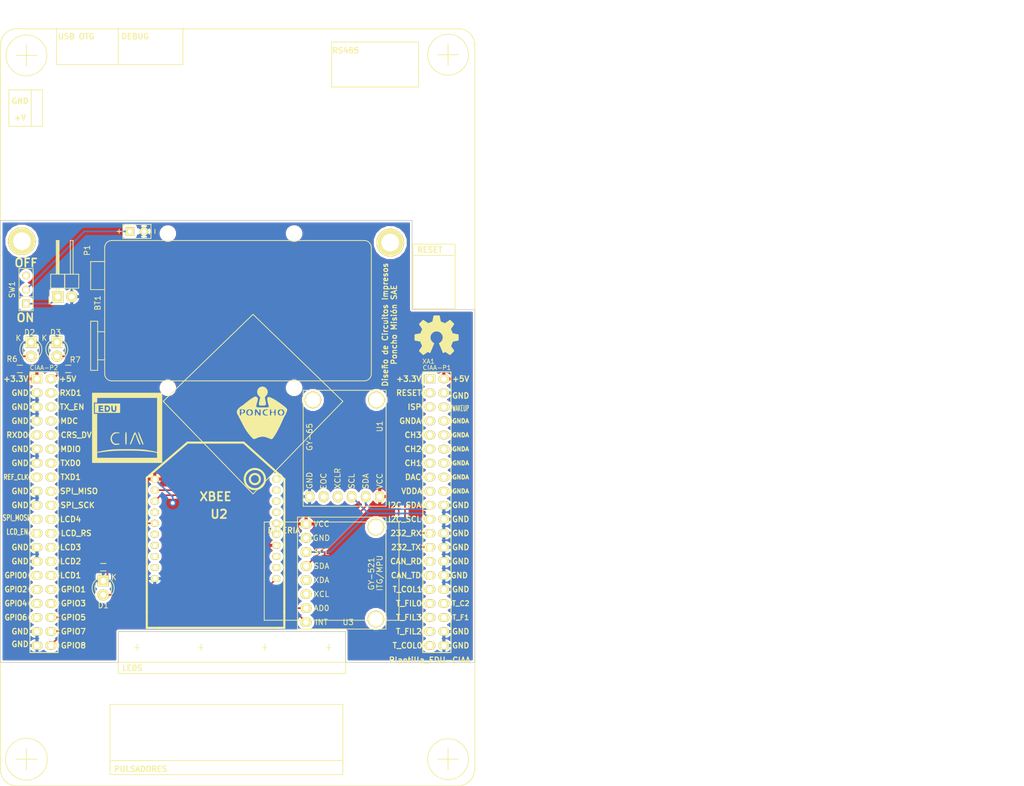
<source format=kicad_pcb>
(kicad_pcb (version 4) (host pcbnew 4.0.2+dfsg1-stable)

  (general
    (links 50)
    (no_connects 0)
    (area 69.704039 28.914399 156.711446 167.224401)
    (thickness 0.76)
    (drawings 32)
    (tracks 83)
    (zones 0)
    (modules 19)
    (nets 83)
  )

  (page A4)
  (title_block
    (title "Poncho Misión SAEv2 ")
    (date 2016-12-21)
    (rev 1.0)
    (comment 1 "Autor: Julián Iglesias")
    (comment 2 "Revisor: Matías Marando")
    (comment 3 "Licencia: BSD")
  )

  (layers
    (0 F.Cu mixed)
    (31 B.Cu mixed)
    (32 B.Adhes user)
    (33 F.Adhes user)
    (34 B.Paste user)
    (35 F.Paste user)
    (36 B.SilkS user)
    (37 F.SilkS user)
    (38 B.Mask user)
    (39 F.Mask user)
    (40 Dwgs.User user)
    (41 Cmts.User user)
    (42 Eco1.User user)
    (43 Eco2.User user)
    (44 Edge.Cuts user)
    (45 Margin user)
    (46 B.CrtYd user)
    (47 F.CrtYd user)
    (48 B.Fab user)
    (49 F.Fab user)
  )

  (setup
    (last_trace_width 0.3)
    (trace_clearance 0.5)
    (zone_clearance 0.3)
    (zone_45_only no)
    (trace_min 0.3)
    (segment_width 0.2)
    (edge_width 0.15)
    (via_size 1.27)
    (via_drill 0.7)
    (via_min_size 1.27)
    (via_min_drill 0.7)
    (uvia_size 0.3)
    (uvia_drill 0.1)
    (uvias_allowed no)
    (uvia_min_size 0.2)
    (uvia_min_drill 0.1)
    (pcb_text_width 0.3)
    (pcb_text_size 1.5 1.5)
    (mod_edge_width 0.15)
    (mod_text_size 1 1)
    (mod_text_width 0.15)
    (pad_size 5 5)
    (pad_drill 3.2)
    (pad_to_mask_clearance 0.2)
    (aux_axis_origin 235.585 93.091)
    (grid_origin 100.584 115.316)
    (visible_elements FFFEFF7F)
    (pcbplotparams
      (layerselection 0x00030_80000001)
      (usegerberextensions false)
      (excludeedgelayer true)
      (linewidth 0.100000)
      (plotframeref false)
      (viasonmask false)
      (mode 1)
      (useauxorigin false)
      (hpglpennumber 1)
      (hpglpenspeed 20)
      (hpglpendiameter 15)
      (hpglpenoverlay 2)
      (psnegative false)
      (psa4output false)
      (plotreference true)
      (plotvalue true)
      (plotinvisibletext false)
      (padsonsilk false)
      (subtractmaskfromsilk false)
      (outputformat 1)
      (mirror false)
      (drillshape 1)
      (scaleselection 1)
      (outputdirectory ""))
  )

  (net 0 "")
  (net 1 GND)
  (net 2 +3V3)
  (net 3 /Conector/SCL)
  (net 4 "Net-(BT1-Pad1)")
  (net 5 "Net-(D1-Pad2)")
  (net 6 "Net-(D2-Pad2)")
  (net 7 "Net-(D3-Pad2)")
  (net 8 "Net-(P1-Pad1)")
  (net 9 /Conector/GPIO5)
  (net 10 /Conector/SDA)
  (net 11 +5V)
  (net 12 /Conector/RX)
  (net 13 /XBee/RX)
  (net 14 /Sensores/AD0_MPU)
  (net 15 /Conector/GPIO8)
  (net 16 "Net-(XA1-Pad11)")
  (net 17 "Net-(XA1-Pad13)")
  (net 18 "Net-(XA1-Pad6)")
  (net 19 "Net-(XA1-Pad15)")
  (net 20 "Net-(XA1-Pad8)")
  (net 21 "Net-(XA1-Pad17)")
  (net 22 "Net-(XA1-Pad10)")
  (net 23 "Net-(XA1-Pad12)")
  (net 24 "Net-(XA1-Pad14)")
  (net 25 "Net-(XA1-Pad16)")
  (net 26 "Net-(XA1-Pad18)")
  (net 27 "Net-(XA1-Pad27)")
  (net 28 "Net-(XA1-Pad29)")
  (net 29 "Net-(XA1-Pad31)")
  (net 30 "Net-(XA1-Pad33)")
  (net 31 "Net-(XA1-Pad34)")
  (net 32 "Net-(XA1-Pad36)")
  (net 33 "Net-(XA1-Pad35)")
  (net 34 "Net-(XA1-Pad37)")
  (net 35 "Net-(XA1-Pad3)")
  (net 36 "Net-(XA1-Pad5)")
  (net 37 "Net-(XA1-Pad7)")
  (net 38 "Net-(XA1-Pad9)")
  (net 39 "Net-(XA1-Pad39)")
  (net 40 "Net-(XA1-Pad44)")
  (net 41 "Net-(XA1-Pad46)")
  (net 42 "Net-(XA1-Pad48)")
  (net 43 "Net-(XA1-Pad49)")
  (net 44 "Net-(XA1-Pad50)")
  (net 45 "Net-(XA1-Pad52)")
  (net 46 "Net-(XA1-Pad54)")
  (net 47 "Net-(XA1-Pad55)")
  (net 48 "Net-(XA1-Pad56)")
  (net 49 "Net-(XA1-Pad58)")
  (net 50 "Net-(XA1-Pad60)")
  (net 51 "Net-(XA1-Pad61)")
  (net 52 "Net-(XA1-Pad62)")
  (net 53 "Net-(XA1-Pad63)")
  (net 54 "Net-(XA1-Pad64)")
  (net 55 "Net-(XA1-Pad66)")
  (net 56 "Net-(XA1-Pad68)")
  (net 57 "Net-(XA1-Pad69)")
  (net 58 "Net-(XA1-Pad70)")
  (net 59 "Net-(XA1-Pad71)")
  (net 60 "Net-(XA1-Pad72)")
  (net 61 "Net-(XA1-Pad73)")
  (net 62 "Net-(XA1-Pad74)")
  (net 63 "Net-(XA1-Pad75)")
  (net 64 "Net-(U1-Pad4)")
  (net 65 "Net-(U1-Pad5)")
  (net 66 "Net-(U2-Pad20)")
  (net 67 "Net-(U2-Pad16)")
  (net 68 "Net-(U2-Pad15)")
  (net 69 "Net-(U2-Pad18)")
  (net 70 "Net-(U2-Pad17)")
  (net 71 "Net-(U2-Pad19)")
  (net 72 "Net-(U2-Pad12)")
  (net 73 "Net-(U2-Pad13)")
  (net 74 "Net-(U2-Pad8)")
  (net 75 "Net-(U2-Pad9)")
  (net 76 "Net-(U2-Pad4)")
  (net 77 "Net-(U2-Pad6)")
  (net 78 "Net-(U2-Pad7)")
  (net 79 "Net-(U3-Pad5)")
  (net 80 "Net-(U3-Pad6)")
  (net 81 "Net-(R7-Pad2)")
  (net 82 "Net-(XA1-Pad1)")

  (net_class Default "This is the default net class."
    (clearance 0.5)
    (trace_width 0.3)
    (via_dia 1.27)
    (via_drill 0.7)
    (uvia_dia 0.3)
    (uvia_drill 0.1)
    (add_net +3V3)
    (add_net +5V)
    (add_net /Conector/GPIO5)
    (add_net /Conector/GPIO8)
    (add_net /Conector/RX)
    (add_net /Conector/SCL)
    (add_net /Conector/SDA)
    (add_net /Sensores/AD0_MPU)
    (add_net /XBee/RX)
    (add_net GND)
    (add_net "Net-(BT1-Pad1)")
    (add_net "Net-(D1-Pad2)")
    (add_net "Net-(D2-Pad2)")
    (add_net "Net-(D3-Pad2)")
    (add_net "Net-(P1-Pad1)")
    (add_net "Net-(R7-Pad2)")
    (add_net "Net-(U1-Pad4)")
    (add_net "Net-(U1-Pad5)")
    (add_net "Net-(U2-Pad12)")
    (add_net "Net-(U2-Pad13)")
    (add_net "Net-(U2-Pad15)")
    (add_net "Net-(U2-Pad16)")
    (add_net "Net-(U2-Pad17)")
    (add_net "Net-(U2-Pad18)")
    (add_net "Net-(U2-Pad19)")
    (add_net "Net-(U2-Pad20)")
    (add_net "Net-(U2-Pad4)")
    (add_net "Net-(U2-Pad6)")
    (add_net "Net-(U2-Pad7)")
    (add_net "Net-(U2-Pad8)")
    (add_net "Net-(U2-Pad9)")
    (add_net "Net-(U3-Pad5)")
    (add_net "Net-(U3-Pad6)")
    (add_net "Net-(XA1-Pad1)")
    (add_net "Net-(XA1-Pad10)")
    (add_net "Net-(XA1-Pad11)")
    (add_net "Net-(XA1-Pad12)")
    (add_net "Net-(XA1-Pad13)")
    (add_net "Net-(XA1-Pad14)")
    (add_net "Net-(XA1-Pad15)")
    (add_net "Net-(XA1-Pad16)")
    (add_net "Net-(XA1-Pad17)")
    (add_net "Net-(XA1-Pad18)")
    (add_net "Net-(XA1-Pad27)")
    (add_net "Net-(XA1-Pad29)")
    (add_net "Net-(XA1-Pad3)")
    (add_net "Net-(XA1-Pad31)")
    (add_net "Net-(XA1-Pad33)")
    (add_net "Net-(XA1-Pad34)")
    (add_net "Net-(XA1-Pad35)")
    (add_net "Net-(XA1-Pad36)")
    (add_net "Net-(XA1-Pad37)")
    (add_net "Net-(XA1-Pad39)")
    (add_net "Net-(XA1-Pad44)")
    (add_net "Net-(XA1-Pad46)")
    (add_net "Net-(XA1-Pad48)")
    (add_net "Net-(XA1-Pad49)")
    (add_net "Net-(XA1-Pad5)")
    (add_net "Net-(XA1-Pad50)")
    (add_net "Net-(XA1-Pad52)")
    (add_net "Net-(XA1-Pad54)")
    (add_net "Net-(XA1-Pad55)")
    (add_net "Net-(XA1-Pad56)")
    (add_net "Net-(XA1-Pad58)")
    (add_net "Net-(XA1-Pad6)")
    (add_net "Net-(XA1-Pad60)")
    (add_net "Net-(XA1-Pad61)")
    (add_net "Net-(XA1-Pad62)")
    (add_net "Net-(XA1-Pad63)")
    (add_net "Net-(XA1-Pad64)")
    (add_net "Net-(XA1-Pad66)")
    (add_net "Net-(XA1-Pad68)")
    (add_net "Net-(XA1-Pad69)")
    (add_net "Net-(XA1-Pad7)")
    (add_net "Net-(XA1-Pad70)")
    (add_net "Net-(XA1-Pad71)")
    (add_net "Net-(XA1-Pad72)")
    (add_net "Net-(XA1-Pad73)")
    (add_net "Net-(XA1-Pad74)")
    (add_net "Net-(XA1-Pad75)")
    (add_net "Net-(XA1-Pad8)")
    (add_net "Net-(XA1-Pad9)")
  )

  (module footprints:XBee-pro (layer F.Cu) (tedit 585200C3) (tstamp 58326390)
    (at 109.22 111.125)
    (path /583228C7/585B02E9)
    (fp_text reference U2 (at 0.635 6.35) (layer F.SilkS)
      (effects (font (thickness 0.3048)))
    )
    (fp_text value XBEE (at 0 3.175) (layer F.SilkS)
      (effects (font (thickness 0.3048)))
    )
    (fp_line (start 12.446 25.908) (end 12.446 26.924) (layer F.SilkS) (width 0.381))
    (fp_line (start -12.446 25.908) (end -12.446 26.924) (layer F.SilkS) (width 0.381))
    (fp_line (start -12.446 24.13) (end -12.446 25.908) (layer F.SilkS) (width 0.381))
    (fp_line (start 12.446 24.13) (end 12.446 25.908) (layer F.SilkS) (width 0.381))
    (fp_circle (center 7.112 0) (end 7.874 0.508) (layer F.SilkS) (width 0.381))
    (fp_circle (center 7.112 0) (end 8.636 1.016) (layer F.SilkS) (width 0.381))
    (fp_line (start -10.16 26.924) (end -12.446 26.924) (layer F.SilkS) (width 0.381))
    (fp_line (start 5.08 -6.604) (end 12.446 0) (layer F.SilkS) (width 0.381))
    (fp_line (start 11.43 26.924) (end 12.446 26.924) (layer F.SilkS) (width 0.381))
    (fp_line (start -10.16 26.924) (end 11.43 26.924) (layer F.SilkS) (width 0.381))
    (fp_line (start -12.446 24.13) (end -12.446 -0.254) (layer F.SilkS) (width 0.381))
    (fp_line (start 12.446 0) (end 12.446 24.13) (layer F.SilkS) (width 0.381))
    (fp_line (start -12.446 -0.254) (end -5.08 -6.604) (layer F.SilkS) (width 0.381))
    (fp_line (start -5.08 -6.604) (end 5.08 -6.604) (layer F.SilkS) (width 0.381))
    (pad 20 thru_hole oval (at 11.00074 0) (size 1.524 1.25) (drill 0.762) (layers *.Cu *.Mask F.SilkS)
      (net 66 "Net-(U2-Pad20)"))
    (pad 16 thru_hole oval (at 11.00074 8.001) (size 1.524 1.25) (drill 0.762) (layers *.Cu *.Mask F.SilkS)
      (net 67 "Net-(U2-Pad16)"))
    (pad 14 thru_hole oval (at 11.00074 11.99896) (size 1.524 1.25) (drill 0.762) (layers *.Cu *.Mask F.SilkS)
      (net 2 +3V3))
    (pad 15 thru_hole oval (at 11.00074 9.99998) (size 1.524 1.25) (drill 0.762) (layers *.Cu *.Mask F.SilkS)
      (net 68 "Net-(U2-Pad15)"))
    (pad 18 thru_hole oval (at 11.00074 4.0005) (size 1.524 1.25) (drill 0.762) (layers *.Cu *.Mask F.SilkS)
      (net 69 "Net-(U2-Pad18)"))
    (pad 17 thru_hole oval (at 11.00074 5.99948) (size 1.524 1.25) (drill 0.762) (layers *.Cu *.Mask F.SilkS)
      (net 70 "Net-(U2-Pad17)"))
    (pad 19 thru_hole oval (at 11.00074 1.99898) (size 1.524 1.25) (drill 0.762) (layers *.Cu *.Mask F.SilkS)
      (net 71 "Net-(U2-Pad19)"))
    (pad 12 thru_hole oval (at 11.00074 15.99946) (size 1.524 1.25) (drill 0.762) (layers *.Cu *.Mask F.SilkS)
      (net 72 "Net-(U2-Pad12)"))
    (pad 11 thru_hole oval (at 11.00074 18.00098) (size 1.524 1.25) (drill 0.762) (layers *.Cu *.Mask F.SilkS)
      (net 5 "Net-(D1-Pad2)"))
    (pad 13 thru_hole oval (at 11.00074 14.00048) (size 1.524 1.25) (drill 0.762) (layers *.Cu *.Mask F.SilkS)
      (net 73 "Net-(U2-Pad13)"))
    (pad 8 thru_hole oval (at -11.00074 14.00048) (size 1.524 1.25) (drill 0.762) (layers *.Cu *.Mask F.SilkS)
      (net 74 "Net-(U2-Pad8)"))
    (pad 10 thru_hole oval (at -11.00074 18.00098) (size 1.524 1.25) (drill 0.762) (layers *.Cu *.Mask F.SilkS)
      (net 1 GND))
    (pad 9 thru_hole oval (at -11.00074 15.99946) (size 1.524 1.25) (drill 0.762) (layers *.Cu *.Mask F.SilkS)
      (net 75 "Net-(U2-Pad9)"))
    (pad 2 thru_hole oval (at -11.00074 1.99898) (size 1.524 1.25) (drill 0.762) (layers *.Cu *.Mask F.SilkS)
      (net 12 /Conector/RX))
    (pad 4 thru_hole oval (at -11.00074 5.99948) (size 1.524 1.25) (drill 0.762) (layers *.Cu *.Mask F.SilkS)
      (net 76 "Net-(U2-Pad4)"))
    (pad 3 thru_hole oval (at -11.00074 4.0005) (size 1.524 1.25) (drill 0.762) (layers *.Cu *.Mask F.SilkS)
      (net 13 /XBee/RX))
    (pad 6 thru_hole oval (at -11.00074 9.99998) (size 1.524 1.25) (drill 0.762) (layers *.Cu *.Mask F.SilkS)
      (net 77 "Net-(U2-Pad6)"))
    (pad 7 thru_hole oval (at -11.00074 11.99896) (size 1.524 1.25) (drill 0.762) (layers *.Cu *.Mask F.SilkS)
      (net 78 "Net-(U2-Pad7)"))
    (pad 5 thru_hole oval (at -11.00074 8.001) (size 1.524 1.25) (drill 0.762) (layers *.Cu *.Mask F.SilkS)
      (net 9 /Conector/GPIO5))
    (pad 1 thru_hole oval (at -11.00074 0) (size 1.524 1.25) (drill 0.762) (layers *.Cu *.Mask F.SilkS)
      (net 2 +3V3))
    (model ../../../../../home/julian/Documents/CESE/12-PCBs/TPFinal/footprints.3dshapes/xbee_pro.wrl
      (at (xyz 0 -0.25 0.1))
      (scale (xyz 0.395 0.395 0.395))
      (rotate (xyz 270 0 90))
    )
  )

  (module footprints:bat_con (layer F.Cu) (tedit 58430DDE) (tstamp 58322D4E)
    (at 112.014 80.645 90)
    (path /583228C1/5832D632)
    (fp_text reference BT1 (at 1.397 -24.13 90) (layer F.SilkS)
      (effects (font (size 1 1) (thickness 0.15)))
    )
    (fp_text value Battery (at 0 -26.67 90) (layer F.Fab)
      (effects (font (size 1 1) (thickness 0.15)))
    )
    (fp_text user - (at 14.351 -13.843 90) (layer F.SilkS)
      (effects (font (size 1 1) (thickness 0.15)))
    )
    (fp_text user + (at 14.351 -20.32 90) (layer F.SilkS)
      (effects (font (size 1 1) (thickness 0.15)))
    )
    (fp_line (start 13.081 -19.558) (end 15.621 -19.558) (layer F.SilkS) (width 0.15))
    (fp_line (start 15.621 -19.558) (end 15.621 -14.478) (layer F.SilkS) (width 0.15))
    (fp_line (start 15.621 -14.478) (end 13.081 -14.478) (layer F.SilkS) (width 0.15))
    (fp_line (start 13.081 -14.478) (end 13.081 -19.558) (layer F.SilkS) (width 0.15))
    (fp_line (start -12.7 24.13) (end -12.7 -21.59) (layer F.SilkS) (width 0.15))
    (fp_line (start 11.43 25.4) (end -11.43 25.4) (layer F.SilkS) (width 0.15))
    (fp_line (start 12.7 -21.59) (end 12.7 24.13) (layer F.SilkS) (width 0.15))
    (fp_line (start -11.43 -22.86) (end 11.43 -22.86) (layer F.SilkS) (width 0.15))
    (fp_arc (start -11.43 24.13) (end -11.43 25.4) (angle 90) (layer F.SilkS) (width 0.15))
    (fp_arc (start 11.43 24.13) (end 12.7 24.13) (angle 90) (layer F.SilkS) (width 0.15))
    (fp_arc (start 11.43 -21.59) (end 11.43 -22.86) (angle 90) (layer F.SilkS) (width 0.15))
    (fp_arc (start -11.43 -21.59) (end -12.7 -21.59) (angle 90) (layer F.SilkS) (width 0.15))
    (fp_line (start -3.81 -22.86) (end -3.81 -24.13) (layer F.SilkS) (width 0.15))
    (fp_line (start -8.89 -24.13) (end -8.89 -22.86) (layer F.SilkS) (width 0.15))
    (fp_line (start -10.795 -24.765) (end -10.795 -24.13) (layer F.SilkS) (width 0.15))
    (fp_line (start -10.795 -24.13) (end -1.905 -24.13) (layer F.SilkS) (width 0.15))
    (fp_line (start -1.905 -24.13) (end -1.905 -24.765) (layer F.SilkS) (width 0.15))
    (fp_line (start -1.905 -25.4) (end -1.905 -24.765) (layer F.SilkS) (width 0.15))
    (fp_line (start -10.795 -24.765) (end -10.795 -25.4) (layer F.SilkS) (width 0.15))
    (fp_line (start 3.81 -22.86) (end 3.81 -25.4) (layer F.SilkS) (width 0.15))
    (fp_line (start 3.81 -25.4) (end 8.89 -25.4) (layer F.SilkS) (width 0.15))
    (fp_line (start 8.89 -25.4) (end 8.89 -22.86) (layer F.SilkS) (width 0.15))
    (fp_line (start -10.795 -25.4) (end -1.905 -25.4) (layer F.SilkS) (width 0.15))
    (pad "" np_thru_hole circle (at -13.97 -11.43 90) (size 2 2) (drill 2) (layers *.Cu *.Mask F.SilkS))
    (pad "" np_thru_hole circle (at 13.97 -11.43 90) (size 2 2) (drill 2) (layers *.Cu *.Mask F.SilkS))
    (pad "" np_thru_hole circle (at -13.97 11.43 90) (size 2 2) (drill 2) (layers *.Cu *.Mask F.SilkS))
    (pad "" np_thru_hole circle (at 13.97 11.43 90) (size 2 2) (drill 2) (layers *.Cu *.Mask F.SilkS))
    (pad 1 thru_hole rect (at 14.351 -18.288 90) (size 1.524 1.524) (drill 0.762) (layers *.Cu *.Mask F.SilkS)
      (net 4 "Net-(BT1-Pad1)"))
    (pad 2 thru_hole circle (at 14.351 -15.748 90) (size 1.524 1.524) (drill 0.762) (layers *.Cu *.Mask F.SilkS)
      (net 1 GND))
    (model /home/julian/Documents/CESE/12-PCBs/TPFinal/footprints.3dshapes/bat.wrl
      (at (xyz -0.79 2.8 0))
      (scale (xyz 0.39 0.425 0.395))
      (rotate (xyz 0 0 180))
    )
  )

  (module footprints:LED-3MM (layer F.Cu) (tedit 58430D85) (tstamp 58322D6C)
    (at 88.9 129.54 270)
    (descr "LED 3mm round vertical")
    (tags "LED  3mm round vertical")
    (path /583228C7/583259E1)
    (fp_text reference D1 (at 4.445 0 360) (layer F.SilkS)
      (effects (font (size 1 1) (thickness 0.15)))
    )
    (fp_text value LED (at 1.3 -2.9 270) (layer F.Fab)
      (effects (font (size 1 1) (thickness 0.15)))
    )
    (fp_line (start -1.2 2.3) (end 3.8 2.3) (layer F.CrtYd) (width 0.05))
    (fp_line (start 3.8 2.3) (end 3.8 -2.2) (layer F.CrtYd) (width 0.05))
    (fp_line (start 3.8 -2.2) (end -1.2 -2.2) (layer F.CrtYd) (width 0.05))
    (fp_line (start -1.2 -2.2) (end -1.2 2.3) (layer F.CrtYd) (width 0.05))
    (fp_line (start -0.199 1.314) (end -0.199 1.114) (layer F.SilkS) (width 0.15))
    (fp_line (start -0.199 -1.28) (end -0.199 -1.1) (layer F.SilkS) (width 0.15))
    (fp_arc (start 1.301 0.034) (end -0.199 -1.286) (angle 108.5) (layer F.SilkS) (width 0.15))
    (fp_arc (start 1.301 0.034) (end 0.25 -1.1) (angle 85.7) (layer F.SilkS) (width 0.15))
    (fp_arc (start 1.311 0.034) (end 3.051 0.994) (angle 110) (layer F.SilkS) (width 0.15))
    (fp_arc (start 1.301 0.034) (end 2.335 1.094) (angle 87.5) (layer F.SilkS) (width 0.15))
    (fp_text user K (at -0.635 -1.905 360) (layer F.SilkS)
      (effects (font (size 1 1) (thickness 0.15)))
    )
    (pad 1 thru_hole rect (at 0 0) (size 2 2) (drill 1.00076) (layers *.Cu *.Mask F.SilkS)
      (net 1 GND))
    (pad 2 thru_hole circle (at 2.54 0 270) (size 2 2) (drill 1.00076) (layers *.Cu *.Mask F.SilkS)
      (net 5 "Net-(D1-Pad2)"))
    (model LEDs.3dshapes/LED-3MM.wrl
      (at (xyz 0.05 0 0))
      (scale (xyz 1 1 1))
      (rotate (xyz 0 0 90))
    )
  )

  (module footprints:LED-3MM (layer F.Cu) (tedit 58430DC5) (tstamp 58322D72)
    (at 75.819 86.36 270)
    (descr "LED 3mm round vertical")
    (tags "LED  3mm round vertical")
    (path /583228C1/5832B799)
    (fp_text reference D2 (at -1.778 0.254 360) (layer F.SilkS)
      (effects (font (size 1 1) (thickness 0.15)))
    )
    (fp_text value LED (at 1.3 -2.9 270) (layer F.Fab)
      (effects (font (size 1 1) (thickness 0.15)))
    )
    (fp_line (start -1.2 2.3) (end 3.8 2.3) (layer F.CrtYd) (width 0.05))
    (fp_line (start 3.8 2.3) (end 3.8 -2.2) (layer F.CrtYd) (width 0.05))
    (fp_line (start 3.8 -2.2) (end -1.2 -2.2) (layer F.CrtYd) (width 0.05))
    (fp_line (start -1.2 -2.2) (end -1.2 2.3) (layer F.CrtYd) (width 0.05))
    (fp_line (start -0.199 1.314) (end -0.199 1.114) (layer F.SilkS) (width 0.15))
    (fp_line (start -0.199 -1.28) (end -0.199 -1.1) (layer F.SilkS) (width 0.15))
    (fp_arc (start 1.301 0.034) (end -0.199 -1.286) (angle 108.5) (layer F.SilkS) (width 0.15))
    (fp_arc (start 1.301 0.034) (end 0.25 -1.1) (angle 85.7) (layer F.SilkS) (width 0.15))
    (fp_arc (start 1.311 0.034) (end 3.051 0.994) (angle 110) (layer F.SilkS) (width 0.15))
    (fp_arc (start 1.301 0.034) (end 2.335 1.094) (angle 87.5) (layer F.SilkS) (width 0.15))
    (fp_text user K (at -0.762 2.286 360) (layer F.SilkS)
      (effects (font (size 1 1) (thickness 0.15)))
    )
    (pad 1 thru_hole rect (at 0 0) (size 2 2) (drill 1.00076) (layers *.Cu *.Mask F.SilkS)
      (net 1 GND))
    (pad 2 thru_hole circle (at 2.54 0 270) (size 2 2) (drill 1.00076) (layers *.Cu *.Mask F.SilkS)
      (net 6 "Net-(D2-Pad2)"))
    (model LEDs.3dshapes/LED-3MM.wrl
      (at (xyz 0.05 0 0))
      (scale (xyz 1 1 1))
      (rotate (xyz 0 0 90))
    )
  )

  (module footprints:LED-3MM (layer F.Cu) (tedit 58430DC7) (tstamp 58322D78)
    (at 80.518 86.36 270)
    (descr "LED 3mm round vertical")
    (tags "LED  3mm round vertical")
    (path /583228C1/5832B774)
    (fp_text reference D3 (at -1.778 0.254 360) (layer F.SilkS)
      (effects (font (size 1 1) (thickness 0.15)))
    )
    (fp_text value LED (at 1.3 -2.9 270) (layer F.Fab)
      (effects (font (size 1 1) (thickness 0.15)))
    )
    (fp_line (start -1.2 2.3) (end 3.8 2.3) (layer F.CrtYd) (width 0.05))
    (fp_line (start 3.8 2.3) (end 3.8 -2.2) (layer F.CrtYd) (width 0.05))
    (fp_line (start 3.8 -2.2) (end -1.2 -2.2) (layer F.CrtYd) (width 0.05))
    (fp_line (start -1.2 -2.2) (end -1.2 2.3) (layer F.CrtYd) (width 0.05))
    (fp_line (start -0.199 1.314) (end -0.199 1.114) (layer F.SilkS) (width 0.15))
    (fp_line (start -0.199 -1.28) (end -0.199 -1.1) (layer F.SilkS) (width 0.15))
    (fp_arc (start 1.301 0.034) (end -0.199 -1.286) (angle 108.5) (layer F.SilkS) (width 0.15))
    (fp_arc (start 1.301 0.034) (end 0.25 -1.1) (angle 85.7) (layer F.SilkS) (width 0.15))
    (fp_arc (start 1.311 0.034) (end 3.051 0.994) (angle 110) (layer F.SilkS) (width 0.15))
    (fp_arc (start 1.301 0.034) (end 2.335 1.094) (angle 87.5) (layer F.SilkS) (width 0.15))
    (fp_text user K (at -0.762 2.286 360) (layer F.SilkS)
      (effects (font (size 1 1) (thickness 0.15)))
    )
    (pad 1 thru_hole rect (at 0 0) (size 2 2) (drill 1.00076) (layers *.Cu *.Mask F.SilkS)
      (net 1 GND))
    (pad 2 thru_hole circle (at 2.54 0 270) (size 2 2) (drill 1.00076) (layers *.Cu *.Mask F.SilkS)
      (net 7 "Net-(D3-Pad2)"))
    (model LEDs.3dshapes/LED-3MM.wrl
      (at (xyz 0.05 0 0))
      (scale (xyz 1 1 1))
      (rotate (xyz 0 0 90))
    )
  )

  (module footprints:R_0603 (layer F.Cu) (tedit 58430E19) (tstamp 58322D84)
    (at 88.9 127.0762)
    (descr "Resistor SMD 0603, reflow soldering, Vishay (see dcrcw.pdf)")
    (tags "resistor 0603")
    (path /583228C7/583259C8)
    (attr smd)
    (fp_text reference R1 (at -0.127 1.778) (layer F.SilkS)
      (effects (font (size 1 1) (thickness 0.15)))
    )
    (fp_text value R (at 0 1.9) (layer F.Fab)
      (effects (font (size 1 1) (thickness 0.15)))
    )
    (fp_line (start -1.3 -0.8) (end 1.3 -0.8) (layer F.CrtYd) (width 0.05))
    (fp_line (start -1.3 0.8) (end 1.3 0.8) (layer F.CrtYd) (width 0.05))
    (fp_line (start -1.3 -0.8) (end -1.3 0.8) (layer F.CrtYd) (width 0.05))
    (fp_line (start 1.3 -0.8) (end 1.3 0.8) (layer F.CrtYd) (width 0.05))
    (fp_line (start 0.5 0.675) (end -0.5 0.675) (layer F.SilkS) (width 0.15))
    (fp_line (start -0.5 -0.675) (end 0.5 -0.675) (layer F.SilkS) (width 0.15))
    (pad 1 smd rect (at -0.75 0) (size 0.5 0.9) (layers F.Cu F.Paste F.Mask)
      (net 9 /Conector/GPIO5))
    (pad 2 smd rect (at 0.75 0) (size 0.5 0.9) (layers F.Cu F.Paste F.Mask)
      (net 1 GND))
    (model Resistors_SMD.3dshapes/R_0603.wrl
      (at (xyz 0 0 0))
      (scale (xyz 1 1 1))
      (rotate (xyz 0 0 0))
    )
  )

  (module footprints:R_0603 (layer F.Cu) (tedit 585B0651) (tstamp 58322DA2)
    (at 73.787 91.186 180)
    (descr "Resistor SMD 0603, reflow soldering, Vishay (see dcrcw.pdf)")
    (tags "resistor 0603")
    (path /583228C1/5832B6DE)
    (attr smd)
    (fp_text reference R6 (at 1.397 1.778 180) (layer F.SilkS)
      (effects (font (size 1 1) (thickness 0.15)))
    )
    (fp_text value R (at 0 1.9 180) (layer F.Fab)
      (effects (font (size 1 1) (thickness 0.15)))
    )
    (fp_line (start -1.3 -0.8) (end 1.3 -0.8) (layer F.CrtYd) (width 0.05))
    (fp_line (start -1.3 0.8) (end 1.3 0.8) (layer F.CrtYd) (width 0.05))
    (fp_line (start -1.3 -0.8) (end -1.3 0.8) (layer F.CrtYd) (width 0.05))
    (fp_line (start 1.3 -0.8) (end 1.3 0.8) (layer F.CrtYd) (width 0.05))
    (fp_line (start 0.5 0.675) (end -0.5 0.675) (layer F.SilkS) (width 0.15))
    (fp_line (start -0.5 -0.675) (end 0.5 -0.675) (layer F.SilkS) (width 0.15))
    (pad 1 smd rect (at -0.75 0 180) (size 0.5 0.9) (layers F.Cu F.Paste F.Mask)
      (net 2 +3V3))
    (pad 2 smd rect (at 0.75 0 180) (size 0.5 0.9) (layers F.Cu F.Paste F.Mask)
      (net 6 "Net-(D2-Pad2)"))
    (model Resistors_SMD.3dshapes/R_0603.wrl
      (at (xyz 0 0 0))
      (scale (xyz 1 1 1))
      (rotate (xyz 0 0 0))
    )
  )

  (module footprints:R_0603 (layer F.Cu) (tedit 585B0656) (tstamp 58322DA8)
    (at 82.55 91.186 180)
    (descr "Resistor SMD 0603, reflow soldering, Vishay (see dcrcw.pdf)")
    (tags "resistor 0603")
    (path /583228C1/5832B6B9)
    (attr smd)
    (fp_text reference R7 (at -1.27 1.651 180) (layer F.SilkS)
      (effects (font (size 1 1) (thickness 0.15)))
    )
    (fp_text value R (at 0 1.9 180) (layer F.Fab)
      (effects (font (size 1 1) (thickness 0.15)))
    )
    (fp_line (start -1.3 -0.8) (end 1.3 -0.8) (layer F.CrtYd) (width 0.05))
    (fp_line (start -1.3 0.8) (end 1.3 0.8) (layer F.CrtYd) (width 0.05))
    (fp_line (start -1.3 -0.8) (end -1.3 0.8) (layer F.CrtYd) (width 0.05))
    (fp_line (start 1.3 -0.8) (end 1.3 0.8) (layer F.CrtYd) (width 0.05))
    (fp_line (start 0.5 0.675) (end -0.5 0.675) (layer F.SilkS) (width 0.15))
    (fp_line (start -0.5 -0.675) (end 0.5 -0.675) (layer F.SilkS) (width 0.15))
    (pad 1 smd rect (at -0.75 0 180) (size 0.5 0.9) (layers F.Cu F.Paste F.Mask)
      (net 7 "Net-(D3-Pad2)"))
    (pad 2 smd rect (at 0.75 0 180) (size 0.5 0.9) (layers F.Cu F.Paste F.Mask)
      (net 81 "Net-(R7-Pad2)"))
    (model Resistors_SMD.3dshapes/R_0603.wrl
      (at (xyz 0 0 0))
      (scale (xyz 1 1 1))
      (rotate (xyz 0 0 0))
    )
  )

  (module footprints:GY-65 (layer F.Cu) (tedit 583258E6) (tstamp 58326378)
    (at 138.938 114.3 270)
    (descr "Through hole pin header")
    (tags "pin header")
    (path /583228C4/583270C1)
    (fp_text reference U1 (at -12.7 0 270) (layer F.SilkS)
      (effects (font (size 1 1) (thickness 0.15)))
    )
    (fp_text value GY-65 (at -10.795 12.7 270) (layer F.SilkS)
      (effects (font (size 1 1) (thickness 0.15)))
    )
    (fp_text user GND (at -2.921 12.7 270) (layer F.SilkS)
      (effects (font (size 1 1) (thickness 0.15)))
    )
    (fp_text user EOC (at -2.794 10.16 270) (layer F.SilkS)
      (effects (font (size 1 1) (thickness 0.15)))
    )
    (fp_text user XCLR (at -3.302 7.62 270) (layer F.SilkS)
      (effects (font (size 1 1) (thickness 0.15)))
    )
    (fp_text user SCL (at -2.794 5.08 270) (layer F.SilkS)
      (effects (font (size 1 1) (thickness 0.15)))
    )
    (fp_text user SDA (at -2.794 2.54 270) (layer F.SilkS)
      (effects (font (size 1 1) (thickness 0.15)))
    )
    (fp_text user VCC (at -2.794 0 270) (layer F.SilkS)
      (effects (font (size 1 1) (thickness 0.15)))
    )
    (fp_line (start 1.75 13.85) (end -19.25 13.85) (layer F.SilkS) (width 0.15))
    (fp_line (start -19.25 13.85) (end -19.25 -1.1) (layer F.SilkS) (width 0.15))
    (fp_line (start 1.75 -1.15) (end 1.75 13.85) (layer F.SilkS) (width 0.15))
    (fp_line (start 1.75 -1.15) (end -19.25 -1.15) (layer F.SilkS) (width 0.15))
    (pad 1 thru_hole oval (at 0 0 270) (size 2.032 1.7272) (drill 1.016) (layers *.Cu *.Mask F.SilkS)
      (net 11 +5V))
    (pad 2 thru_hole oval (at 0 2.54 270) (size 2.032 1.7272) (drill 1.016) (layers *.Cu *.Mask F.SilkS)
      (net 10 /Conector/SDA))
    (pad 3 thru_hole oval (at 0 5.08 270) (size 2.032 1.7272) (drill 1.016) (layers *.Cu *.Mask F.SilkS)
      (net 3 /Conector/SCL))
    (pad 4 thru_hole oval (at 0 7.62 270) (size 2.032 1.7272) (drill 1.016) (layers *.Cu *.Mask F.SilkS)
      (net 64 "Net-(U1-Pad4)"))
    (pad 5 thru_hole oval (at 0 10.16 270) (size 2.032 1.7272) (drill 1.016) (layers *.Cu *.Mask F.SilkS)
      (net 65 "Net-(U1-Pad5)"))
    (pad 6 thru_hole oval (at 0 12.7 270) (size 2.032 1.7272) (drill 1.016) (layers *.Cu *.Mask F.SilkS)
      (net 1 GND))
    (pad "" thru_hole circle (at -17.5 0.6 270) (size 3 3) (drill 2.5) (layers *.Cu *.Mask F.SilkS))
    (pad "" thru_hole circle (at -17.5 12.1 270) (size 3 3) (drill 2.5) (layers *.Cu *.Mask F.SilkS))
    (model Pin_Headers.3dshapes/Pin_Header_Straight_1x06.wrl
      (at (xyz 0 -0.25 0.2))
      (scale (xyz 1 1 1))
      (rotate (xyz 0 180 90))
    )
  )

  (module Connect:1pin (layer F.Cu) (tedit 5843091F) (tstamp 584308B5)
    (at 74.168 68.072)
    (descr "module 1 pin (ou trou mecanique de percage)")
    (tags DEV)
    (fp_text reference REF** (at 0 -3.048) (layer F.SilkS) hide
      (effects (font (size 1 1) (thickness 0.15)))
    )
    (fp_text value 1pin (at 0 2.794) (layer F.Fab)
      (effects (font (size 1 1) (thickness 0.15)))
    )
    (fp_circle (center 0 0) (end 0 -2.286) (layer F.SilkS) (width 0.15))
    (pad 1 thru_hole circle (at 0 0) (size 5 5) (drill 3.2) (layers *.Cu *.Mask F.SilkS))
  )

  (module Connect:1pin (layer F.Cu) (tedit 5843093F) (tstamp 584308B6)
    (at 140.843 68.326)
    (descr "module 1 pin (ou trou mecanique de percage)")
    (tags DEV)
    (fp_text reference REF** (at 0 -3.048) (layer F.SilkS) hide
      (effects (font (size 1 1) (thickness 0.15)))
    )
    (fp_text value 1pin (at 0 2.794) (layer F.Fab)
      (effects (font (size 1 1) (thickness 0.15)))
    )
    (fp_circle (center 0 0) (end 0 -2.286) (layer F.SilkS) (width 0.15))
    (pad 1 thru_hole circle (at 0 0) (size 5 5) (drill 3.2) (layers *.Cu *.Mask F.SilkS))
  )

  (module footprint:Logo_EDU-CIAA (layer F.Cu) (tedit 560D8BDB) (tstamp 584311A1)
    (at 93.218 101.854)
    (fp_text reference G*** (at 0 7.112) (layer F.SilkS) hide
      (effects (font (thickness 0.3048)))
    )
    (fp_text value Logo_EDU-CIAA (at 0.06 -7.8) (layer F.SilkS) hide
      (effects (font (thickness 0.3048)))
    )
    (fp_poly (pts (xy 6.35 6.35) (xy 5.42036 6.35) (xy 5.42036 4.8006) (xy 5.41782 4.7371)
      (xy 5.41782 4.39674) (xy 5.41782 -0.51054) (xy 5.41782 -5.42036) (xy 0 -5.42036)
      (xy -5.42036 -5.42036) (xy -5.42036 -4.99618) (xy -5.42036 -4.572) (xy -5.715 -4.572)
      (xy -6.01218 -4.572) (xy -6.01218 -3.556) (xy -6.01218 -2.54) (xy -5.715 -2.54)
      (xy -5.42036 -2.54) (xy -5.42036 0.9271) (xy -5.42036 4.39674) (xy -5.21462 4.318)
      (xy -5.05968 4.27736) (xy -4.77266 4.21894) (xy -4.39166 4.14782) (xy -3.95224 4.07162)
      (xy -3.7973 4.04622) (xy -3.42392 3.9878) (xy -3.08102 3.94462) (xy -2.74066 3.90906)
      (xy -2.3749 3.88366) (xy -1.9558 3.86842) (xy -1.45542 3.85826) (xy -0.84582 3.85318)
      (xy -0.09652 3.85064) (xy 0 3.85064) (xy 0.76454 3.85318) (xy 1.38938 3.85826)
      (xy 1.90246 3.86588) (xy 2.32918 3.88366) (xy 2.70002 3.90652) (xy 3.04038 3.93954)
      (xy 3.38074 3.98272) (xy 3.74904 4.0386) (xy 3.79476 4.04622) (xy 4.24434 4.12242)
      (xy 4.65074 4.19608) (xy 4.97332 4.25958) (xy 5.17652 4.30784) (xy 5.21208 4.318)
      (xy 5.41782 4.39674) (xy 5.41782 4.7371) (xy 5.41528 4.67614) (xy 5.38226 4.5847)
      (xy 5.29844 4.51612) (xy 5.14604 4.46278) (xy 4.90474 4.41706) (xy 4.55168 4.37134)
      (xy 4.06654 4.31546) (xy 3.59664 4.26466) (xy 2.9464 4.2037) (xy 2.20218 4.16052)
      (xy 1.3462 4.13258) (xy 0.35052 4.12242) (xy 0 4.11988) (xy -0.89154 4.12496)
      (xy -1.65608 4.13766) (xy -2.33426 4.1656) (xy -2.96672 4.20624) (xy -3.59664 4.2672)
      (xy -4.26466 4.34594) (xy -4.7625 4.41452) (xy -5.42036 4.50596) (xy -5.42036 4.96062)
      (xy -5.42036 5.41782) (xy 0 5.41782) (xy 5.41782 5.41782) (xy 5.41782 4.96062)
      (xy 5.42036 4.8006) (xy 5.42036 6.35) (xy 0 6.35) (xy -6.35 6.35)
      (xy -6.35 0) (xy -6.35 -6.35) (xy 0 -6.35) (xy 6.35 -6.35)
      (xy 6.35 0) (xy 6.35 6.35) (xy 6.35 6.35)) (layer F.SilkS) (width 0.00254))
    (fp_poly (pts (xy -1.36398 2.94894) (xy -1.41986 2.99212) (xy -1.58242 3.04292) (xy -1.83134 3.07848)
      (xy -2.08534 3.08864) (xy -2.24028 3.0734) (xy -2.59334 2.89814) (xy -2.84734 2.5908)
      (xy -2.921 2.43586) (xy -3.01752 1.98628) (xy -2.94894 1.55956) (xy -2.71526 1.16586)
      (xy -2.667 1.11252) (xy -2.49174 0.93726) (xy -2.33426 0.84582) (xy -2.12344 0.81026)
      (xy -1.90246 0.80518) (xy -1.57988 0.82296) (xy -1.40462 0.8763) (xy -1.37922 0.90932)
      (xy -1.40208 0.97028) (xy -1.55194 0.98298) (xy -1.70942 0.96774) (xy -2.08788 0.9906)
      (xy -2.39776 1.143) (xy -2.6289 1.39192) (xy -2.75844 1.70434) (xy -2.77876 2.04978)
      (xy -2.67462 2.39522) (xy -2.4765 2.66446) (xy -2.31902 2.80162) (xy -2.159 2.86258)
      (xy -1.9304 2.86766) (xy -1.80086 2.8575) (xy -1.51892 2.84988) (xy -1.36906 2.8829)
      (xy -1.36398 2.94894) (xy -1.36398 2.94894)) (layer F.SilkS) (width 0.00254))
    (fp_poly (pts (xy -0.08636 1.905) (xy -0.0889 2.37236) (xy -0.09906 2.69494) (xy -0.11938 2.90068)
      (xy -0.14986 3.00736) (xy -0.19812 3.04546) (xy -0.21336 3.048) (xy -0.26416 3.0226)
      (xy -0.29972 2.9337) (xy -0.32258 2.7559) (xy -0.33528 2.4638) (xy -0.34036 2.032)
      (xy -0.34036 1.905) (xy -0.33782 1.4351) (xy -0.32766 1.11252) (xy -0.30734 0.90678)
      (xy -0.27432 0.8001) (xy -0.22606 0.762) (xy -0.21336 0.762) (xy -0.16002 0.78486)
      (xy -0.12446 0.87376) (xy -0.1016 1.05156) (xy -0.09144 1.34366) (xy -0.08636 1.77546)
      (xy -0.08636 1.905) (xy -0.08636 1.905)) (layer F.SilkS) (width 0.00254))
    (fp_poly (pts (xy 2.40284 3.0353) (xy 2.30378 3.05308) (xy 2.17678 2.90322) (xy 2.02184 2.59334)
      (xy 1.83642 2.1209) (xy 1.80848 2.03708) (xy 1.6764 1.67132) (xy 1.5621 1.3716)
      (xy 1.47828 1.17094) (xy 1.43764 1.09982) (xy 1.39446 1.17602) (xy 1.3081 1.37922)
      (xy 1.19126 1.68148) (xy 1.05664 2.04978) (xy 1.05664 2.05232) (xy 0.87884 2.52222)
      (xy 0.7366 2.83464) (xy 0.62484 2.99974) (xy 0.57404 3.03022) (xy 0.50546 3.02514)
      (xy 0.49276 2.9591) (xy 0.53848 2.79654) (xy 0.64516 2.52222) (xy 0.78994 2.15646)
      (xy 0.9525 1.7272) (xy 1.08458 1.3716) (xy 1.2319 1.016) (xy 1.35128 0.82296)
      (xy 1.4351 0.77978) (xy 1.4986 0.86106) (xy 1.60782 1.06172) (xy 1.74752 1.35382)
      (xy 1.90246 1.69926) (xy 2.05994 2.06502) (xy 2.20472 2.41554) (xy 2.31902 2.71526)
      (xy 2.39014 2.9337) (xy 2.40284 3.0353) (xy 2.40284 3.0353)) (layer F.SilkS) (width 0.00254))
    (fp_poly (pts (xy 2.96164 2.98704) (xy 2.8956 3.04292) (xy 2.85242 3.048) (xy 2.78384 2.9718)
      (xy 2.67208 2.75844) (xy 2.52984 2.43586) (xy 2.36982 2.02946) (xy 2.3368 1.94056)
      (xy 2.15138 1.41478) (xy 2.03708 1.0414) (xy 1.99136 0.81788) (xy 2.01676 0.74422)
      (xy 2.10566 0.80772) (xy 2.159 0.91186) (xy 2.25552 1.13284) (xy 2.38252 1.44272)
      (xy 2.52476 1.79578) (xy 2.66954 2.16154) (xy 2.79654 2.49936) (xy 2.89814 2.77622)
      (xy 2.95402 2.94894) (xy 2.96164 2.98704) (xy 2.96164 2.98704)) (layer F.SilkS) (width 0.00254))
    (fp_poly (pts (xy -1.27 -2.71018) (xy -1.94818 -2.71018) (xy -1.94818 -3.57378) (xy -1.95834 -3.86334)
      (xy -1.99644 -4.01574) (xy -2.06756 -4.064) (xy -2.07518 -4.064) (xy -2.15138 -4.02336)
      (xy -2.19202 -3.87858) (xy -2.20218 -3.59664) (xy -2.20218 -3.5941) (xy -2.20726 -3.32486)
      (xy -2.2352 -3.1877) (xy -2.2987 -3.14452) (xy -2.39268 -3.1496) (xy -2.50698 -3.1877)
      (xy -2.57048 -3.2893) (xy -2.60096 -3.49758) (xy -2.60858 -3.6195) (xy -2.6416 -3.90398)
      (xy -2.70002 -4.04114) (xy -2.75844 -4.064) (xy -2.82956 -3.99034) (xy -2.8702 -3.80238)
      (xy -2.8829 -3.55092) (xy -2.86258 -3.29438) (xy -2.80924 -3.08102) (xy -2.79146 -3.04292)
      (xy -2.64668 -2.92608) (xy -2.41808 -2.87782) (xy -2.18694 -2.90576) (xy -2.04978 -2.98196)
      (xy -1.9939 -3.11658) (xy -1.95834 -3.36042) (xy -1.94818 -3.57378) (xy -1.94818 -2.71018)
      (xy -3.0861 -2.71018) (xy -3.0861 -3.42138) (xy -3.09372 -3.64744) (xy -3.20548 -3.88874)
      (xy -3.429 -4.0259) (xy -3.76428 -4.064) (xy -4.064 -4.064) (xy -4.064 -3.47218)
      (xy -4.064 -2.88036) (xy -3.7465 -2.88036) (xy -3.51536 -2.89814) (xy -3.3528 -2.93624)
      (xy -3.33756 -2.94386) (xy -3.17246 -3.14198) (xy -3.0861 -3.42138) (xy -3.0861 -2.71018)
      (xy -3.556 -2.71018) (xy -4.23418 -2.71018) (xy -4.23418 -3.00736) (xy -4.29006 -3.09626)
      (xy -4.47548 -3.13182) (xy -4.572 -3.13436) (xy -4.80822 -3.15468) (xy -4.90474 -3.22326)
      (xy -4.91236 -3.26136) (xy -4.84886 -3.35534) (xy -4.64312 -3.38836) (xy -4.61518 -3.38836)
      (xy -4.39674 -3.4163) (xy -4.32054 -3.50266) (xy -4.318 -3.51536) (xy -4.38404 -3.60934)
      (xy -4.58978 -3.64236) (xy -4.61518 -3.64236) (xy -4.81076 -3.66268) (xy -4.90982 -3.71602)
      (xy -4.91236 -3.72618) (xy -4.8387 -3.78206) (xy -4.65328 -3.81) (xy -4.61518 -3.81)
      (xy -4.39674 -3.83794) (xy -4.32054 -3.92684) (xy -4.318 -3.937) (xy -4.36372 -4.01828)
      (xy -4.5212 -4.05638) (xy -4.74218 -4.064) (xy -5.16636 -4.064) (xy -5.16636 -3.47218)
      (xy -5.16636 -2.88036) (xy -4.699 -2.88036) (xy -4.4196 -2.89052) (xy -4.27482 -2.93116)
      (xy -4.23418 -3.00736) (xy -4.23418 -2.71018) (xy -5.842 -2.71018) (xy -5.842 -3.556)
      (xy -5.842 -4.40436) (xy -3.556 -4.40436) (xy -1.27 -4.40436) (xy -1.27 -3.556)
      (xy -1.27 -2.71018) (xy -1.27 -2.71018)) (layer F.SilkS) (width 0.00254))
    (fp_poly (pts (xy -3.33756 -3.59918) (xy -3.34264 -3.35788) (xy -3.46964 -3.1877) (xy -3.65252 -3.13436)
      (xy -3.75666 -3.16738) (xy -3.80238 -3.29184) (xy -3.81 -3.47218) (xy -3.79984 -3.69062)
      (xy -3.74396 -3.78714) (xy -3.61696 -3.81) (xy -3.60172 -3.81) (xy -3.42138 -3.7592)
      (xy -3.33756 -3.59918) (xy -3.33756 -3.59918)) (layer F.SilkS) (width 0.00254))
  )

  (module footprint:Logo_OSHWA (layer F.Cu) (tedit 560D8B85) (tstamp 584311A2)
    (at 149.225 85.09)
    (fp_text reference G101 (at 0 4.2418) (layer F.SilkS) hide
      (effects (font (size 0.7112 0.4572) (thickness 0.1143)))
    )
    (fp_text value Logo_OSHWA (at 0 -4.2418) (layer F.SilkS) hide
      (effects (font (size 0.36322 0.36322) (thickness 0.07112)))
    )
    (fp_poly (pts (xy -2.42316 3.59156) (xy -2.38252 3.57124) (xy -2.28854 3.51282) (xy -2.15392 3.42392)
      (xy -1.99644 3.31978) (xy -1.83896 3.21056) (xy -1.70942 3.1242) (xy -1.61798 3.06578)
      (xy -1.57988 3.04546) (xy -1.55956 3.05054) (xy -1.48336 3.08864) (xy -1.37414 3.14452)
      (xy -1.31064 3.17754) (xy -1.21158 3.22072) (xy -1.16078 3.23088) (xy -1.15316 3.21564)
      (xy -1.11506 3.13944) (xy -1.05918 3.00736) (xy -0.98298 2.83464) (xy -0.89662 2.63144)
      (xy -0.80264 2.413) (xy -0.7112 2.18948) (xy -0.6223 1.97612) (xy -0.54356 1.78562)
      (xy -0.48006 1.63068) (xy -0.43942 1.52146) (xy -0.42418 1.47574) (xy -0.42926 1.46558)
      (xy -0.48006 1.41732) (xy -0.56642 1.35128) (xy -0.75692 1.19634) (xy -0.94234 0.96266)
      (xy -1.05664 0.6985) (xy -1.09474 0.40386) (xy -1.06172 0.13208) (xy -0.95504 -0.12954)
      (xy -0.77216 -0.36576) (xy -0.55118 -0.54102) (xy -0.2921 -0.65278) (xy 0 -0.68834)
      (xy 0.2794 -0.65786) (xy 0.5461 -0.55118) (xy 0.78232 -0.37084) (xy 0.88138 -0.25654)
      (xy 1.01854 -0.01778) (xy 1.09728 0.23876) (xy 1.1049 0.30226) (xy 1.09474 0.5842)
      (xy 1.01092 0.85344) (xy 0.8636 1.09474) (xy 0.65786 1.29032) (xy 0.62992 1.31064)
      (xy 0.53594 1.38176) (xy 0.47244 1.43002) (xy 0.42164 1.47066) (xy 0.77978 2.33172)
      (xy 0.83566 2.46888) (xy 0.93472 2.7051) (xy 1.02108 2.9083) (xy 1.08966 3.06832)
      (xy 1.13792 3.17754) (xy 1.15824 3.22072) (xy 1.16078 3.22326) (xy 1.19126 3.22834)
      (xy 1.2573 3.20294) (xy 1.37668 3.14452) (xy 1.45796 3.10388) (xy 1.5494 3.0607)
      (xy 1.59004 3.04546) (xy 1.6256 3.06324) (xy 1.71196 3.12166) (xy 1.8415 3.20548)
      (xy 1.9939 3.30962) (xy 2.14122 3.41122) (xy 2.27584 3.50012) (xy 2.3749 3.56108)
      (xy 2.42316 3.58902) (xy 2.43078 3.58902) (xy 2.47142 3.56362) (xy 2.55016 3.50012)
      (xy 2.667 3.38836) (xy 2.8321 3.2258) (xy 2.8575 3.2004) (xy 2.99466 3.0607)
      (xy 3.10642 2.94386) (xy 3.18008 2.86258) (xy 3.20548 2.82448) (xy 3.20548 2.82448)
      (xy 3.18262 2.77622) (xy 3.11912 2.6797) (xy 3.03022 2.54254) (xy 2.921 2.38252)
      (xy 2.63652 1.9685) (xy 2.794 1.57734) (xy 2.84226 1.45796) (xy 2.90322 1.31318)
      (xy 2.9464 1.20904) (xy 2.9718 1.16332) (xy 3.01244 1.14808) (xy 3.12166 1.12268)
      (xy 3.2766 1.08966) (xy 3.45948 1.05664) (xy 3.63728 1.02362) (xy 3.7973 0.99314)
      (xy 3.9116 0.97028) (xy 3.9624 0.96012) (xy 3.9751 0.9525) (xy 3.98526 0.9271)
      (xy 3.99288 0.87376) (xy 3.99542 0.77724) (xy 3.99796 0.62484) (xy 3.99796 0.40386)
      (xy 3.99796 0.381) (xy 3.99542 0.17018) (xy 3.99288 0.00254) (xy 3.9878 -0.10668)
      (xy 3.98018 -0.14986) (xy 3.98018 -0.14986) (xy 3.92938 -0.16256) (xy 3.81762 -0.18542)
      (xy 3.6576 -0.21844) (xy 3.4671 -0.254) (xy 3.45694 -0.25654) (xy 3.26644 -0.2921)
      (xy 3.10896 -0.32512) (xy 2.9972 -0.35052) (xy 2.95148 -0.36576) (xy 2.94132 -0.37846)
      (xy 2.90322 -0.45212) (xy 2.84734 -0.56896) (xy 2.78638 -0.71374) (xy 2.72288 -0.86106)
      (xy 2.66954 -0.99568) (xy 2.63398 -1.09474) (xy 2.62382 -1.14046) (xy 2.62382 -1.14046)
      (xy 2.65176 -1.18618) (xy 2.7178 -1.28524) (xy 2.80924 -1.41986) (xy 2.921 -1.58242)
      (xy 2.92862 -1.59512) (xy 3.03784 -1.75514) (xy 3.12674 -1.88976) (xy 3.18516 -1.98628)
      (xy 3.20548 -2.02946) (xy 3.20548 -2.032) (xy 3.16992 -2.08026) (xy 3.08864 -2.16916)
      (xy 2.9718 -2.29108) (xy 2.8321 -2.43332) (xy 2.78638 -2.4765) (xy 2.63144 -2.6289)
      (xy 2.52476 -2.72796) (xy 2.45618 -2.7813) (xy 2.42316 -2.794) (xy 2.42316 -2.79146)
      (xy 2.3749 -2.76352) (xy 2.2733 -2.69748) (xy 2.13614 -2.6035) (xy 1.97358 -2.49428)
      (xy 1.96342 -2.48666) (xy 1.8034 -2.37744) (xy 1.67132 -2.28854) (xy 1.5748 -2.22504)
      (xy 1.53416 -2.19964) (xy 1.52654 -2.19964) (xy 1.46304 -2.21996) (xy 1.34874 -2.25806)
      (xy 1.20904 -2.31394) (xy 1.06172 -2.37236) (xy 0.9271 -2.42824) (xy 0.8255 -2.4765)
      (xy 0.77724 -2.5019) (xy 0.77724 -2.50444) (xy 0.75946 -2.56286) (xy 0.73152 -2.68224)
      (xy 0.6985 -2.84734) (xy 0.6604 -3.04292) (xy 0.65532 -3.0734) (xy 0.61976 -3.2639)
      (xy 0.58928 -3.42138) (xy 0.56642 -3.5306) (xy 0.55372 -3.57632) (xy 0.52832 -3.5814)
      (xy 0.43434 -3.58902) (xy 0.2921 -3.59156) (xy 0.11938 -3.5941) (xy -0.06096 -3.59156)
      (xy -0.23622 -3.58902) (xy -0.38862 -3.58394) (xy -0.4953 -3.57632) (xy -0.54102 -3.56616)
      (xy -0.54356 -3.56362) (xy -0.5588 -3.5052) (xy -0.5842 -3.38582) (xy -0.61976 -3.22072)
      (xy -0.65786 -3.0226) (xy -0.66294 -2.98958) (xy -0.6985 -2.79908) (xy -0.73152 -2.64414)
      (xy -0.75438 -2.53492) (xy -0.76708 -2.49428) (xy -0.78232 -2.48412) (xy -0.86106 -2.4511)
      (xy -0.98806 -2.39776) (xy -1.14808 -2.33426) (xy -1.51384 -2.1844) (xy -1.96088 -2.49428)
      (xy -2.00406 -2.52222) (xy -2.16408 -2.63144) (xy -2.2987 -2.72034) (xy -2.39014 -2.77876)
      (xy -2.42824 -2.80162) (xy -2.43078 -2.79908) (xy -2.4765 -2.76098) (xy -2.5654 -2.67716)
      (xy -2.68732 -2.55778) (xy -2.82702 -2.41808) (xy -2.93116 -2.31394) (xy -3.05562 -2.18694)
      (xy -3.13436 -2.10312) (xy -3.17754 -2.04724) (xy -3.19278 -2.01422) (xy -3.1877 -1.9939)
      (xy -3.15976 -1.94818) (xy -3.09372 -1.84912) (xy -3.00228 -1.71196) (xy -2.89306 -1.55448)
      (xy -2.80162 -1.41986) (xy -2.7051 -1.27) (xy -2.6416 -1.16332) (xy -2.61874 -1.10998)
      (xy -2.62382 -1.08712) (xy -2.65684 -1.00076) (xy -2.71018 -0.86614) (xy -2.77622 -0.70866)
      (xy -2.9337 -0.35306) (xy -3.16738 -0.30988) (xy -3.30708 -0.28194) (xy -3.5052 -0.24384)
      (xy -3.69316 -0.20828) (xy -3.9878 -0.14986) (xy -3.99796 0.93218) (xy -3.95224 0.9525)
      (xy -3.90906 0.9652) (xy -3.79984 0.98806) (xy -3.6449 1.01854) (xy -3.45948 1.0541)
      (xy -3.30454 1.08458) (xy -3.14452 1.11252) (xy -3.03276 1.13538) (xy -2.98196 1.14554)
      (xy -2.96926 1.16332) (xy -2.92862 1.23952) (xy -2.87274 1.36144) (xy -2.81178 1.50876)
      (xy -2.74828 1.65862) (xy -2.6924 1.79832) (xy -2.65176 1.905) (xy -2.63906 1.96088)
      (xy -2.65938 2.00406) (xy -2.72034 2.0955) (xy -2.8067 2.22758) (xy -2.91338 2.38506)
      (xy -3.0226 2.54254) (xy -3.1115 2.67716) (xy -3.175 2.77368) (xy -3.2004 2.81686)
      (xy -3.1877 2.84734) (xy -3.12674 2.92354) (xy -3.00736 3.04546) (xy -2.8321 3.22072)
      (xy -2.80162 3.24866) (xy -2.66192 3.38328) (xy -2.54254 3.4925) (xy -2.46126 3.56616)
      (xy -2.42316 3.59156)) (layer F.SilkS) (width 0.00254))
  )

  (module footprint:Logo_Poncho (layer F.Cu) (tedit 560DAFF4) (tstamp 584311A3)
    (at 117.602 99.187)
    (fp_text reference G*** (at 0.127 5.588) (layer F.SilkS) hide
      (effects (font (thickness 0.3)))
    )
    (fp_text value LOGO (at 0.762 7.493) (layer F.SilkS) hide
      (effects (font (thickness 0.3)))
    )
    (fp_poly (pts (xy 4.535714 -0.627021) (xy 4.498746 -0.420109) (xy 4.405012 -0.1352) (xy 4.280272 0.162897)
      (xy 4.150281 0.409374) (xy 4.123376 0.447413) (xy 4.123376 -0.123701) (xy 4.058326 -0.436938)
      (xy 3.869112 -0.644378) (xy 3.564639 -0.737671) (xy 3.463636 -0.742208) (xy 3.129516 -0.681223)
      (xy 2.908248 -0.503835) (xy 2.808734 -0.218392) (xy 2.803896 -0.123701) (xy 2.868946 0.189536)
      (xy 3.058159 0.396975) (xy 3.362633 0.490269) (xy 3.463636 0.494805) (xy 3.797606 0.436492)
      (xy 3.958441 0.32987) (xy 4.092315 0.09203) (xy 4.123376 -0.123701) (xy 4.123376 0.447413)
      (xy 4.089856 0.494805) (xy 4.013749 0.621925) (xy 3.89522 0.861365) (xy 3.753792 1.172585)
      (xy 3.672876 1.360714) (xy 3.421635 1.929272) (xy 3.149718 2.496808) (xy 2.869494 3.041693)
      (xy 2.593334 3.542296) (xy 2.556493 3.603955) (xy 2.556493 -0.123701) (xy 2.552598 -0.439936)
      (xy 2.534834 -0.625484) (xy 2.494089 -0.714524) (xy 2.421247 -0.741238) (xy 2.391558 -0.742208)
      (xy 2.270831 -0.703329) (xy 2.228325 -0.558669) (xy 2.226623 -0.494805) (xy 2.206189 -0.31957)
      (xy 2.109798 -0.254982) (xy 1.97922 -0.247402) (xy 1.803985 -0.267837) (xy 1.739397 -0.364227)
      (xy 1.731818 -0.494805) (xy 1.705898 -0.675896) (xy 1.609459 -0.739655) (xy 1.566883 -0.742208)
      (xy 1.482553 -0.727599) (xy 1.433074 -0.660988) (xy 1.40933 -0.508193) (xy 1.402206 -0.235036)
      (xy 1.401948 -0.123701) (xy 1.405843 0.192533) (xy 1.423606 0.378081) (xy 1.464351 0.467122)
      (xy 1.537193 0.493835) (xy 1.566883 0.494805) (xy 1.680559 0.462518) (xy 1.726426 0.336472)
      (xy 1.731818 0.206169) (xy 1.745609 0.012245) (xy 1.815564 -0.067294) (xy 1.97922 -0.082467)
      (xy 2.145441 -0.066377) (xy 2.213617 0.015237) (xy 2.226623 0.206169) (xy 2.245073 0.405103)
      (xy 2.317099 0.48537) (xy 2.391558 0.494805) (xy 2.475887 0.480197) (xy 2.525367 0.413586)
      (xy 2.549111 0.260791) (xy 2.556234 -0.012366) (xy 2.556493 -0.123701) (xy 2.556493 3.603955)
      (xy 2.33361 3.976986) (xy 2.102692 4.324132) (xy 1.912952 4.562103) (xy 1.781691 4.667512)
      (xy 1.660102 4.654002) (xy 1.438445 4.580892) (xy 1.163465 4.463746) (xy 1.154545 4.459546)
      (xy 1.154545 0.36149) (xy 1.110706 0.268405) (xy 0.956623 0.266159) (xy 0.938776 0.269422)
      (xy 0.717011 0.243945) (xy 0.523128 0.11531) (xy 0.417755 -0.07121) (xy 0.412337 -0.123701)
      (xy 0.484303 -0.318602) (xy 0.658393 -0.472009) (xy 0.871896 -0.536691) (xy 0.949632 -0.528355)
      (xy 1.105982 -0.515384) (xy 1.154279 -0.597467) (xy 1.154545 -0.609566) (xy 1.114247 -0.69528)
      (xy 0.970303 -0.735064) (xy 0.783441 -0.742208) (xy 0.429195 -0.687347) (xy 0.198088 -0.523118)
      (xy 0.090717 -0.250044) (xy 0.082467 -0.123701) (xy 0.144642 0.188869) (xy 0.330769 0.392787)
      (xy 0.640252 0.487526) (xy 0.783441 0.494805) (xy 1.022962 0.480515) (xy 1.134243 0.429291)
      (xy 1.154545 0.36149) (xy 1.154545 4.459546) (xy 1.148315 4.456614) (xy 0.592041 4.256938)
      (xy 0.061238 4.207886) (xy -0.164935 4.249843) (xy -0.164935 -0.123701) (xy -0.168831 -0.439936)
      (xy -0.186594 -0.625484) (xy -0.227339 -0.714524) (xy -0.300181 -0.741238) (xy -0.329871 -0.742208)
      (xy -0.435349 -0.716231) (xy -0.483875 -0.609894) (xy -0.495586 -0.391721) (xy -0.496366 -0.041234)
      (xy -0.706429 -0.391721) (xy -0.874005 -0.625569) (xy -1.029731 -0.729733) (xy -1.117986 -0.742208)
      (xy -1.220495 -0.733937) (xy -1.280586 -0.685976) (xy -1.309571 -0.563603) (xy -1.318762 -0.332094)
      (xy -1.319481 -0.123701) (xy -1.315585 0.192533) (xy -1.297822 0.378081) (xy -1.257077 0.467122)
      (xy -1.184235 0.493835) (xy -1.154546 0.494805) (xy -1.049068 0.468829) (xy -1.000541 0.362492)
      (xy -0.988831 0.144318) (xy -0.98805 -0.206169) (xy -0.777988 0.144318) (xy -0.610412 0.378167)
      (xy -0.454685 0.48233) (xy -0.36643 0.494805) (xy -0.263922 0.486535) (xy -0.203831 0.438574)
      (xy -0.174846 0.3162) (xy -0.165655 0.084692) (xy -0.164935 -0.123701) (xy -0.164935 4.249843)
      (xy -0.48241 4.308738) (xy -0.783442 4.420415) (xy -1.059466 4.535832) (xy -1.285963 4.626797)
      (xy -1.401948 4.669513) (xy -1.518876 4.625399) (xy -1.566884 4.584033) (xy -1.566884 -0.123701)
      (xy -1.631934 -0.436938) (xy -1.821147 -0.644378) (xy -2.12562 -0.737671) (xy -2.226624 -0.742208)
      (xy -2.560743 -0.681223) (xy -2.782012 -0.503835) (xy -2.881525 -0.218392) (xy -2.886364 -0.123701)
      (xy -2.821314 0.189536) (xy -2.6321 0.396975) (xy -2.327627 0.490269) (xy -2.226624 0.494805)
      (xy -1.892653 0.436492) (xy -1.731819 0.32987) (xy -1.597945 0.09203) (xy -1.566884 -0.123701)
      (xy -1.566884 4.584033) (xy -1.717176 4.454536) (xy -1.98582 4.166799) (xy -2.061689 4.078924)
      (xy -2.369861 3.70727) (xy -2.632201 3.363429) (xy -2.870341 3.013116) (xy -2.968832 2.849614)
      (xy -2.968832 -0.32987) (xy -3.007485 -0.54598) (xy -3.140146 -0.67528) (xy -3.391869 -0.734039)
      (xy -3.603832 -0.742208) (xy -4.04091 -0.742208) (xy -4.04091 -0.123701) (xy -4.037014 0.192533)
      (xy -4.019251 0.378081) (xy -3.978506 0.467122) (xy -3.905664 0.493835) (xy -3.875974 0.494805)
      (xy -3.746639 0.446485) (xy -3.711039 0.288637) (xy -3.687673 0.146227) (xy -3.584731 0.090232)
      (xy -3.438897 0.082468) (xy -3.16065 0.034793) (xy -3.008068 -0.114765) (xy -2.968832 -0.32987)
      (xy -2.968832 2.849614) (xy -3.105916 2.622046) (xy -3.360558 2.155935) (xy -3.6559 1.580499)
      (xy -3.724805 1.443182) (xy -3.927446 1.040996) (xy -4.107468 0.68891) (xy -4.250627 0.414385)
      (xy -4.342678 0.24488) (xy -4.366512 0.206169) (xy -4.479713 -0.061738) (xy -4.470402 -0.368299)
      (xy -4.39208 -0.562072) (xy -4.211754 -0.794239) (xy -3.970771 -1.027175) (xy -3.729883 -1.205582)
      (xy -3.628572 -1.257014) (xy -3.515586 -1.328258) (xy -3.31072 -1.481511) (xy -3.047204 -1.691308)
      (xy -2.861153 -1.845142) (xy -2.478394 -2.151727) (xy -2.09396 -2.434151) (xy -1.735885 -2.674156)
      (xy -1.432202 -2.853482) (xy -1.210945 -2.953871) (xy -1.135923 -2.968831) (xy -0.992755 -2.911987)
      (xy -0.868796 -2.807085) (xy -0.798823 -2.718089) (xy -0.768465 -2.621372) (xy -0.779148 -2.476306)
      (xy -0.832302 -2.242261) (xy -0.897248 -1.997411) (xy -1.002077 -1.614541) (xy -1.0637 -1.342913)
      (xy -1.062894 -1.163551) (xy -0.980436 -1.05748) (xy -0.797105 -1.005726) (xy -0.493678 -0.989314)
      (xy -0.050932 -0.989267) (xy 0.123701 -0.98961) (xy 0.616616 -0.993152) (xy 0.963601 -1.004879)
      (xy 1.183529 -1.026446) (xy 1.295275 -1.059505) (xy 1.31948 -1.094352) (xy 1.298521 -1.22034)
      (xy 1.243133 -1.457326) (xy 1.164548 -1.757819) (xy 1.150407 -1.809213) (xy 1.043088 -2.255847)
      (xy 1.008894 -2.569631) (xy 1.048676 -2.765972) (xy 1.163285 -2.860279) (xy 1.208992 -2.870512)
      (xy 1.420553 -2.83991) (xy 1.739874 -2.711189) (xy 2.149801 -2.493929) (xy 2.633175 -2.197713)
      (xy 3.172841 -1.832122) (xy 3.525487 -1.576813) (xy 3.929546 -1.272303) (xy 4.214754 -1.04349)
      (xy 4.398878 -0.873667) (xy 4.499689 -0.746128) (xy 4.534955 -0.644167) (xy 4.535714 -0.627021)
      (xy 4.535714 -0.627021)) (layer F.SilkS) (width 0.1))
    (fp_poly (pts (xy 1.023542 -3.736319) (xy 0.895402 -3.389445) (xy 0.679417 -3.11223) (xy 0.563302 -2.982356)
      (xy 0.508034 -2.869698) (xy 0.506066 -2.720981) (xy 0.549854 -2.48293) (xy 0.574294 -2.370022)
      (xy 0.658312 -1.973188) (xy 0.69611 -1.709422) (xy 0.675383 -1.550382) (xy 0.583822 -1.467723)
      (xy 0.409122 -1.433104) (xy 0.16144 -1.419187) (xy -0.12355 -1.415195) (xy -0.339882 -1.428263)
      (xy -0.43645 -1.453549) (xy -0.490308 -1.618268) (xy -0.466441 -1.923684) (xy -0.365224 -2.365222)
      (xy -0.360015 -2.384058) (xy -0.225225 -2.868872) (xy -0.488808 -3.104404) (xy -0.714353 -3.402585)
      (xy -0.808424 -3.746824) (xy -0.77552 -4.096523) (xy -0.620138 -4.411085) (xy -0.346777 -4.649915)
      (xy -0.31571 -4.666738) (xy 0.033719 -4.763905) (xy 0.380075 -4.71573) (xy 0.68714 -4.538441)
      (xy 0.918691 -4.248265) (xy 0.989692 -4.081895) (xy 1.023542 -3.736319) (xy 1.023542 -3.736319)) (layer F.SilkS) (width 0.1))
    (fp_poly (pts (xy -3.320079 -0.321578) (xy -3.381169 -0.206169) (xy -3.537606 -0.087441) (xy -3.656944 -0.12265)
      (xy -3.710414 -0.301007) (xy -3.711039 -0.32987) (xy -3.666881 -0.523821) (xy -3.553583 -0.57585)
      (xy -3.399915 -0.47517) (xy -3.381169 -0.453571) (xy -3.320079 -0.321578) (xy -3.320079 -0.321578)) (layer F.SilkS) (width 0.1))
    (fp_poly (pts (xy -1.911824 -0.1467) (xy -1.935194 -0.006732) (xy -2.006645 0.114199) (xy -2.128505 0.265484)
      (xy -2.225472 0.329848) (xy -2.226624 0.32987) (xy -2.322643 0.267542) (xy -2.444552 0.117317)
      (xy -2.446603 0.114199) (xy -2.537406 -0.05684) (xy -2.52656 -0.197017) (xy -2.465958 -0.318756)
      (xy -2.343482 -0.473895) (xy -2.226624 -0.536039) (xy -2.106037 -0.47051) (xy -1.987289 -0.318756)
      (xy -1.911824 -0.1467) (xy -1.911824 -0.1467)) (layer F.SilkS) (width 0.1))
    (fp_poly (pts (xy 3.778435 -0.1467) (xy 3.755065 -0.006732) (xy 3.683615 0.114199) (xy 3.561755 0.265484)
      (xy 3.464788 0.329848) (xy 3.463636 0.32987) (xy 3.367616 0.267542) (xy 3.245708 0.117317)
      (xy 3.243657 0.114199) (xy 3.152854 -0.05684) (xy 3.163699 -0.197017) (xy 3.224301 -0.318756)
      (xy 3.346778 -0.473895) (xy 3.463636 -0.536039) (xy 3.584223 -0.47051) (xy 3.702971 -0.318756)
      (xy 3.778435 -0.1467) (xy 3.778435 -0.1467)) (layer F.SilkS) (width 0.1))
  )

  (module footprints:GY-521 (layer F.Cu) (tedit 58430E40) (tstamp 583263AB)
    (at 125.603 119.253)
    (descr "Through hole pin header")
    (tags "pin header")
    (path /583228C4/583258D6)
    (fp_text reference U3 (at 7.62 17.78) (layer F.SilkS)
      (effects (font (size 1 1) (thickness 0.15)))
    )
    (fp_text value GY-521 (at 11.811 9.017 90) (layer F.SilkS)
      (effects (font (size 1 1) (thickness 0.15)))
    )
    (fp_text user ITG/MPU (at 13.335 8.89 90) (layer F.SilkS)
      (effects (font (size 1 1) (thickness 0.15)))
    )
    (fp_text user INT (at 2.794 17.78) (layer F.SilkS)
      (effects (font (size 1 1) (thickness 0.15)))
    )
    (fp_text user AD0 (at 2.794 15.24) (layer F.SilkS)
      (effects (font (size 1 1) (thickness 0.15)))
    )
    (fp_text user XCL (at 2.794 12.7) (layer F.SilkS)
      (effects (font (size 1 1) (thickness 0.15)))
    )
    (fp_text user XDA (at 2.794 10.16) (layer F.SilkS)
      (effects (font (size 1 1) (thickness 0.15)))
    )
    (fp_text user SDA (at 2.794 7.62) (layer F.SilkS)
      (effects (font (size 1 1) (thickness 0.15)))
    )
    (fp_text user SCL (at 2.794 5.08) (layer F.SilkS)
      (effects (font (size 1 1) (thickness 0.15)))
    )
    (fp_text user GND (at 2.794 2.54) (layer F.SilkS)
      (effects (font (size 1 1) (thickness 0.15)))
    )
    (fp_text user VCC (at 2.794 0) (layer F.SilkS)
      (effects (font (size 1 1) (thickness 0.15)))
    )
    (fp_line (start -1.55 -1.24) (end 14.45 -1.24) (layer F.SilkS) (width 0.15))
    (fp_line (start 14.45 -1.24) (end 14.45 19.02) (layer F.SilkS) (width 0.15))
    (fp_line (start 14.45 19.02) (end -1.55 19.02) (layer F.SilkS) (width 0.15))
    (fp_line (start -1.55 19.02) (end -1.55 -1.23) (layer F.SilkS) (width 0.15))
    (pad 1 thru_hole oval (at 0 0) (size 2.032 1.7272) (drill 1.016) (layers *.Cu *.Mask F.SilkS)
      (net 11 +5V))
    (pad 2 thru_hole oval (at 0 2.54) (size 2.032 1.7272) (drill 1.016) (layers *.Cu *.Mask F.SilkS)
      (net 1 GND))
    (pad 3 thru_hole oval (at 0 5.08) (size 2.032 1.7272) (drill 1.016) (layers *.Cu *.Mask F.SilkS)
      (net 3 /Conector/SCL))
    (pad 4 thru_hole oval (at 0 7.62) (size 2.032 1.7272) (drill 1.016) (layers *.Cu *.Mask F.SilkS)
      (net 10 /Conector/SDA))
    (pad 5 thru_hole oval (at 0 10.16) (size 2.032 1.7272) (drill 1.016) (layers *.Cu *.Mask F.SilkS)
      (net 79 "Net-(U3-Pad5)"))
    (pad 6 thru_hole oval (at 0 12.7) (size 2.032 1.7272) (drill 1.016) (layers *.Cu *.Mask F.SilkS)
      (net 80 "Net-(U3-Pad6)"))
    (pad 7 thru_hole oval (at 0 15.24) (size 2.032 1.7272) (drill 1.016) (layers *.Cu *.Mask F.SilkS)
      (net 14 /Sensores/AD0_MPU))
    (pad 8 thru_hole oval (at 0 17.78) (size 2.032 1.7272) (drill 1.016) (layers *.Cu *.Mask F.SilkS)
      (net 15 /Conector/GPIO8))
    (pad "" thru_hole circle (at 12.64 0.57) (size 3 3) (drill 2.5) (layers *.Cu *.Mask F.SilkS))
    (pad "" thru_hole circle (at 12.63 17.2) (size 3 3) (drill 2.5) (layers *.Cu *.Mask F.SilkS))
    (model Pin_Headers.3dshapes/Pin_Header_Straight_1x08.wrl
      (at (xyz 0 -0.35 0.1))
      (scale (xyz 1 1 1))
      (rotate (xyz 180 0 90))
    )
  )

  (module footprint:Plantilla_EDU-CIAA (layer F.Cu) (tedit 58431011) (tstamp 584315CC)
    (at 148.0058 92.9894)
    (tags "plantilla poncho EDU CIAA")
    (fp_text reference MP? (at -0.762 -2.032) (layer F.SilkS) hide
      (effects (font (size 0.8 0.8) (thickness 0.12)))
    )
    (fp_text value Plantilla_EDU-CIAA (at -0.03 50.9) (layer F.SilkS)
      (effects (font (size 1.016 1.016) (thickness 0.2032)))
    )
    (fp_circle (center -71.12 0) (end -70.612 0) (layer F.SilkS) (width 0.15))
    (fp_line (start -30.099 48.641) (end -30.226 48.641) (layer F.SilkS) (width 0.15))
    (fp_line (start -29.845 48.641) (end -30.099 48.641) (layer F.SilkS) (width 0.15))
    (fp_line (start -29.845 48.641) (end -29.464 48.641) (layer F.SilkS) (width 0.15))
    (fp_line (start -29.845 48.641) (end -29.845 49.149) (layer F.SilkS) (width 0.15))
    (fp_line (start -29.845 48.641) (end -29.845 48.006) (layer F.SilkS) (width 0.15))
    (fp_line (start -52.959 48.133) (end -52.959 48.006) (layer F.SilkS) (width 0.15))
    (fp_line (start -52.959 48.641) (end -53.34 48.641) (layer F.SilkS) (width 0.15))
    (fp_line (start -52.959 48.641) (end -52.578 48.641) (layer F.SilkS) (width 0.15))
    (fp_line (start -52.959 48.641) (end -52.959 49.149) (layer F.SilkS) (width 0.15))
    (fp_line (start -52.959 48.641) (end -52.959 48.133) (layer F.SilkS) (width 0.15))
    (fp_line (start -41.656 48.641) (end -41.783 48.641) (layer F.SilkS) (width 0.15))
    (fp_line (start -41.402 48.641) (end -41.656 48.641) (layer F.SilkS) (width 0.15))
    (fp_line (start -41.402 48.641) (end -41.021 48.641) (layer F.SilkS) (width 0.15))
    (fp_line (start -41.402 48.641) (end -41.402 49.149) (layer F.SilkS) (width 0.15))
    (fp_line (start -41.402 48.641) (end -41.402 48.006) (layer F.SilkS) (width 0.15))
    (fp_line (start -18.288 48.641) (end -18.669 48.641) (layer F.SilkS) (width 0.15))
    (fp_line (start -18.288 48.641) (end -17.907 48.641) (layer F.SilkS) (width 0.15))
    (fp_line (start -18.288 48.641) (end -18.288 49.149) (layer F.SilkS) (width 0.15))
    (fp_line (start -18.288 48.641) (end -18.288 48.006) (layer F.SilkS) (width 0.15))
    (fp_line (start -73.025 68.834) (end -74.93 68.834) (layer F.SilkS) (width 0.15))
    (fp_line (start -73.025 68.834) (end -71.12 68.834) (layer F.SilkS) (width 0.15))
    (fp_line (start -73.025 68.834) (end -73.025 70.739) (layer F.SilkS) (width 0.15))
    (fp_line (start -73.025 68.834) (end -73.025 66.929) (layer F.SilkS) (width 0.15))
    (fp_circle (center -73.025 68.834) (end -72.136 65.151) (layer F.SilkS) (width 0.15))
    (fp_circle (center 3.302 68.834) (end 6.858 69.85) (layer F.SilkS) (width 0.15))
    (fp_line (start 3.302 68.834) (end 5.207 68.834) (layer F.SilkS) (width 0.15))
    (fp_line (start 3.302 68.834) (end 1.397 68.834) (layer F.SilkS) (width 0.15))
    (fp_line (start 3.302 68.834) (end 3.302 70.739) (layer F.SilkS) (width 0.15))
    (fp_line (start 3.302 68.834) (end 3.302 66.929) (layer F.SilkS) (width 0.15))
    (fp_line (start 3.302 -58.674) (end 1.397 -58.674) (layer F.SilkS) (width 0.15))
    (fp_line (start 3.302 -58.674) (end 5.207 -58.674) (layer F.SilkS) (width 0.15))
    (fp_line (start 3.302 -58.674) (end 3.302 -56.769) (layer F.SilkS) (width 0.15))
    (fp_line (start 3.302 -58.674) (end 3.302 -60.579) (layer F.SilkS) (width 0.15))
    (fp_circle (center 3.302 -58.674) (end 6.731 -57.277) (layer F.SilkS) (width 0.15))
    (fp_circle (center -73.025 -58.547) (end -69.469 -59.563) (layer F.SilkS) (width 0.15))
    (fp_line (start -73.025 -58.547) (end -74.93 -58.547) (layer F.SilkS) (width 0.15))
    (fp_line (start -73.025 -58.547) (end -71.12 -58.547) (layer F.SilkS) (width 0.15))
    (fp_line (start -73.025 -58.547) (end -73.025 -56.642) (layer F.SilkS) (width 0.15))
    (fp_line (start -73.025 -58.547) (end -73.025 -60.452) (layer F.SilkS) (width 0.15))
    (fp_circle (center 0 0) (end 0.508 0) (layer F.SilkS) (width 0.15))
    (fp_line (start -72.136 -45.72) (end -70.104 -45.72) (layer F.SilkS) (width 0.15))
    (fp_line (start -70.104 -45.72) (end -70.104 -52.324) (layer F.SilkS) (width 0.15))
    (fp_line (start -70.104 -52.324) (end -72.136 -52.324) (layer F.SilkS) (width 0.15))
    (fp_text user GND (at -74.168 -50.292) (layer F.SilkS)
      (effects (font (size 1 1) (thickness 0.2)))
    )
    (fp_text user +V (at -74.168 -47.244) (layer F.SilkS)
      (effects (font (size 1 1) (thickness 0.2)))
    )
    (fp_line (start -76.2 -45.72) (end -72.136 -45.72) (layer F.SilkS) (width 0.15))
    (fp_line (start -72.136 -45.72) (end -72.136 -52.324) (layer F.SilkS) (width 0.15))
    (fp_line (start -72.136 -52.324) (end -76.2 -52.324) (layer F.SilkS) (width 0.15))
    (fp_line (start -76.2 -52.324) (end -76.2 -45.72) (layer F.SilkS) (width 0.15))
    (fp_text user DEBUG (at -53.34 -61.976) (layer F.SilkS)
      (effects (font (size 1 1) (thickness 0.2)))
    )
    (fp_text user "USB OTG" (at -64.008 -61.976) (layer F.SilkS)
      (effects (font (size 1 1) (thickness 0.2)))
    )
    (fp_line (start -56.388 -56.896) (end -56.388 -63.5) (layer F.SilkS) (width 0.15))
    (fp_line (start -44.704 -62.992) (end -44.704 -63.5) (layer F.SilkS) (width 0.15))
    (fp_line (start -67.564 -56.896) (end -67.564 -62.992) (layer F.SilkS) (width 0.15))
    (fp_line (start -67.564 -62.992) (end -67.564 -63.5) (layer F.SilkS) (width 0.15))
    (fp_line (start -44.704 -62.992) (end -44.704 -56.896) (layer F.SilkS) (width 0.15))
    (fp_line (start -44.704 -56.896) (end -59.436 -56.896) (layer F.SilkS) (width 0.15))
    (fp_line (start -67.564 -56.896) (end -59.436 -56.896) (layer F.SilkS) (width 0.15))
    (fp_text user RS485 (at -15.24 -59.436) (layer F.SilkS)
      (effects (font (size 1 1) (thickness 0.2)))
    )
    (fp_line (start -17.78 -52.832) (end -2.032 -52.832) (layer F.SilkS) (width 0.15))
    (fp_line (start -2.032 -52.832) (end -2.032 -60.96) (layer F.SilkS) (width 0.15))
    (fp_line (start -2.032 -60.96) (end -17.78 -60.96) (layer F.SilkS) (width 0.15))
    (fp_line (start -17.78 -60.96) (end -17.78 -52.832) (layer F.SilkS) (width 0.15))
    (fp_line (start -32.004 20.828) (end -48.26 4.064) (layer F.SilkS) (width 0.15))
    (fp_line (start -48.26 4.064) (end -32.004 -11.684) (layer F.SilkS) (width 0.15))
    (fp_line (start -32.004 -11.684) (end -15.748 4.064) (layer F.SilkS) (width 0.15))
    (fp_line (start -15.748 4.064) (end -32.004 20.828) (layer F.SilkS) (width 0.15))
    (fp_text user RESET (at 0 -23.368) (layer F.SilkS)
      (effects (font (size 1 1) (thickness 0.2)))
    )
    (fp_line (start -57.912 71.628) (end -57.912 69.088) (layer F.SilkS) (width 0.15))
    (fp_line (start -57.912 71.628) (end -15.748 71.628) (layer F.SilkS) (width 0.15))
    (fp_line (start -15.748 71.628) (end -15.748 69.088) (layer F.SilkS) (width 0.15))
    (fp_line (start -57.912 69.088) (end -15.748 69.088) (layer F.SilkS) (width 0.15))
    (fp_line (start -56.388 53.34) (end -56.388 51.308) (layer F.SilkS) (width 0.15))
    (fp_line (start -56.388 53.34) (end -15.24 53.34) (layer F.SilkS) (width 0.15))
    (fp_line (start -15.24 53.34) (end -15.24 51.308) (layer F.SilkS) (width 0.15))
    (fp_line (start 4.572 -22.352) (end -3.048 -22.352) (layer F.SilkS) (width 0.15))
    (fp_line (start -3.048 -12.7) (end 4.572 -12.7) (layer F.SilkS) (width 0.15))
    (fp_line (start 4.572 -12.7) (end 4.572 -24.384) (layer F.SilkS) (width 0.15))
    (fp_line (start 4.572 -24.384) (end -3.048 -24.384) (layer F.SilkS) (width 0.15))
    (fp_line (start -3.048 -24.384) (end -3.048 -12.7) (layer F.SilkS) (width 0.15))
    (fp_text user BATERIA (at -26.416 27.432) (layer F.SilkS)
      (effects (font (size 1 1) (thickness 0.2)))
    )
    (fp_line (start -29.972 43.688) (end -5.588 43.688) (layer F.SilkS) (width 0.15))
    (fp_line (start -5.588 43.688) (end -5.588 25.908) (layer F.SilkS) (width 0.15))
    (fp_line (start -5.588 25.908) (end -29.972 25.908) (layer F.SilkS) (width 0.15))
    (fp_line (start -29.972 25.908) (end -29.972 43.688) (layer F.SilkS) (width 0.15))
    (fp_text user LEDS (at -53.848 52.324) (layer F.SilkS)
      (effects (font (size 1 1) (thickness 0.2)))
    )
    (fp_line (start -56.388 51.308) (end -15.24 51.308) (layer F.SilkS) (width 0.15))
    (fp_line (start -15.24 51.308) (end -15.24 45.72) (layer F.SilkS) (width 0.15))
    (fp_line (start -15.24 45.72) (end -56.388 45.72) (layer F.SilkS) (width 0.15))
    (fp_line (start -56.388 45.72) (end -56.388 51.308) (layer F.SilkS) (width 0.15))
    (fp_text user PULSADORES (at -52.324 70.612) (layer F.SilkS)
      (effects (font (size 1 1) (thickness 0.2)))
    )
    (fp_line (start -15.748 69.596) (end -15.748 58.928) (layer F.SilkS) (width 0.15))
    (fp_line (start -15.748 58.928) (end -57.912 58.928) (layer F.SilkS) (width 0.15))
    (fp_line (start -57.912 58.928) (end -57.912 69.596) (layer F.SilkS) (width 0.15))
    (fp_line (start -77.724 49.276) (end -77.724 -1.27) (layer F.SilkS) (width 0.15))
    (fp_arc (start -74.803 70.739) (end -74.93 73.66) (angle 90) (layer F.SilkS) (width 0.15))
    (fp_arc (start 5.08 70.612) (end 8.128 70.485) (angle 90) (layer F.SilkS) (width 0.15))
    (fp_arc (start 5.207 -60.452) (end 5.207 -63.373) (angle 90) (layer F.SilkS) (width 0.15))
    (fp_line (start -77.724 -60.706) (end -77.724 -56.769) (layer F.SilkS) (width 0.15))
    (fp_line (start -72.263 -63.373) (end -74.295 -63.373) (layer F.SilkS) (width 0.15))
    (fp_arc (start -74.676 -60.325) (end -77.724 -60.706) (angle 90) (layer F.SilkS) (width 0.15))
    (fp_line (start 5.461 -63.373) (end 4.826 -63.373) (layer F.SilkS) (width 0.15))
    (fp_line (start 8.128 -60.579) (end 8.128 -60.706) (layer F.SilkS) (width 0.15))
    (fp_line (start 8.128 -60.706) (end 8.128 -60.452) (layer F.SilkS) (width 0.15))
    (fp_line (start 3.937 -63.373) (end 4.826 -63.373) (layer F.SilkS) (width 0.15))
    (fp_line (start 0 -63.373) (end 3.937 -63.373) (layer F.SilkS) (width 0.15))
    (fp_line (start 8.128 -58.293) (end 8.128 -60.579) (layer F.SilkS) (width 0.15))
    (fp_line (start 0 -63.373) (end -8.636 -63.373) (layer F.SilkS) (width 0.15))
    (fp_line (start -8.636 -63.373) (end -72.136 -63.373) (layer F.SilkS) (width 0.15))
    (fp_line (start -77.724 -1.27) (end -77.724 -56.769) (layer F.SilkS) (width 0.15))
    (fp_line (start 8.128 -1.27) (end 8.128 -10.16) (layer F.SilkS) (width 0.15))
    (fp_line (start 8.128 -10.16) (end 8.128 -27.432) (layer F.SilkS) (width 0.15))
    (fp_line (start 8.128 -27.432) (end 8.128 -48.26) (layer F.SilkS) (width 0.15))
    (fp_line (start 8.128 -48.26) (end 8.128 -55.499) (layer F.SilkS) (width 0.15))
    (fp_line (start 8.128 -55.499) (end 8.128 -58.293) (layer F.SilkS) (width 0.15))
    (fp_line (start -77.724 70.612) (end -77.724 70.104) (layer F.SilkS) (width 0.15))
    (fp_line (start -74.422 73.66) (end -74.93 73.66) (layer F.SilkS) (width 0.15))
    (fp_line (start -73.025 73.66) (end -74.422 73.66) (layer F.SilkS) (width 0.15))
    (fp_line (start -77.724 67.056) (end -77.724 70.104) (layer F.SilkS) (width 0.15))
    (fp_line (start 3.302 73.66) (end 5.207 73.66) (layer F.SilkS) (width 0.15))
    (fp_line (start 8.128 66.802) (end 8.128 70.485) (layer F.SilkS) (width 0.15))
    (fp_line (start 8.128 49.403) (end 8.128 66.802) (layer F.SilkS) (width 0.15))
    (fp_line (start -77.724 49.403) (end -77.724 67.056) (layer F.SilkS) (width 0.15))
    (fp_line (start 3.302 73.66) (end -73.025 73.66) (layer F.SilkS) (width 0.15))
    (fp_line (start 8.128 0) (end 8.128 -1.27) (layer F.SilkS) (width 0.15))
    (fp_line (start 8.128 0) (end 8.128 49.53) (layer F.SilkS) (width 0.15))
    (fp_line (start -72.39 0) (end -72.39 -1.27) (layer F.SilkS) (width 0.15))
    (fp_line (start -72.39 -1.27) (end -67.31 -1.27) (layer F.SilkS) (width 0.15))
    (fp_line (start -67.31 -1.27) (end -67.31 49.53) (layer F.SilkS) (width 0.15))
    (fp_line (start -67.31 49.53) (end -72.39 49.53) (layer F.SilkS) (width 0.15))
    (fp_line (start -72.39 49.53) (end -72.39 0) (layer F.SilkS) (width 0.15))
    (fp_line (start -1.27 49.53) (end -1.27 -1.27) (layer F.SilkS) (width 0.15))
    (fp_line (start 3.81 49.53) (end 3.81 -1.27) (layer F.SilkS) (width 0.15))
    (fp_line (start 3.81 49.53) (end -1.27 49.53) (layer F.SilkS) (width 0.15))
    (fp_line (start 3.81 -1.27) (end -1.27 -1.27) (layer F.SilkS) (width 0.15))
  )

  (module footprints:Pin_Header_Angled_1x02 (layer F.Cu) (tedit 5851E169) (tstamp 5851E162)
    (at 80.645 78.105 90)
    (descr "Through hole pin header")
    (tags "pin header")
    (path /583228C1/5832D5BC)
    (fp_text reference P1 (at 8.382 5.334 90) (layer F.SilkS)
      (effects (font (size 1 1) (thickness 0.15)))
    )
    (fp_text value CONN_01X02 (at 0 -3.1 90) (layer F.Fab)
      (effects (font (size 1 1) (thickness 0.15)))
    )
    (fp_line (start -1.5 -1.75) (end -1.5 4.3) (layer F.CrtYd) (width 0.05))
    (fp_line (start 10.65 -1.75) (end 10.65 4.3) (layer F.CrtYd) (width 0.05))
    (fp_line (start -1.5 -1.75) (end 10.65 -1.75) (layer F.CrtYd) (width 0.05))
    (fp_line (start -1.5 4.3) (end 10.65 4.3) (layer F.CrtYd) (width 0.05))
    (fp_line (start -1.3 -1.55) (end -1.3 0) (layer F.SilkS) (width 0.15))
    (fp_line (start 0 -1.55) (end -1.3 -1.55) (layer F.SilkS) (width 0.15))
    (fp_line (start 4.191 -0.127) (end 10.033 -0.127) (layer F.SilkS) (width 0.15))
    (fp_line (start 10.033 -0.127) (end 10.033 0.127) (layer F.SilkS) (width 0.15))
    (fp_line (start 10.033 0.127) (end 4.191 0.127) (layer F.SilkS) (width 0.15))
    (fp_line (start 4.191 0.127) (end 4.191 0) (layer F.SilkS) (width 0.15))
    (fp_line (start 4.191 0) (end 10.033 0) (layer F.SilkS) (width 0.15))
    (fp_line (start 1.524 -0.254) (end 1.143 -0.254) (layer F.SilkS) (width 0.15))
    (fp_line (start 1.524 0.254) (end 1.143 0.254) (layer F.SilkS) (width 0.15))
    (fp_line (start 1.524 2.286) (end 1.143 2.286) (layer F.SilkS) (width 0.15))
    (fp_line (start 1.524 2.794) (end 1.143 2.794) (layer F.SilkS) (width 0.15))
    (fp_line (start 1.524 -1.27) (end 4.064 -1.27) (layer F.SilkS) (width 0.15))
    (fp_line (start 1.524 1.27) (end 4.064 1.27) (layer F.SilkS) (width 0.15))
    (fp_line (start 1.524 1.27) (end 1.524 3.81) (layer F.SilkS) (width 0.15))
    (fp_line (start 1.524 3.81) (end 4.064 3.81) (layer F.SilkS) (width 0.15))
    (fp_line (start 4.064 2.286) (end 10.16 2.286) (layer F.SilkS) (width 0.15))
    (fp_line (start 10.16 2.286) (end 10.16 2.794) (layer F.SilkS) (width 0.15))
    (fp_line (start 10.16 2.794) (end 4.064 2.794) (layer F.SilkS) (width 0.15))
    (fp_line (start 4.064 3.81) (end 4.064 1.27) (layer F.SilkS) (width 0.15))
    (fp_line (start 4.064 1.27) (end 4.064 -1.27) (layer F.SilkS) (width 0.15))
    (fp_line (start 10.16 0.254) (end 4.064 0.254) (layer F.SilkS) (width 0.15))
    (fp_line (start 10.16 -0.254) (end 10.16 0.254) (layer F.SilkS) (width 0.15))
    (fp_line (start 4.064 -0.254) (end 10.16 -0.254) (layer F.SilkS) (width 0.15))
    (fp_line (start 1.524 1.27) (end 4.064 1.27) (layer F.SilkS) (width 0.15))
    (fp_line (start 1.524 -1.27) (end 1.524 1.27) (layer F.SilkS) (width 0.15))
    (pad 1 thru_hole rect (at 0 0 90) (size 2.032 2.032) (drill 1.016) (layers *.Cu *.Mask F.SilkS)
      (net 8 "Net-(P1-Pad1)"))
    (pad 2 thru_hole oval (at 0 2.54 90) (size 2.032 2.032) (drill 1.016) (layers *.Cu *.Mask F.SilkS)
      (net 1 GND))
    (model Pin_Headers.3dshapes/Pin_Header_Angled_1x02.wrl
      (at (xyz 0 -0.05 0))
      (scale (xyz 1 1 1))
      (rotate (xyz 0 0 90))
    )
  )

  (module footprints:SW_Micro_SPST (layer F.Cu) (tedit 54BFC180) (tstamp 5851F650)
    (at 74.93 76.835 90)
    (tags "Switch Micro SPST")
    (path /583228C1/5832D601)
    (fp_text reference SW1 (at 0 -2.54 90) (layer F.SilkS)
      (effects (font (size 1 1) (thickness 0.15)))
    )
    (fp_text value SPST (at 0.025 2.45 90) (layer F.Fab)
      (effects (font (size 1 1) (thickness 0.15)))
    )
    (fp_line (start -3.81 1.27) (end -3.81 -1.27) (layer F.SilkS) (width 0.15))
    (fp_line (start -3.81 -1.27) (end 3.81 -1.27) (layer F.SilkS) (width 0.15))
    (fp_line (start 3.81 -1.27) (end 3.81 1.27) (layer F.SilkS) (width 0.15))
    (fp_line (start 3.81 1.27) (end -3.81 1.27) (layer F.SilkS) (width 0.15))
    (fp_line (start -1.27 -1.27) (end -1.27 1.27) (layer F.SilkS) (width 0.15))
    (pad 1 thru_hole rect (at -2.54 0 90) (size 1.397 1.397) (drill 0.8128) (layers *.Cu *.Mask F.SilkS)
      (net 8 "Net-(P1-Pad1)"))
    (pad 2 thru_hole circle (at 0 0 90) (size 1.397 1.397) (drill 0.8128) (layers *.Cu *.Mask F.SilkS)
      (net 4 "Net-(BT1-Pad1)"))
    (pad 3 thru_hole circle (at 2.54 0 90) (size 1.397 1.397) (drill 0.8128) (layers *.Cu *.Mask F.SilkS))
    (model Buttons_Switches_ThroughHole.3dshapes/SW_Micro_SPST.wrl
      (at (xyz 0 0 0))
      (scale (xyz 0.33 0.33 0.33))
      (rotate (xyz 0 0 0))
    )
  )

  (module footprints:Conn_Poncho_SinBorde (layer F.Cu) (tedit 560F0DC0) (tstamp 585D69F6)
    (at 148.0058 92.9894)
    (tags "CONN Poncho")
    (path /583228C1/5832B514)
    (fp_text reference XA1 (at -0.254 -3.175) (layer F.SilkS)
      (effects (font (size 0.8 0.8) (thickness 0.12)))
    )
    (fp_text value Conn_Poncho2P_2x_20x2 (at -1.905 51.181) (layer F.SilkS) hide
      (effects (font (size 1.016 1.016) (thickness 0.2032)))
    )
    (fp_text user GPIO8 (at -64.516 48.26) (layer F.SilkS)
      (effects (font (size 1 1) (thickness 0.2)))
    )
    (fp_text user GPIO7 (at -64.516 45.72) (layer F.SilkS)
      (effects (font (size 1 1) (thickness 0.2)))
    )
    (fp_text user GPIO5 (at -64.516 43.18) (layer F.SilkS)
      (effects (font (size 1 1) (thickness 0.2)))
    )
    (fp_text user GPIO3 (at -64.516 40.64) (layer F.SilkS)
      (effects (font (size 1 1) (thickness 0.2)))
    )
    (fp_text user GPIO1 (at -64.516 38.1) (layer F.SilkS)
      (effects (font (size 1 1) (thickness 0.2)))
    )
    (fp_text user LCD1 (at -65.024 35.56) (layer F.SilkS)
      (effects (font (size 1 1) (thickness 0.2)))
    )
    (fp_text user LCD2 (at -65.024 33.02) (layer F.SilkS)
      (effects (font (size 1 1) (thickness 0.2)))
    )
    (fp_text user LCD3 (at -65.024 30.48) (layer F.SilkS)
      (effects (font (size 1 1) (thickness 0.2)))
    )
    (fp_text user LCD_RS (at -64.008 27.94) (layer F.SilkS)
      (effects (font (size 1 1) (thickness 0.2)))
    )
    (fp_text user LCD4 (at -65.024 25.4) (layer F.SilkS)
      (effects (font (size 1 1) (thickness 0.2)))
    )
    (fp_text user SPI_SCK (at -63.754 22.86) (layer F.SilkS)
      (effects (font (size 1 1) (thickness 0.2)))
    )
    (fp_text user SPI_MISO (at -63.5 20.32) (layer F.SilkS)
      (effects (font (size 1 1) (thickness 0.2)))
    )
    (fp_text user TXD1 (at -65.024 17.78) (layer F.SilkS)
      (effects (font (size 1 1) (thickness 0.2)))
    )
    (fp_text user TXD0 (at -65.024 15.24) (layer F.SilkS)
      (effects (font (size 1 1) (thickness 0.2)))
    )
    (fp_text user MDIO (at -65.024 12.7) (layer F.SilkS)
      (effects (font (size 1 1) (thickness 0.2)))
    )
    (fp_text user CRS_DV (at -64.008 10.16) (layer F.SilkS)
      (effects (font (size 1 1) (thickness 0.2)))
    )
    (fp_text user MDC (at -65.278 7.62) (layer F.SilkS)
      (effects (font (size 1 1) (thickness 0.2)))
    )
    (fp_text user TX_EN (at -64.77 5.08) (layer F.SilkS)
      (effects (font (size 1 1) (thickness 0.2)))
    )
    (fp_text user RXD1 (at -65.024 2.54) (layer F.SilkS)
      (effects (font (size 1 1) (thickness 0.2)))
    )
    (fp_text user +5V (at -65.532 0) (layer F.SilkS)
      (effects (font (size 1 1) (thickness 0.2)))
    )
    (fp_text user GND (at -74.168 48.006) (layer F.SilkS)
      (effects (font (size 1 1) (thickness 0.2)))
    )
    (fp_text user GND (at -74.168 45.72) (layer F.SilkS)
      (effects (font (size 1 1) (thickness 0.2)))
    )
    (fp_text user GPIO6 (at -74.93 43.18) (layer F.SilkS)
      (effects (font (size 1 0.9) (thickness 0.2)))
    )
    (fp_text user GPIO4 (at -74.93 40.64) (layer F.SilkS)
      (effects (font (size 1 0.9) (thickness 0.2)))
    )
    (fp_text user GPIO2 (at -74.93 38.1) (layer F.SilkS)
      (effects (font (size 1 0.9) (thickness 0.2)))
    )
    (fp_text user GPIO0 (at -74.93 35.56) (layer F.SilkS)
      (effects (font (size 1 0.9) (thickness 0.2)))
    )
    (fp_text user GND (at -74.168 33.02) (layer F.SilkS)
      (effects (font (size 1 1) (thickness 0.2)))
    )
    (fp_text user GND (at -74.168 30.48) (layer F.SilkS)
      (effects (font (size 1 1) (thickness 0.2)))
    )
    (fp_text user LCD_EN (at -74.676 27.686) (layer F.SilkS)
      (effects (font (size 1 0.7) (thickness 0.17)))
    )
    (fp_text user SPI_MOSI (at -74.93 25.146) (layer F.SilkS)
      (effects (font (size 1 0.7) (thickness 0.17)))
    )
    (fp_text user GND (at -74.168 22.86) (layer F.SilkS)
      (effects (font (size 1 1) (thickness 0.2)))
    )
    (fp_text user GND (at -74.168 20.32) (layer F.SilkS)
      (effects (font (size 1 1) (thickness 0.2)))
    )
    (fp_text user REF_CLK (at -74.93 17.78) (layer F.SilkS)
      (effects (font (size 0.9 0.7) (thickness 0.175)))
    )
    (fp_text user GND (at -74.168 15.24) (layer F.SilkS)
      (effects (font (size 1 1) (thickness 0.2)))
    )
    (fp_text user GND (at -74.168 12.7) (layer F.SilkS)
      (effects (font (size 1 1) (thickness 0.2)))
    )
    (fp_text user GND (at -74.168 7.62) (layer F.SilkS)
      (effects (font (size 1 1) (thickness 0.2)))
    )
    (fp_text user RXD0 (at -74.676 10.16) (layer F.SilkS)
      (effects (font (size 1 1) (thickness 0.2)))
    )
    (fp_text user GND (at -74.168 5.08) (layer F.SilkS)
      (effects (font (size 1 1) (thickness 0.2)))
    )
    (fp_text user GND (at -74.168 2.54) (layer F.SilkS)
      (effects (font (size 1 1) (thickness 0.2)))
    )
    (fp_text user +3.3V (at -74.93 0) (layer F.SilkS)
      (effects (font (size 1 1) (thickness 0.2)))
    )
    (fp_text user GND (at 5.588 48.26) (layer F.SilkS)
      (effects (font (size 1 1) (thickness 0.2)))
    )
    (fp_text user GND (at 5.588 45.72) (layer F.SilkS)
      (effects (font (size 1 1) (thickness 0.2)))
    )
    (fp_text user T_F1 (at 5.588 43.18) (layer F.SilkS)
      (effects (font (size 0.9 0.9) (thickness 0.18)))
    )
    (fp_text user T_C2 (at 5.588 40.64) (layer F.SilkS)
      (effects (font (size 0.9 0.9) (thickness 0.18)))
    )
    (fp_text user GND (at 5.588 38.1) (layer F.SilkS)
      (effects (font (size 1 1) (thickness 0.2)))
    )
    (fp_text user GND (at 5.334 35.56) (layer F.SilkS)
      (effects (font (size 1 1) (thickness 0.2)))
    )
    (fp_text user GND (at 5.588 33.02) (layer F.SilkS)
      (effects (font (size 1 1) (thickness 0.2)))
    )
    (fp_text user GND (at 5.588 30.48) (layer F.SilkS)
      (effects (font (size 1 1) (thickness 0.2)))
    )
    (fp_text user GND (at 5.588 27.94) (layer F.SilkS)
      (effects (font (size 1 1) (thickness 0.2)))
    )
    (fp_text user GND (at 5.588 25.4) (layer F.SilkS)
      (effects (font (size 1 1) (thickness 0.2)))
    )
    (fp_text user GND (at 5.588 22.86) (layer F.SilkS)
      (effects (font (size 1 1) (thickness 0.2)))
    )
    (fp_text user GNDA (at 5.588 20.32) (layer F.SilkS)
      (effects (font (size 0.76 0.76) (thickness 0.19)))
    )
    (fp_text user GNDA (at 5.588 17.78) (layer F.SilkS)
      (effects (font (size 0.76 0.76) (thickness 0.19)))
    )
    (fp_text user GNDA (at 5.588 15.24) (layer F.SilkS)
      (effects (font (size 0.76 0.76) (thickness 0.19)))
    )
    (fp_text user GNDA (at 5.588 12.7) (layer F.SilkS)
      (effects (font (size 0.76 0.76) (thickness 0.19)))
    )
    (fp_text user GNDA (at 5.588 10.16) (layer F.SilkS)
      (effects (font (size 0.76 0.76) (thickness 0.19)))
    )
    (fp_text user GNDA (at 5.588 7.62) (layer F.SilkS)
      (effects (font (size 0.76 0.76) (thickness 0.19)))
    )
    (fp_text user WAKEUP (at 5.588 5.334) (layer F.SilkS)
      (effects (font (size 1 0.5) (thickness 0.125)))
    )
    (fp_text user GND (at 5.588 3.048) (layer F.SilkS)
      (effects (font (size 1 1) (thickness 0.2)))
    )
    (fp_text user +5V (at 5.588 0) (layer F.SilkS)
      (effects (font (size 1 1) (thickness 0.2)))
    )
    (fp_text user T_COL0 (at -4.064 48.26) (layer F.SilkS)
      (effects (font (size 1 1) (thickness 0.2)))
    )
    (fp_text user T_FIL2 (at -3.81 45.72) (layer F.SilkS)
      (effects (font (size 1 1) (thickness 0.2)))
    )
    (fp_text user T_FIL3 (at -3.81 43.18) (layer F.SilkS)
      (effects (font (size 1 1) (thickness 0.2)))
    )
    (fp_text user T_FIL0 (at -3.81 40.64) (layer F.SilkS)
      (effects (font (size 1 1) (thickness 0.2)))
    )
    (fp_text user T_COL1 (at -4.064 38.1) (layer F.SilkS)
      (effects (font (size 1 1) (thickness 0.2)))
    )
    (fp_text user CAN_TD (at -4.318 35.56) (layer F.SilkS)
      (effects (font (size 1 1) (thickness 0.2)))
    )
    (fp_text user CAN_RD (at -4.318 33.02) (layer F.SilkS)
      (effects (font (size 1 1) (thickness 0.2)))
    )
    (fp_text user 232_TX (at -4.318 30.48) (layer F.SilkS)
      (effects (font (size 1 1) (thickness 0.2)))
    )
    (fp_text user 232_RX (at -4.318 27.94) (layer F.SilkS)
      (effects (font (size 1 1) (thickness 0.2)))
    )
    (fp_text user I2C_SCL (at -4.572 25.4) (layer F.SilkS)
      (effects (font (size 1 1) (thickness 0.2)))
    )
    (fp_text user I2C_SDA (at -4.572 22.86) (layer F.SilkS)
      (effects (font (size 1 1) (thickness 0.2)))
    )
    (fp_text user VDDA (at -3.302 20.32) (layer F.SilkS)
      (effects (font (size 1 1) (thickness 0.2)))
    )
    (fp_text user DAC (at -3.048 17.78) (layer F.SilkS)
      (effects (font (size 1 1) (thickness 0.2)))
    )
    (fp_text user CH1 (at -3.048 15.24) (layer F.SilkS)
      (effects (font (size 1 1) (thickness 0.2)))
    )
    (fp_text user CH2 (at -3.048 12.7) (layer F.SilkS)
      (effects (font (size 1 1) (thickness 0.2)))
    )
    (fp_text user CH3 (at -3.048 10.16) (layer F.SilkS)
      (effects (font (size 1 1) (thickness 0.2)))
    )
    (fp_text user GNDA (at -3.556 7.62) (layer F.SilkS)
      (effects (font (size 1 1) (thickness 0.2)))
    )
    (fp_text user ISP (at -2.794 5.08) (layer F.SilkS)
      (effects (font (size 1 1) (thickness 0.2)))
    )
    (fp_text user RESET (at -3.81 2.54) (layer F.SilkS)
      (effects (font (size 1 1) (thickness 0.2)))
    )
    (fp_text user CIAA-P2 (at -69.85 -2.032) (layer F.SilkS)
      (effects (font (size 0.8 0.8) (thickness 0.12)))
    )
    (fp_text user CIAA-P1 (at 1.27 -2.032) (layer F.SilkS)
      (effects (font (size 0.8 0.8) (thickness 0.12)))
    )
    (fp_text user +3.3V (at -3.81 0) (layer F.SilkS)
      (effects (font (size 1 1) (thickness 0.2)))
    )
    (fp_line (start -72.39 0) (end -72.39 -1.27) (layer F.SilkS) (width 0.15))
    (fp_line (start -72.39 -1.27) (end -67.31 -1.27) (layer F.SilkS) (width 0.15))
    (fp_line (start -67.31 -1.27) (end -67.31 49.53) (layer F.SilkS) (width 0.15))
    (fp_line (start -67.31 49.53) (end -72.39 49.53) (layer F.SilkS) (width 0.15))
    (fp_line (start -72.39 49.53) (end -72.39 0) (layer F.SilkS) (width 0.15))
    (fp_line (start -1.27 49.53) (end -1.27 -1.27) (layer F.SilkS) (width 0.15))
    (fp_line (start 3.81 49.53) (end 3.81 -1.27) (layer F.SilkS) (width 0.15))
    (fp_line (start 3.81 49.53) (end -1.27 49.53) (layer F.SilkS) (width 0.15))
    (fp_line (start 3.81 -1.27) (end -1.27 -1.27) (layer F.SilkS) (width 0.15))
    (pad 1 thru_hole rect (at 0 0 270) (size 1.524 2) (drill 1.016) (layers *.Cu *.Mask F.SilkS)
      (net 82 "Net-(XA1-Pad1)"))
    (pad 2 thru_hole oval (at 2.54 0 270) (size 1.524 2) (drill 1.016) (layers *.Cu *.Mask F.SilkS)
      (net 11 +5V))
    (pad 11 thru_hole oval (at 0 12.7 270) (size 1.524 2) (drill 1.016) (layers *.Cu *.Mask F.SilkS)
      (net 16 "Net-(XA1-Pad11)"))
    (pad 4 thru_hole oval (at 2.54 2.54 270) (size 1.524 2) (drill 1.016) (layers *.Cu *.Mask F.SilkS)
      (net 1 GND))
    (pad 13 thru_hole oval (at 0 15.24 270) (size 1.524 2) (drill 1.016) (layers *.Cu *.Mask F.SilkS)
      (net 17 "Net-(XA1-Pad13)"))
    (pad 6 thru_hole oval (at 2.54 5.08 270) (size 1.524 2) (drill 1.016) (layers *.Cu *.Mask F.SilkS)
      (net 18 "Net-(XA1-Pad6)"))
    (pad 15 thru_hole oval (at 0 17.78 270) (size 1.524 2) (drill 1.016) (layers *.Cu *.Mask F.SilkS)
      (net 19 "Net-(XA1-Pad15)"))
    (pad 8 thru_hole oval (at 2.54 7.62 270) (size 1.524 2) (drill 1.016) (layers *.Cu *.Mask F.SilkS)
      (net 20 "Net-(XA1-Pad8)"))
    (pad 17 thru_hole oval (at 0 20.32 270) (size 1.524 2) (drill 1.016) (layers *.Cu *.Mask F.SilkS)
      (net 21 "Net-(XA1-Pad17)"))
    (pad 10 thru_hole oval (at 2.54 10.16 270) (size 1.524 2) (drill 1.016) (layers *.Cu *.Mask F.SilkS)
      (net 22 "Net-(XA1-Pad10)"))
    (pad 19 thru_hole oval (at 0 22.86 270) (size 1.524 2) (drill 1.016) (layers *.Cu *.Mask F.SilkS)
      (net 10 /Conector/SDA))
    (pad 12 thru_hole oval (at 2.54 12.7 270) (size 1.524 2) (drill 1.016) (layers *.Cu *.Mask F.SilkS)
      (net 23 "Net-(XA1-Pad12)"))
    (pad 21 thru_hole oval (at 0 25.4 270) (size 1.524 2) (drill 1.016) (layers *.Cu *.Mask F.SilkS)
      (net 3 /Conector/SCL))
    (pad 14 thru_hole oval (at 2.54 15.24 270) (size 1.524 2) (drill 1.016) (layers *.Cu *.Mask F.SilkS)
      (net 24 "Net-(XA1-Pad14)"))
    (pad 23 thru_hole oval (at 0 27.94 270) (size 1.524 2) (drill 1.016) (layers *.Cu *.Mask F.SilkS)
      (net 12 /Conector/RX))
    (pad 16 thru_hole oval (at 2.54 17.78 270) (size 1.524 2) (drill 1.016) (layers *.Cu *.Mask F.SilkS)
      (net 25 "Net-(XA1-Pad16)"))
    (pad 25 thru_hole oval (at 0 30.48 270) (size 1.524 2) (drill 1.016) (layers *.Cu *.Mask F.SilkS)
      (net 13 /XBee/RX))
    (pad 18 thru_hole oval (at 2.54 20.32 270) (size 1.524 2) (drill 1.016) (layers *.Cu *.Mask F.SilkS)
      (net 26 "Net-(XA1-Pad18)"))
    (pad 27 thru_hole oval (at 0 33.02 270) (size 1.524 2) (drill 1.016) (layers *.Cu *.Mask F.SilkS)
      (net 27 "Net-(XA1-Pad27)"))
    (pad 20 thru_hole oval (at 2.54 22.86 270) (size 1.524 2) (drill 1.016) (layers *.Cu *.Mask F.SilkS)
      (net 1 GND))
    (pad 29 thru_hole oval (at 0 35.56 270) (size 1.524 2) (drill 1.016) (layers *.Cu *.Mask F.SilkS)
      (net 28 "Net-(XA1-Pad29)"))
    (pad 22 thru_hole oval (at 2.54 25.4 270) (size 1.524 2) (drill 1.016) (layers *.Cu *.Mask F.SilkS)
      (net 1 GND))
    (pad 31 thru_hole oval (at 0 38.1 270) (size 1.524 2) (drill 1.016) (layers *.Cu *.Mask F.SilkS)
      (net 29 "Net-(XA1-Pad31)"))
    (pad 24 thru_hole oval (at 2.54 27.94 270) (size 1.524 2) (drill 1.016) (layers *.Cu *.Mask F.SilkS)
      (net 1 GND))
    (pad 26 thru_hole oval (at 2.54 30.48 270) (size 1.524 2) (drill 1.016) (layers *.Cu *.Mask F.SilkS)
      (net 1 GND))
    (pad 33 thru_hole oval (at 0 40.64 270) (size 1.524 2) (drill 1.016) (layers *.Cu *.Mask F.SilkS)
      (net 30 "Net-(XA1-Pad33)"))
    (pad 28 thru_hole oval (at 2.54 33.02 270) (size 1.524 2) (drill 1.016) (layers *.Cu *.Mask F.SilkS)
      (net 1 GND))
    (pad 32 thru_hole oval (at 2.54 38.1 270) (size 1.524 2) (drill 1.016) (layers *.Cu *.Mask F.SilkS)
      (net 1 GND))
    (pad 34 thru_hole oval (at 2.54 40.64 270) (size 1.524 2) (drill 1.016) (layers *.Cu *.Mask F.SilkS)
      (net 31 "Net-(XA1-Pad34)"))
    (pad 36 thru_hole oval (at 2.54 43.18 270) (size 1.524 2) (drill 1.016) (layers *.Cu *.Mask F.SilkS)
      (net 32 "Net-(XA1-Pad36)"))
    (pad 38 thru_hole oval (at 2.54 45.72 270) (size 1.524 2) (drill 1.016) (layers *.Cu *.Mask F.SilkS)
      (net 1 GND))
    (pad 35 thru_hole oval (at 0 43.18 270) (size 1.524 2) (drill 1.016) (layers *.Cu *.Mask F.SilkS)
      (net 33 "Net-(XA1-Pad35)"))
    (pad 37 thru_hole oval (at 0 45.72 270) (size 1.524 2) (drill 1.016) (layers *.Cu *.Mask F.SilkS)
      (net 34 "Net-(XA1-Pad37)"))
    (pad 3 thru_hole oval (at 0 2.54 270) (size 1.524 2) (drill 1.016) (layers *.Cu *.Mask F.SilkS)
      (net 35 "Net-(XA1-Pad3)"))
    (pad 5 thru_hole oval (at 0 5.08 270) (size 1.524 2) (drill 1.016) (layers *.Cu *.Mask F.SilkS)
      (net 36 "Net-(XA1-Pad5)"))
    (pad 7 thru_hole oval (at 0 7.62 270) (size 1.524 2) (drill 1.016) (layers *.Cu *.Mask F.SilkS)
      (net 37 "Net-(XA1-Pad7)"))
    (pad 9 thru_hole oval (at 0 10.16 270) (size 1.524 2) (drill 1.016) (layers *.Cu *.Mask F.SilkS)
      (net 38 "Net-(XA1-Pad9)"))
    (pad 39 thru_hole oval (at 0 48.26 270) (size 1.524 2) (drill 1.016) (layers *.Cu *.Mask F.SilkS)
      (net 39 "Net-(XA1-Pad39)"))
    (pad 40 thru_hole oval (at 2.54 48.26 270) (size 1.524 2) (drill 1.016) (layers *.Cu *.Mask F.SilkS)
      (net 1 GND))
    (pad 30 thru_hole oval (at 2.54 35.56 270) (size 1.524 2) (drill 1.016) (layers *.Cu *.Mask F.SilkS)
      (net 1 GND))
    (pad 41 thru_hole rect (at -71.12 0 270) (size 1.524 2) (drill 1.016) (layers *.Cu *.Mask F.SilkS)
      (net 2 +3V3))
    (pad 42 thru_hole oval (at -68.58 0 270) (size 1.524 2) (drill 1.016) (layers *.Cu *.Mask F.SilkS)
      (net 81 "Net-(R7-Pad2)"))
    (pad 43 thru_hole oval (at -71.12 2.54 270) (size 1.524 2) (drill 1.016) (layers *.Cu *.Mask F.SilkS)
      (net 1 GND))
    (pad 44 thru_hole oval (at -68.58 2.54 270) (size 1.524 2) (drill 1.016) (layers *.Cu *.Mask F.SilkS)
      (net 40 "Net-(XA1-Pad44)"))
    (pad 45 thru_hole oval (at -71.12 5.08 270) (size 1.524 2) (drill 1.016) (layers *.Cu *.Mask F.SilkS)
      (net 1 GND))
    (pad 46 thru_hole oval (at -68.58 5.08 270) (size 1.524 2) (drill 1.016) (layers *.Cu *.Mask F.SilkS)
      (net 41 "Net-(XA1-Pad46)"))
    (pad 47 thru_hole oval (at -71.12 7.62 270) (size 1.524 2) (drill 1.016) (layers *.Cu *.Mask F.SilkS)
      (net 1 GND))
    (pad 48 thru_hole oval (at -68.58 7.62 270) (size 1.524 2) (drill 1.016) (layers *.Cu *.Mask F.SilkS)
      (net 42 "Net-(XA1-Pad48)"))
    (pad 49 thru_hole oval (at -71.12 10.16 270) (size 1.524 2) (drill 1.016) (layers *.Cu *.Mask F.SilkS)
      (net 43 "Net-(XA1-Pad49)"))
    (pad 50 thru_hole oval (at -68.58 10.16 270) (size 1.524 2) (drill 1.016) (layers *.Cu *.Mask F.SilkS)
      (net 44 "Net-(XA1-Pad50)"))
    (pad 51 thru_hole oval (at -71.12 12.7 270) (size 1.524 2) (drill 1.016) (layers *.Cu *.Mask F.SilkS)
      (net 1 GND))
    (pad 52 thru_hole oval (at -68.58 12.7 270) (size 1.524 2) (drill 1.016) (layers *.Cu *.Mask F.SilkS)
      (net 45 "Net-(XA1-Pad52)"))
    (pad 53 thru_hole oval (at -71.12 15.24 270) (size 1.524 2) (drill 1.016) (layers *.Cu *.Mask F.SilkS)
      (net 1 GND))
    (pad 54 thru_hole oval (at -68.58 15.24 270) (size 1.524 2) (drill 1.016) (layers *.Cu *.Mask F.SilkS)
      (net 46 "Net-(XA1-Pad54)"))
    (pad 55 thru_hole oval (at -71.12 17.78 270) (size 1.524 2) (drill 1.016) (layers *.Cu *.Mask F.SilkS)
      (net 47 "Net-(XA1-Pad55)"))
    (pad 56 thru_hole oval (at -68.58 17.78 270) (size 1.524 2) (drill 1.016) (layers *.Cu *.Mask F.SilkS)
      (net 48 "Net-(XA1-Pad56)"))
    (pad 57 thru_hole oval (at -71.12 20.32 270) (size 1.524 2) (drill 1.016) (layers *.Cu *.Mask F.SilkS)
      (net 1 GND))
    (pad 58 thru_hole oval (at -68.58 20.32 270) (size 1.524 2) (drill 1.016) (layers *.Cu *.Mask F.SilkS)
      (net 49 "Net-(XA1-Pad58)"))
    (pad 59 thru_hole oval (at -71.12 22.86 270) (size 1.524 2) (drill 1.016) (layers *.Cu *.Mask F.SilkS)
      (net 1 GND))
    (pad 60 thru_hole oval (at -68.58 22.86 270) (size 1.524 2) (drill 1.016) (layers *.Cu *.Mask F.SilkS)
      (net 50 "Net-(XA1-Pad60)"))
    (pad 61 thru_hole oval (at -71.12 25.4 270) (size 1.524 2) (drill 1.016) (layers *.Cu *.Mask F.SilkS)
      (net 51 "Net-(XA1-Pad61)"))
    (pad 62 thru_hole oval (at -68.58 25.4 270) (size 1.524 2) (drill 1.016) (layers *.Cu *.Mask F.SilkS)
      (net 52 "Net-(XA1-Pad62)"))
    (pad 63 thru_hole oval (at -71.12 27.94 270) (size 1.524 2) (drill 1.016) (layers *.Cu *.Mask F.SilkS)
      (net 53 "Net-(XA1-Pad63)"))
    (pad 64 thru_hole oval (at -68.58 27.94 270) (size 1.524 2) (drill 1.016) (layers *.Cu *.Mask F.SilkS)
      (net 54 "Net-(XA1-Pad64)"))
    (pad 65 thru_hole oval (at -71.12 30.48 270) (size 1.524 2) (drill 1.016) (layers *.Cu *.Mask F.SilkS)
      (net 1 GND))
    (pad 66 thru_hole oval (at -68.58 30.48 270) (size 1.524 2) (drill 1.016) (layers *.Cu *.Mask F.SilkS)
      (net 55 "Net-(XA1-Pad66)"))
    (pad 67 thru_hole oval (at -71.12 33.02 270) (size 1.524 2) (drill 1.016) (layers *.Cu *.Mask F.SilkS)
      (net 1 GND))
    (pad 68 thru_hole oval (at -68.58 33.02 270) (size 1.524 2) (drill 1.016) (layers *.Cu *.Mask F.SilkS)
      (net 56 "Net-(XA1-Pad68)"))
    (pad 69 thru_hole oval (at -71.12 35.56 270) (size 1.524 2) (drill 1.016) (layers *.Cu *.Mask F.SilkS)
      (net 57 "Net-(XA1-Pad69)"))
    (pad 70 thru_hole oval (at -68.58 35.56 270) (size 1.524 2) (drill 1.016) (layers *.Cu *.Mask F.SilkS)
      (net 58 "Net-(XA1-Pad70)"))
    (pad 71 thru_hole oval (at -71.12 38.1 270) (size 1.524 2) (drill 1.016) (layers *.Cu *.Mask F.SilkS)
      (net 59 "Net-(XA1-Pad71)"))
    (pad 72 thru_hole oval (at -68.58 38.1 270) (size 1.524 2) (drill 1.016) (layers *.Cu *.Mask F.SilkS)
      (net 60 "Net-(XA1-Pad72)"))
    (pad 73 thru_hole oval (at -71.12 40.64 270) (size 1.524 2) (drill 1.016) (layers *.Cu *.Mask F.SilkS)
      (net 61 "Net-(XA1-Pad73)"))
    (pad 74 thru_hole oval (at -68.58 40.64 270) (size 1.524 2) (drill 1.016) (layers *.Cu *.Mask F.SilkS)
      (net 62 "Net-(XA1-Pad74)"))
    (pad 75 thru_hole oval (at -71.12 43.18 270) (size 1.524 2) (drill 1.016) (layers *.Cu *.Mask F.SilkS)
      (net 63 "Net-(XA1-Pad75)"))
    (pad 76 thru_hole oval (at -68.58 43.18 270) (size 1.524 2) (drill 1.016) (layers *.Cu *.Mask F.SilkS)
      (net 9 /Conector/GPIO5))
    (pad 77 thru_hole oval (at -71.12 45.72 270) (size 1.524 2) (drill 1.016) (layers *.Cu *.Mask F.SilkS)
      (net 1 GND))
    (pad 78 thru_hole oval (at -68.58 45.72 270) (size 1.524 2) (drill 1.016) (layers *.Cu *.Mask F.SilkS)
      (net 14 /Sensores/AD0_MPU))
    (pad 79 thru_hole oval (at -71.12 48.26 270) (size 1.524 2) (drill 1.016) (layers *.Cu *.Mask F.SilkS)
      (net 1 GND))
    (pad 80 thru_hole oval (at -68.58 48.26 270) (size 1.524 2) (drill 1.016) (layers *.Cu *.Mask F.SilkS)
      (net 15 /Conector/GPIO8))
  )

  (gr_line (start 181.864 24.511) (end 182.499 24.511) (angle 90) (layer Dwgs.User) (width 0.2))
  (gr_line (start 181.864 58.801) (end 181.864 24.511) (angle 90) (layer Dwgs.User) (width 0.2))
  (gr_line (start 227.584 58.801) (end 181.864 58.801) (angle 90) (layer Dwgs.User) (width 0.2))
  (gr_line (start 227.584 24.511) (end 227.584 58.801) (angle 90) (layer Dwgs.User) (width 0.2))
  (gr_line (start 182.499 24.511) (end 227.584 24.511) (angle 90) (layer Dwgs.User) (width 0.2))
  (gr_text "0,760 mm" (at 193.294 52.451) (layer Dwgs.User)
    (effects (font (size 1 1) (thickness 0.2)))
  )
  (gr_text GND (at 204.724 54.356) (layer Dwgs.User)
    (effects (font (size 1 1) (thickness 0.2)))
  )
  (gr_text "Top (Signal + PWR mixed)" (at 213.614 50.546) (layer Dwgs.User)
    (effects (font (size 1 1) (thickness 0.2)))
  )
  (gr_line (start 197.739 50.546) (end 202.184 50.546) (angle 90) (layer Dwgs.User) (width 0.2))
  (gr_line (start 188.849 50.546) (end 184.404 50.546) (angle 90) (layer Dwgs.User) (width 0.2))
  (gr_line (start 190.754 50.546) (end 195.834 50.546) (angle 90) (layer Dwgs.User) (width 0.2))
  (gr_line (start 184.404 54.356) (end 202.184 54.356) (angle 90) (layer Dwgs.User) (width 0.2))
  (gr_text "Grilla pos		25mil\nGrilla ruteo		5mil\nPistas							0,3mm\nVías									1,27mm\nAgujeros					0,7mm\n" (at 186.309 33.401) (layer Dwgs.User)
    (effects (font (size 1.5 1.5) (thickness 0.3)) (justify left))
  )
  (gr_line (start 132.7658 144.2974) (end 132.7658 138.7094) (angle 90) (layer Edge.Cuts) (width 0.15))
  (gr_line (start 156.1338 144.2974) (end 132.7658 144.2974) (angle 90) (layer Edge.Cuts) (width 0.15))
  (gr_text "IND. ARGENTINA" (at 112.268 66.167) (layer F.Cu)
    (effects (font (size 1.5 1.5) (thickness 0.3)))
  )
  (gr_text "Diseño de Circuitos Impresos\nPoncho Misión SAE" (at 140.716 83.185 90) (layer F.SilkS)
    (effects (font (size 1 1) (thickness 0.2)))
  )
  (gr_line (start 70.2818 144.2974) (end 70.2818 142.5194) (angle 90) (layer Edge.Cuts) (width 0.15))
  (gr_line (start 91.6178 144.2974) (end 70.2818 144.2974) (angle 90) (layer Edge.Cuts) (width 0.15))
  (gr_line (start 91.6178 142.5194) (end 91.6178 144.2974) (angle 90) (layer Edge.Cuts) (width 0.15))
  (gr_line (start 156.1338 144.2974) (end 156.1338 142.5194) (angle 90) (layer Edge.Cuts) (width 0.15))
  (gr_text OFF (at 74.93 72.009) (layer F.SilkS)
    (effects (font (size 1.5 1.5) (thickness 0.3)))
  )
  (gr_text ON (at 74.803 81.915) (layer F.SilkS)
    (effects (font (size 1.5 1.5) (thickness 0.3)))
  )
  (gr_line (start 156.1338 80.4672) (end 156.1338 142.5194) (angle 90) (layer Edge.Cuts) (width 0.15))
  (gr_line (start 144.78 80.4672) (end 156.1338 80.4672) (angle 90) (layer Edge.Cuts) (width 0.15))
  (gr_line (start 144.78 80.4418) (end 144.78 80.4672) (angle 90) (layer Edge.Cuts) (width 0.15))
  (gr_line (start 144.78 80.4164) (end 144.78 80.4418) (angle 90) (layer Edge.Cuts) (width 0.15))
  (gr_line (start 144.78 64.3128) (end 144.78 80.4164) (angle 90) (layer Edge.Cuts) (width 0.15))
  (gr_line (start 70.2818 64.3128) (end 144.78 64.3128) (angle 90) (layer Edge.Cuts) (width 0.15))
  (gr_line (start 91.6178 138.7094) (end 132.7658 138.7094) (angle 90) (layer Edge.Cuts) (width 0.15))
  (gr_line (start 91.6178 142.5194) (end 91.6178 138.7094) (angle 90) (layer Edge.Cuts) (width 0.15))
  (gr_line (start 70.2818 64.3128) (end 70.2818 142.5194) (angle 90) (layer Edge.Cuts) (width 0.15))

  (segment (start 89.65 127.0762) (end 89.65 128.79) (width 0.3) (layer F.Cu) (net 1))
  (segment (start 89.65 128.79) (end 88.9 129.54) (width 0.3) (layer F.Cu) (net 1) (tstamp 585D6D93))
  (via (at 101.473 115.443) (size 1.27) (drill 0.7) (layers F.Cu B.Cu) (net 2))
  (segment (start 101.473 114.37874) (end 101.473 115.443) (width 0.3) (layer B.Cu) (net 2) (tstamp 585D6E52))
  (segment (start 98.21926 111.125) (end 101.473 114.37874) (width 0.3) (layer B.Cu) (net 2))
  (segment (start 139.7 117.348) (end 146.948 117.348) (width 0.3) (layer B.Cu) (net 3))
  (segment (start 136.906 117.348) (end 139.7 117.348) (width 0.3) (layer B.Cu) (net 3))
  (segment (start 146.948 117.348) (end 147.873 118.3238) (width 0.3) (layer B.Cu) (net 3) (tstamp 585D6461) (status 20))
  (segment (start 133.858 114.3) (end 136.906 117.348) (width 0.3) (layer B.Cu) (net 3))
  (segment (start 129.159 124.333) (end 129.921 124.333) (width 0.3) (layer B.Cu) (net 3))
  (segment (start 125.603 124.333) (end 129.159 124.333) (width 0.3) (layer B.Cu) (net 3) (status 10))
  (segment (start 129.921 124.333) (end 136.906 117.348) (width 0.3) (layer B.Cu) (net 3) (tstamp 585D61AC))
  (segment (start 74.93 76.835) (end 85.471 66.294) (width 0.3) (layer B.Cu) (net 4))
  (segment (start 85.471 66.294) (end 93.726 66.294) (width 0.3) (layer B.Cu) (net 4) (tstamp 5851FD84))
  (segment (start 120.22074 129.12598) (end 117.26672 132.08) (width 0.3) (layer F.Cu) (net 5))
  (segment (start 117.26672 132.08) (end 115.189 132.08) (width 0.3) (layer F.Cu) (net 5) (tstamp 585D6E46))
  (segment (start 88.9 132.08) (end 115.189 132.08) (width 0.3) (layer F.Cu) (net 5))
  (segment (start 115.189 132.08) (end 115.36172 132.08) (width 0.3) (layer F.Cu) (net 5) (tstamp 585D6E4A))
  (segment (start 73.037 91.186) (end 73.025 91.174) (width 0.3) (layer F.Cu) (net 6))
  (segment (start 73.025 91.174) (end 73.025 89.916) (width 0.3) (layer F.Cu) (net 6) (tstamp 585B065F))
  (segment (start 73.025 89.916) (end 74.041 88.9) (width 0.3) (layer F.Cu) (net 6) (tstamp 585B0660))
  (segment (start 74.041 88.9) (end 75.819 88.9) (width 0.3) (layer F.Cu) (net 6) (tstamp 585B0661))
  (segment (start 83.3 91.186) (end 83.3 90.031) (width 0.3) (layer F.Cu) (net 7))
  (segment (start 82.169 88.9) (end 80.518 88.9) (width 0.3) (layer F.Cu) (net 7) (tstamp 585B0665))
  (segment (start 83.3 90.031) (end 82.169 88.9) (width 0.3) (layer F.Cu) (net 7) (tstamp 585B0664))
  (segment (start 74.93 79.375) (end 79.375 79.375) (width 0.3) (layer B.Cu) (net 8))
  (segment (start 79.375 79.375) (end 80.645 78.105) (width 0.3) (layer B.Cu) (net 8) (tstamp 5851FD80))
  (segment (start 88.15 127.0762) (end 88.138 127.0642) (width 0.3) (layer F.Cu) (net 9))
  (segment (start 88.138 127.0642) (end 88.138 126.492) (width 0.3) (layer F.Cu) (net 9) (tstamp 585D6E09))
  (segment (start 95.504 119.126) (end 98.21926 119.126) (width 0.3) (layer F.Cu) (net 9) (tstamp 585D6E0B))
  (segment (start 88.138 126.492) (end 95.504 119.126) (width 0.3) (layer F.Cu) (net 9) (tstamp 585D6E0A))
  (segment (start 86.741 131.445) (end 86.741 127.635) (width 0.3) (layer F.Cu) (net 9))
  (segment (start 79.293 136.1038) (end 80.99 136.18) (width 0.3) (layer F.Cu) (net 9) (status 10))
  (segment (start 82.006 136.18) (end 80.99 136.18) (width 0.3) (layer F.Cu) (net 9) (tstamp 585D5DAB))
  (segment (start 86.741 131.445) (end 82.006 136.18) (width 0.3) (layer F.Cu) (net 9) (tstamp 585D5DAA))
  (segment (start 87.2998 127.0762) (end 88.15 127.0762) (width 0.3) (layer F.Cu) (net 9) (tstamp 585D6D8F))
  (segment (start 86.741 127.635) (end 87.2998 127.0762) (width 0.3) (layer F.Cu) (net 9) (tstamp 585D6D8E))
  (segment (start 98.21926 119.126) (end 98.20726 119.138) (width 0.3) (layer F.Cu) (net 9) (status 30))
  (segment (start 138.684 116.547998) (end 137.375998 116.547998) (width 0.3) (layer B.Cu) (net 10))
  (segment (start 136.398 115.57) (end 136.398 114.3) (width 0.3) (layer B.Cu) (net 10) (tstamp 585D64A7))
  (segment (start 137.375998 116.547998) (end 136.398 115.57) (width 0.3) (layer B.Cu) (net 10) (tstamp 585D64A6))
  (segment (start 147.312002 116.547998) (end 147.873 115.7838) (width 0.3) (layer B.Cu) (net 10) (tstamp 585D6475) (status 20))
  (segment (start 144.145 116.547998) (end 147.312002 116.547998) (width 0.3) (layer B.Cu) (net 10) (tstamp 585D6474))
  (segment (start 138.645998 116.547998) (end 138.684 116.547998) (width 0.3) (layer B.Cu) (net 10) (tstamp 585D646B))
  (segment (start 138.684 116.547998) (end 144.145 116.547998) (width 0.3) (layer B.Cu) (net 10) (tstamp 585D64A4))
  (segment (start 125.603 126.873) (end 136.398 116.078) (width 0.3) (layer F.Cu) (net 10))
  (segment (start 136.398 116.078) (end 136.398 114.3) (width 0.3) (layer F.Cu) (net 10) (tstamp 585D626C))
  (segment (start 98.21926 113.12398) (end 110.90402 113.12398) (width 0.3) (layer F.Cu) (net 12))
  (segment (start 140.462 108.458) (end 143.51 111.506) (width 0.3) (layer F.Cu) (net 12) (tstamp 585D6519))
  (segment (start 143.51 111.506) (end 143.51 114.681) (width 0.3) (layer F.Cu) (net 12) (tstamp 585D651B))
  (segment (start 110.90402 113.12398) (end 112.55502 113.12398) (width 0.3) (layer F.Cu) (net 12))
  (segment (start 117.221 108.458) (end 119.761 108.458) (width 0.3) (layer F.Cu) (net 12) (tstamp 585D60A4))
  (segment (start 112.55502 113.12398) (end 117.221 108.458) (width 0.3) (layer F.Cu) (net 12) (tstamp 585D60A0))
  (segment (start 144.816 120.94) (end 143.51 119.634) (width 0.3) (layer F.Cu) (net 12) (tstamp 585D604D))
  (segment (start 143.51 119.634) (end 143.51 114.681) (width 0.3) (layer F.Cu) (net 12) (tstamp 585D6050))
  (segment (start 144.816 120.94) (end 147.873 120.8638) (width 0.3) (layer F.Cu) (net 12) (status 10))
  (segment (start 119.761 108.458) (end 140.462 108.458) (width 0.3) (layer F.Cu) (net 12))
  (segment (start 98.21926 115.1255) (end 99.29876 114.046) (width 0.3) (layer F.Cu) (net 13))
  (segment (start 139.954 109.347) (end 142.367 111.76) (width 0.3) (layer F.Cu) (net 13) (tstamp 585D650D))
  (segment (start 142.367 111.76) (end 142.367 114.935) (width 0.3) (layer F.Cu) (net 13) (tstamp 585D6513))
  (segment (start 117.983 109.347) (end 119.126 109.347) (width 0.3) (layer F.Cu) (net 13))
  (segment (start 117.475 109.347) (end 117.983 109.347) (width 0.3) (layer F.Cu) (net 13) (tstamp 585D6089))
  (segment (start 112.776 114.046) (end 117.475 109.347) (width 0.3) (layer F.Cu) (net 13) (tstamp 585D654F))
  (segment (start 119.126 109.347) (end 139.954 109.347) (width 0.3) (layer F.Cu) (net 13))
  (segment (start 99.29876 114.046) (end 112.776 114.046) (width 0.3) (layer F.Cu) (net 13) (tstamp 585D6E10))
  (segment (start 147.873 123.4038) (end 145.197 123.48) (width 0.3) (layer F.Cu) (net 13) (tstamp 585B0FE1) (status 10))
  (segment (start 142.367 114.935) (end 142.367 120.65) (width 0.3) (layer F.Cu) (net 13) (tstamp 585D6517))
  (segment (start 142.367 120.65) (end 145.197 123.48) (width 0.3) (layer F.Cu) (net 13))
  (segment (start 142.367 114.681) (end 142.367 114.935) (width 0.3) (layer F.Cu) (net 13) (tstamp 585D62C3))
  (segment (start 125.603 134.493) (end 124.333 134.493) (width 0.3) (layer F.Cu) (net 14) (status 10))
  (segment (start 92.456 134.493) (end 124.333 134.493) (width 0.3) (layer F.Cu) (net 14) (tstamp 585B085D) (status 20))
  (segment (start 86.959 138.72) (end 91.186 134.493) (width 0.3) (layer F.Cu) (net 14) (tstamp 585B0858))
  (segment (start 91.186 134.493) (end 92.456 134.493) (width 0.3) (layer F.Cu) (net 14) (tstamp 585B0859))
  (segment (start 86.832 138.72) (end 79.293 138.6438) (width 0.3) (layer F.Cu) (net 14) (status 20))
  (segment (start 86.832 138.72) (end 86.959 138.72) (width 0.3) (layer F.Cu) (net 14))
  (segment (start 79.293 141.1838) (end 81.107 139.573) (width 0.3) (layer F.Cu) (net 15) (status 10))
  (segment (start 123.863002 135.293002) (end 125.603 137.033) (width 0.3) (layer F.Cu) (net 15) (tstamp 585D638D))
  (segment (start 91.517372 135.293002) (end 123.863002 135.293002) (width 0.3) (layer F.Cu) (net 15) (tstamp 585D637C))
  (segment (start 87.249 139.561374) (end 91.517372 135.293002) (width 0.3) (layer F.Cu) (net 15) (tstamp 585D637A))
  (segment (start 87.249 139.573) (end 87.249 139.561374) (width 0.3) (layer F.Cu) (net 15) (tstamp 585D6373))
  (segment (start 81.107 139.573) (end 87.249 139.573) (width 0.3) (layer F.Cu) (net 15) (tstamp 585D636D))
  (segment (start 79.293 92.9238) (end 79.859 92.9238) (width 0.3) (layer F.Cu) (net 81) (status 30))
  (segment (start 79.859 92.9238) (end 81.8 91.186) (width 0.3) (layer F.Cu) (net 81) (tstamp 585B0668) (status 10))

  (zone (net 1) (net_name GND) (layer B.Cu) (tstamp 5851F98B) (hatch edge 0.508)
    (connect_pads (clearance 0.3))
    (min_thickness 0.3)
    (fill yes (arc_segments 16) (thermal_gap 0.4) (thermal_bridge_width 0.55))
    (polygon
      (pts
        (xy 144.78 80.4545) (xy 156.1465 80.4545) (xy 156.1465 144.272) (xy 132.7785 144.272) (xy 132.7785 138.684)
        (xy 91.6305 138.684) (xy 91.6305 144.272) (xy 70.2945 144.272) (xy 70.2945 64.3255) (xy 144.78 64.3255)
        (xy 144.78 80.4545)
      )
    )
    (filled_polygon
      (pts
        (xy 144.255 80.4672) (xy 144.294963 80.668109) (xy 144.408769 80.838431) (xy 144.579091 80.952237) (xy 144.78 80.9922)
        (xy 155.6088 80.9922) (xy 155.6088 143.7724) (xy 133.2908 143.7724) (xy 133.2908 138.7094) (xy 133.250837 138.508491)
        (xy 133.137031 138.338169) (xy 132.966709 138.224363) (xy 132.7658 138.1844) (xy 126.736907 138.1844) (xy 126.858316 138.103277)
        (xy 127.186423 137.61223) (xy 127.301639 137.033) (xy 127.270964 136.878785) (xy 136.082628 136.878785) (xy 136.409256 137.669286)
        (xy 137.013533 138.274619) (xy 137.803462 138.602626) (xy 138.658785 138.603372) (xy 139.449286 138.276744) (xy 140.054619 137.672467)
        (xy 140.382626 136.882538) (xy 140.383372 136.027215) (xy 140.056744 135.236714) (xy 139.452467 134.631381) (xy 138.662538 134.303374)
        (xy 137.807215 134.302628) (xy 137.016714 134.629256) (xy 136.411381 135.233533) (xy 136.083374 136.023462) (xy 136.082628 136.878785)
        (xy 127.270964 136.878785) (xy 127.186423 136.45377) (xy 126.858316 135.962723) (xy 126.559409 135.763) (xy 126.858316 135.563277)
        (xy 127.186423 135.07223) (xy 127.301639 134.493) (xy 127.186423 133.91377) (xy 126.858316 133.422723) (xy 126.559409 133.223)
        (xy 126.858316 133.023277) (xy 127.186423 132.53223) (xy 127.301639 131.953) (xy 127.186423 131.37377) (xy 126.858316 130.882723)
        (xy 126.559409 130.683) (xy 126.858316 130.483277) (xy 127.186423 129.99223) (xy 127.301639 129.413) (xy 127.186423 128.83377)
        (xy 126.858316 128.342723) (xy 126.559409 128.143) (xy 126.858316 127.943277) (xy 127.186423 127.45223) (xy 127.301639 126.873)
        (xy 127.186423 126.29377) (xy 126.858316 125.802723) (xy 126.559409 125.603) (xy 126.858316 125.403277) (xy 127.038909 125.133)
        (xy 129.921 125.133) (xy 130.227147 125.072104) (xy 130.486685 124.898685) (xy 136.165424 119.219947) (xy 136.093374 119.393462)
        (xy 136.092628 120.248785) (xy 136.419256 121.039286) (xy 137.023533 121.644619) (xy 137.813462 121.972626) (xy 138.668785 121.973372)
        (xy 139.459286 121.646744) (xy 140.064619 121.042467) (xy 140.392626 120.252538) (xy 140.393372 119.397215) (xy 140.066744 118.606714)
        (xy 139.60883 118.148) (xy 146.371492 118.148) (xy 146.323475 118.3894) (xy 146.430957 118.929749) (xy 146.73704 119.387835)
        (xy 147.143466 119.6594) (xy 146.73704 119.930965) (xy 146.430957 120.389051) (xy 146.323475 120.9294) (xy 146.430957 121.469749)
        (xy 146.73704 121.927835) (xy 147.143466 122.1994) (xy 146.73704 122.470965) (xy 146.430957 122.929051) (xy 146.323475 123.4694)
        (xy 146.430957 124.009749) (xy 146.73704 124.467835) (xy 147.143466 124.7394) (xy 146.73704 125.010965) (xy 146.430957 125.469051)
        (xy 146.323475 126.0094) (xy 146.430957 126.549749) (xy 146.73704 127.007835) (xy 147.143466 127.2794) (xy 146.73704 127.550965)
        (xy 146.430957 128.009051) (xy 146.323475 128.5494) (xy 146.430957 129.089749) (xy 146.73704 129.547835) (xy 147.143466 129.8194)
        (xy 146.73704 130.090965) (xy 146.430957 130.549051) (xy 146.323475 131.0894) (xy 146.430957 131.629749) (xy 146.73704 132.087835)
        (xy 147.143466 132.3594) (xy 146.73704 132.630965) (xy 146.430957 133.089051) (xy 146.323475 133.6294) (xy 146.430957 134.169749)
        (xy 146.73704 134.627835) (xy 147.143466 134.8994) (xy 146.73704 135.170965) (xy 146.430957 135.629051) (xy 146.323475 136.1694)
        (xy 146.430957 136.709749) (xy 146.73704 137.167835) (xy 147.143466 137.4394) (xy 146.73704 137.710965) (xy 146.430957 138.169051)
        (xy 146.323475 138.7094) (xy 146.430957 139.249749) (xy 146.73704 139.707835) (xy 147.143466 139.9794) (xy 146.73704 140.250965)
        (xy 146.430957 140.709051) (xy 146.323475 141.2494) (xy 146.430957 141.789749) (xy 146.73704 142.247835) (xy 147.195126 142.553918)
        (xy 147.735475 142.6614) (xy 148.276125 142.6614) (xy 148.816474 142.553918) (xy 149.27456 142.247835) (xy 149.344503 142.143157)
        (xy 149.715829 142.431678) (xy 150.213328 142.56822) (xy 150.4208 142.429262) (xy 150.4208 141.3744) (xy 150.6708 141.3744)
        (xy 150.6708 142.429262) (xy 150.878272 142.56822) (xy 151.375771 142.431678) (xy 151.783148 142.115145) (xy 152.038383 141.66681)
        (xy 152.054198 141.577169) (xy 151.951629 141.3744) (xy 150.6708 141.3744) (xy 150.4208 141.3744) (xy 150.4008 141.3744)
        (xy 150.4008 141.1244) (xy 150.4208 141.1244) (xy 150.4208 140.069538) (xy 150.286219 139.9794) (xy 150.4208 139.889262)
        (xy 150.4208 138.8344) (xy 150.6708 138.8344) (xy 150.6708 139.889262) (xy 150.805381 139.9794) (xy 150.6708 140.069538)
        (xy 150.6708 141.1244) (xy 151.951629 141.1244) (xy 152.054198 140.921631) (xy 152.038383 140.83199) (xy 151.783148 140.383655)
        (xy 151.375771 140.067122) (xy 151.056151 139.9794) (xy 151.375771 139.891678) (xy 151.783148 139.575145) (xy 152.038383 139.12681)
        (xy 152.054198 139.037169) (xy 151.951629 138.8344) (xy 150.6708 138.8344) (xy 150.4208 138.8344) (xy 150.4008 138.8344)
        (xy 150.4008 138.5844) (xy 150.4208 138.5844) (xy 150.4208 138.5644) (xy 150.6708 138.5644) (xy 150.6708 138.5844)
        (xy 151.951629 138.5844) (xy 152.054198 138.381631) (xy 152.038383 138.29199) (xy 151.783148 137.843655) (xy 151.375771 137.527122)
        (xy 151.255268 137.494049) (xy 151.356474 137.473918) (xy 151.81456 137.167835) (xy 152.120643 136.709749) (xy 152.228125 136.1694)
        (xy 152.120643 135.629051) (xy 151.81456 135.170965) (xy 151.408134 134.8994) (xy 151.81456 134.627835) (xy 152.120643 134.169749)
        (xy 152.228125 133.6294) (xy 152.120643 133.089051) (xy 151.81456 132.630965) (xy 151.356474 132.324882) (xy 151.255268 132.304751)
        (xy 151.375771 132.271678) (xy 151.783148 131.955145) (xy 152.038383 131.50681) (xy 152.054198 131.417169) (xy 151.951629 131.2144)
        (xy 150.6708 131.2144) (xy 150.6708 131.2344) (xy 150.4208 131.2344) (xy 150.4208 131.2144) (xy 150.4008 131.2144)
        (xy 150.4008 130.9644) (xy 150.4208 130.9644) (xy 150.4208 129.909538) (xy 150.286219 129.8194) (xy 150.4208 129.729262)
        (xy 150.4208 128.6744) (xy 150.6708 128.6744) (xy 150.6708 129.729262) (xy 150.805381 129.8194) (xy 150.6708 129.909538)
        (xy 150.6708 130.9644) (xy 151.951629 130.9644) (xy 152.054198 130.761631) (xy 152.038383 130.67199) (xy 151.783148 130.223655)
        (xy 151.375771 129.907122) (xy 151.056151 129.8194) (xy 151.375771 129.731678) (xy 151.783148 129.415145) (xy 152.038383 128.96681)
        (xy 152.054198 128.877169) (xy 151.951629 128.6744) (xy 150.6708 128.6744) (xy 150.4208 128.6744) (xy 150.4008 128.6744)
        (xy 150.4008 128.4244) (xy 150.4208 128.4244) (xy 150.4208 127.369538) (xy 150.286219 127.2794) (xy 150.4208 127.189262)
        (xy 150.4208 126.1344) (xy 150.6708 126.1344) (xy 150.6708 127.189262) (xy 150.805381 127.2794) (xy 150.6708 127.369538)
        (xy 150.6708 128.4244) (xy 151.951629 128.4244) (xy 152.054198 128.221631) (xy 152.038383 128.13199) (xy 151.783148 127.683655)
        (xy 151.375771 127.367122) (xy 151.056151 127.2794) (xy 151.375771 127.191678) (xy 151.783148 126.875145) (xy 152.038383 126.42681)
        (xy 152.054198 126.337169) (xy 151.951629 126.1344) (xy 150.6708 126.1344) (xy 150.4208 126.1344) (xy 150.4008 126.1344)
        (xy 150.4008 125.8844) (xy 150.4208 125.8844) (xy 150.4208 124.829538) (xy 150.286219 124.7394) (xy 150.4208 124.649262)
        (xy 150.4208 123.5944) (xy 150.6708 123.5944) (xy 150.6708 124.649262) (xy 150.805381 124.7394) (xy 150.6708 124.829538)
        (xy 150.6708 125.8844) (xy 151.951629 125.8844) (xy 152.054198 125.681631) (xy 152.038383 125.59199) (xy 151.783148 125.143655)
        (xy 151.375771 124.827122) (xy 151.056151 124.7394) (xy 151.375771 124.651678) (xy 151.783148 124.335145) (xy 152.038383 123.88681)
        (xy 152.054198 123.797169) (xy 151.951629 123.5944) (xy 150.6708 123.5944) (xy 150.4208 123.5944) (xy 150.4008 123.5944)
        (xy 150.4008 123.3444) (xy 150.4208 123.3444) (xy 150.4208 122.289538) (xy 150.286219 122.1994) (xy 150.4208 122.109262)
        (xy 150.4208 121.0544) (xy 150.6708 121.0544) (xy 150.6708 122.109262) (xy 150.805381 122.1994) (xy 150.6708 122.289538)
        (xy 150.6708 123.3444) (xy 151.951629 123.3444) (xy 152.054198 123.141631) (xy 152.038383 123.05199) (xy 151.783148 122.603655)
        (xy 151.375771 122.287122) (xy 151.056151 122.1994) (xy 151.375771 122.111678) (xy 151.783148 121.795145) (xy 152.038383 121.34681)
        (xy 152.054198 121.257169) (xy 151.951629 121.0544) (xy 150.6708 121.0544) (xy 150.4208 121.0544) (xy 150.4008 121.0544)
        (xy 150.4008 120.8044) (xy 150.4208 120.8044) (xy 150.4208 119.749538) (xy 150.286219 119.6594) (xy 150.4208 119.569262)
        (xy 150.4208 118.5144) (xy 150.6708 118.5144) (xy 150.6708 119.569262) (xy 150.805381 119.6594) (xy 150.6708 119.749538)
        (xy 150.6708 120.8044) (xy 151.951629 120.8044) (xy 152.054198 120.601631) (xy 152.038383 120.51199) (xy 151.783148 120.063655)
        (xy 151.375771 119.747122) (xy 151.056151 119.6594) (xy 151.375771 119.571678) (xy 151.783148 119.255145) (xy 152.038383 118.80681)
        (xy 152.054198 118.717169) (xy 151.951629 118.5144) (xy 150.6708 118.5144) (xy 150.4208 118.5144) (xy 150.4008 118.5144)
        (xy 150.4008 118.2644) (xy 150.4208 118.2644) (xy 150.4208 117.209538) (xy 150.286219 117.1194) (xy 150.4208 117.029262)
        (xy 150.4208 115.9744) (xy 150.6708 115.9744) (xy 150.6708 117.029262) (xy 150.805381 117.1194) (xy 150.6708 117.209538)
        (xy 150.6708 118.2644) (xy 151.951629 118.2644) (xy 152.054198 118.061631) (xy 152.038383 117.97199) (xy 151.783148 117.523655)
        (xy 151.375771 117.207122) (xy 151.056151 117.1194) (xy 151.375771 117.031678) (xy 151.783148 116.715145) (xy 152.038383 116.26681)
        (xy 152.054198 116.177169) (xy 151.951629 115.9744) (xy 150.6708 115.9744) (xy 150.4208 115.9744) (xy 150.4008 115.9744)
        (xy 150.4008 115.7244) (xy 150.4208 115.7244) (xy 150.4208 115.7044) (xy 150.6708 115.7044) (xy 150.6708 115.7244)
        (xy 151.951629 115.7244) (xy 152.054198 115.521631) (xy 152.038383 115.43199) (xy 151.783148 114.983655) (xy 151.375771 114.667122)
        (xy 151.255268 114.634049) (xy 151.356474 114.613918) (xy 151.81456 114.307835) (xy 152.120643 113.849749) (xy 152.228125 113.3094)
        (xy 152.120643 112.769051) (xy 151.81456 112.310965) (xy 151.408134 112.0394) (xy 151.81456 111.767835) (xy 152.120643 111.309749)
        (xy 152.228125 110.7694) (xy 152.120643 110.229051) (xy 151.81456 109.770965) (xy 151.408134 109.4994) (xy 151.81456 109.227835)
        (xy 152.120643 108.769749) (xy 152.228125 108.2294) (xy 152.120643 107.689051) (xy 151.81456 107.230965) (xy 151.408134 106.9594)
        (xy 151.81456 106.687835) (xy 152.120643 106.229749) (xy 152.228125 105.6894) (xy 152.120643 105.149051) (xy 151.81456 104.690965)
        (xy 151.408134 104.4194) (xy 151.81456 104.147835) (xy 152.120643 103.689749) (xy 152.228125 103.1494) (xy 152.120643 102.609051)
        (xy 151.81456 102.150965) (xy 151.408134 101.8794) (xy 151.81456 101.607835) (xy 152.120643 101.149749) (xy 152.228125 100.6094)
        (xy 152.120643 100.069051) (xy 151.81456 99.610965) (xy 151.408134 99.3394) (xy 151.81456 99.067835) (xy 152.120643 98.609749)
        (xy 152.228125 98.0694) (xy 152.120643 97.529051) (xy 151.81456 97.070965) (xy 151.356474 96.764882) (xy 151.255268 96.744751)
        (xy 151.375771 96.711678) (xy 151.783148 96.395145) (xy 152.038383 95.94681) (xy 152.054198 95.857169) (xy 151.951629 95.6544)
        (xy 150.6708 95.6544) (xy 150.6708 95.6744) (xy 150.4208 95.6744) (xy 150.4208 95.6544) (xy 150.4008 95.6544)
        (xy 150.4008 95.4044) (xy 150.4208 95.4044) (xy 150.4208 95.3844) (xy 150.6708 95.3844) (xy 150.6708 95.4044)
        (xy 151.951629 95.4044) (xy 152.054198 95.201631) (xy 152.038383 95.11199) (xy 151.783148 94.663655) (xy 151.375771 94.347122)
        (xy 151.255268 94.314049) (xy 151.356474 94.293918) (xy 151.81456 93.987835) (xy 152.120643 93.529749) (xy 152.228125 92.9894)
        (xy 152.120643 92.449051) (xy 151.81456 91.990965) (xy 151.356474 91.684882) (xy 150.816125 91.5774) (xy 150.275475 91.5774)
        (xy 149.735126 91.684882) (xy 149.521122 91.827875) (xy 149.480853 91.765295) (xy 149.263641 91.61688) (xy 149.0058 91.564666)
        (xy 147.0058 91.564666) (xy 146.764924 91.60999) (xy 146.543695 91.752347) (xy 146.39528 91.969559) (xy 146.343066 92.2274)
        (xy 146.343066 93.7514) (xy 146.38839 93.992276) (xy 146.530747 94.213505) (xy 146.747959 94.36192) (xy 146.933732 94.39954)
        (xy 146.73704 94.530965) (xy 146.430957 94.989051) (xy 146.323475 95.5294) (xy 146.430957 96.069749) (xy 146.73704 96.527835)
        (xy 147.143466 96.7994) (xy 146.73704 97.070965) (xy 146.430957 97.529051) (xy 146.323475 98.0694) (xy 146.430957 98.609749)
        (xy 146.73704 99.067835) (xy 147.143466 99.3394) (xy 146.73704 99.610965) (xy 146.430957 100.069051) (xy 146.323475 100.6094)
        (xy 146.430957 101.149749) (xy 146.73704 101.607835) (xy 147.143466 101.8794) (xy 146.73704 102.150965) (xy 146.430957 102.609051)
        (xy 146.323475 103.1494) (xy 146.430957 103.689749) (xy 146.73704 104.147835) (xy 147.143466 104.4194) (xy 146.73704 104.690965)
        (xy 146.430957 105.149051) (xy 146.323475 105.6894) (xy 146.430957 106.229749) (xy 146.73704 106.687835) (xy 147.143466 106.9594)
        (xy 146.73704 107.230965) (xy 146.430957 107.689051) (xy 146.323475 108.2294) (xy 146.430957 108.769749) (xy 146.73704 109.227835)
        (xy 147.143466 109.4994) (xy 146.73704 109.770965) (xy 146.430957 110.229051) (xy 146.323475 110.7694) (xy 146.430957 111.309749)
        (xy 146.73704 111.767835) (xy 147.143466 112.0394) (xy 146.73704 112.310965) (xy 146.430957 112.769051) (xy 146.323475 113.3094)
        (xy 146.430957 113.849749) (xy 146.73704 114.307835) (xy 147.143466 114.5794) (xy 146.73704 114.850965) (xy 146.430957 115.309051)
        (xy 146.343645 115.747998) (xy 139.719908 115.747998) (xy 140.008277 115.555316) (xy 140.336384 115.064269) (xy 140.4516 114.485039)
        (xy 140.4516 114.114961) (xy 140.336384 113.535731) (xy 140.008277 113.044684) (xy 139.51723 112.716577) (xy 138.938 112.601361)
        (xy 138.35877 112.716577) (xy 137.867723 113.044684) (xy 137.668 113.343591) (xy 137.468277 113.044684) (xy 136.97723 112.716577)
        (xy 136.398 112.601361) (xy 135.81877 112.716577) (xy 135.327723 113.044684) (xy 135.128 113.343591) (xy 134.928277 113.044684)
        (xy 134.43723 112.716577) (xy 133.858 112.601361) (xy 133.27877 112.716577) (xy 132.787723 113.044684) (xy 132.588 113.343591)
        (xy 132.388277 113.044684) (xy 131.89723 112.716577) (xy 131.318 112.601361) (xy 130.73877 112.716577) (xy 130.247723 113.044684)
        (xy 130.048 113.343591) (xy 129.848277 113.044684) (xy 129.35723 112.716577) (xy 128.778 112.601361) (xy 128.19877 112.716577)
        (xy 127.707723 113.044684) (xy 127.453199 113.425607) (xy 127.091772 113.019101) (xy 126.594925 112.778278) (xy 126.58173 112.776428)
        (xy 126.363 112.877637) (xy 126.363 114.175) (xy 126.383 114.175) (xy 126.383 114.425) (xy 126.363 114.425)
        (xy 126.363 115.722363) (xy 126.58173 115.823572) (xy 126.594925 115.821722) (xy 127.091772 115.580899) (xy 127.453199 115.174393)
        (xy 127.707723 115.555316) (xy 128.19877 115.883423) (xy 128.778 115.998639) (xy 129.35723 115.883423) (xy 129.848277 115.555316)
        (xy 130.048 115.256409) (xy 130.247723 115.555316) (xy 130.73877 115.883423) (xy 131.318 115.998639) (xy 131.89723 115.883423)
        (xy 132.388277 115.555316) (xy 132.588 115.256409) (xy 132.787723 115.555316) (xy 133.27877 115.883423) (xy 133.858 115.998639)
        (xy 134.331153 115.904523) (xy 135.77463 117.348) (xy 129.58963 123.533) (xy 127.038909 123.533) (xy 126.858316 123.262723)
        (xy 126.477393 123.008199) (xy 126.883899 122.646772) (xy 127.124722 122.149925) (xy 127.126572 122.13673) (xy 127.025363 121.918)
        (xy 125.728 121.918) (xy 125.728 121.938) (xy 125.478 121.938) (xy 125.478 121.918) (xy 124.180637 121.918)
        (xy 124.079428 122.13673) (xy 124.081278 122.149925) (xy 124.322101 122.646772) (xy 124.728607 123.008199) (xy 124.347684 123.262723)
        (xy 124.019577 123.75377) (xy 123.904361 124.333) (xy 124.019577 124.91223) (xy 124.347684 125.403277) (xy 124.646591 125.603)
        (xy 124.347684 125.802723) (xy 124.019577 126.29377) (xy 123.904361 126.873) (xy 124.019577 127.45223) (xy 124.347684 127.943277)
        (xy 124.646591 128.143) (xy 124.347684 128.342723) (xy 124.019577 128.83377) (xy 123.904361 129.413) (xy 124.019577 129.99223)
        (xy 124.347684 130.483277) (xy 124.646591 130.683) (xy 124.347684 130.882723) (xy 124.019577 131.37377) (xy 123.904361 131.953)
        (xy 124.019577 132.53223) (xy 124.347684 133.023277) (xy 124.646591 133.223) (xy 124.347684 133.422723) (xy 124.019577 133.91377)
        (xy 123.904361 134.493) (xy 124.019577 135.07223) (xy 124.347684 135.563277) (xy 124.646591 135.763) (xy 124.347684 135.962723)
        (xy 124.019577 136.45377) (xy 123.904361 137.033) (xy 124.019577 137.61223) (xy 124.347684 138.103277) (xy 124.469093 138.1844)
        (xy 91.6178 138.1844) (xy 91.416891 138.224363) (xy 91.246569 138.338169) (xy 91.132763 138.508491) (xy 91.0928 138.7094)
        (xy 91.0928 143.7724) (xy 70.8068 143.7724) (xy 70.8068 141.577169) (xy 75.377402 141.577169) (xy 75.393217 141.66681)
        (xy 75.648452 142.115145) (xy 76.055829 142.431678) (xy 76.553328 142.56822) (xy 76.7608 142.429262) (xy 76.7608 141.3744)
        (xy 75.479971 141.3744) (xy 75.377402 141.577169) (xy 70.8068 141.577169) (xy 70.8068 139.037169) (xy 75.377402 139.037169)
        (xy 75.393217 139.12681) (xy 75.648452 139.575145) (xy 76.055829 139.891678) (xy 76.375449 139.9794) (xy 76.055829 140.067122)
        (xy 75.648452 140.383655) (xy 75.393217 140.83199) (xy 75.377402 140.921631) (xy 75.479971 141.1244) (xy 76.7608 141.1244)
        (xy 76.7608 140.069538) (xy 76.626219 139.9794) (xy 76.7608 139.889262) (xy 76.7608 138.8344) (xy 75.479971 138.8344)
        (xy 75.377402 139.037169) (xy 70.8068 139.037169) (xy 70.8068 123.797169) (xy 75.377402 123.797169) (xy 75.393217 123.88681)
        (xy 75.648452 124.335145) (xy 76.055829 124.651678) (xy 76.375449 124.7394) (xy 76.055829 124.827122) (xy 75.648452 125.143655)
        (xy 75.393217 125.59199) (xy 75.377402 125.681631) (xy 75.479971 125.8844) (xy 76.7608 125.8844) (xy 76.7608 124.829538)
        (xy 76.626219 124.7394) (xy 76.7608 124.649262) (xy 76.7608 123.5944) (xy 75.479971 123.5944) (xy 75.377402 123.797169)
        (xy 70.8068 123.797169) (xy 70.8068 113.637169) (xy 75.377402 113.637169) (xy 75.393217 113.72681) (xy 75.648452 114.175145)
        (xy 76.055829 114.491678) (xy 76.375449 114.5794) (xy 76.055829 114.667122) (xy 75.648452 114.983655) (xy 75.393217 115.43199)
        (xy 75.377402 115.521631) (xy 75.479971 115.7244) (xy 76.7608 115.7244) (xy 76.7608 114.669538) (xy 76.626219 114.5794)
        (xy 76.7608 114.489262) (xy 76.7608 113.4344) (xy 75.479971 113.4344) (xy 75.377402 113.637169) (xy 70.8068 113.637169)
        (xy 70.8068 106.017169) (xy 75.377402 106.017169) (xy 75.393217 106.10681) (xy 75.648452 106.555145) (xy 76.055829 106.871678)
        (xy 76.375449 106.9594) (xy 76.055829 107.047122) (xy 75.648452 107.363655) (xy 75.393217 107.81199) (xy 75.377402 107.901631)
        (xy 75.479971 108.1044) (xy 76.7608 108.1044) (xy 76.7608 107.049538) (xy 76.626219 106.9594) (xy 76.7608 106.869262)
        (xy 76.7608 105.8144) (xy 75.479971 105.8144) (xy 75.377402 106.017169) (xy 70.8068 106.017169) (xy 70.8068 103.1494)
        (xy 75.203475 103.1494) (xy 75.310957 103.689749) (xy 75.61704 104.147835) (xy 76.075126 104.453918) (xy 76.176332 104.474049)
        (xy 76.055829 104.507122) (xy 75.648452 104.823655) (xy 75.393217 105.27199) (xy 75.377402 105.361631) (xy 75.479971 105.5644)
        (xy 76.7608 105.5644) (xy 76.7608 105.5444) (xy 77.0108 105.5444) (xy 77.0108 105.5644) (xy 77.0308 105.5644)
        (xy 77.0308 105.8144) (xy 77.0108 105.8144) (xy 77.0108 106.869262) (xy 77.145381 106.9594) (xy 77.0108 107.049538)
        (xy 77.0108 108.1044) (xy 77.0308 108.1044) (xy 77.0308 108.3544) (xy 77.0108 108.3544) (xy 77.0108 108.3744)
        (xy 76.7608 108.3744) (xy 76.7608 108.3544) (xy 75.479971 108.3544) (xy 75.377402 108.557169) (xy 75.393217 108.64681)
        (xy 75.648452 109.095145) (xy 76.055829 109.411678) (xy 76.176332 109.444751) (xy 76.075126 109.464882) (xy 75.61704 109.770965)
        (xy 75.310957 110.229051) (xy 75.203475 110.7694) (xy 75.310957 111.309749) (xy 75.61704 111.767835) (xy 76.075126 112.073918)
        (xy 76.176332 112.094049) (xy 76.055829 112.127122) (xy 75.648452 112.443655) (xy 75.393217 112.89199) (xy 75.377402 112.981631)
        (xy 75.479971 113.1844) (xy 76.7608 113.1844) (xy 76.7608 113.1644) (xy 77.0108 113.1644) (xy 77.0108 113.1844)
        (xy 77.0308 113.1844) (xy 77.0308 113.4344) (xy 77.0108 113.4344) (xy 77.0108 114.489262) (xy 77.145381 114.5794)
        (xy 77.0108 114.669538) (xy 77.0108 115.7244) (xy 77.0308 115.7244) (xy 77.0308 115.9744) (xy 77.0108 115.9744)
        (xy 77.0108 115.9944) (xy 76.7608 115.9944) (xy 76.7608 115.9744) (xy 75.479971 115.9744) (xy 75.377402 116.177169)
        (xy 75.393217 116.26681) (xy 75.648452 116.715145) (xy 76.055829 117.031678) (xy 76.176332 117.064751) (xy 76.075126 117.084882)
        (xy 75.61704 117.390965) (xy 75.310957 117.849051) (xy 75.203475 118.3894) (xy 75.310957 118.929749) (xy 75.61704 119.387835)
        (xy 76.023466 119.6594) (xy 75.61704 119.930965) (xy 75.310957 120.389051) (xy 75.203475 120.9294) (xy 75.310957 121.469749)
        (xy 75.61704 121.927835) (xy 76.075126 122.233918) (xy 76.176332 122.254049) (xy 76.055829 122.287122) (xy 75.648452 122.603655)
        (xy 75.393217 123.05199) (xy 75.377402 123.141631) (xy 75.479971 123.3444) (xy 76.7608 123.3444) (xy 76.7608 123.3244)
        (xy 77.0108 123.3244) (xy 77.0108 123.3444) (xy 77.0308 123.3444) (xy 77.0308 123.5944) (xy 77.0108 123.5944)
        (xy 77.0108 124.649262) (xy 77.145381 124.7394) (xy 77.0108 124.829538) (xy 77.0108 125.8844) (xy 77.0308 125.8844)
        (xy 77.0308 126.1344) (xy 77.0108 126.1344) (xy 77.0108 126.1544) (xy 76.7608 126.1544) (xy 76.7608 126.1344)
        (xy 75.479971 126.1344) (xy 75.377402 126.337169) (xy 75.393217 126.42681) (xy 75.648452 126.875145) (xy 76.055829 127.191678)
        (xy 76.176332 127.224751) (xy 76.075126 127.244882) (xy 75.61704 127.550965) (xy 75.310957 128.009051) (xy 75.203475 128.5494)
        (xy 75.310957 129.089749) (xy 75.61704 129.547835) (xy 76.023466 129.8194) (xy 75.61704 130.090965) (xy 75.310957 130.549051)
        (xy 75.203475 131.0894) (xy 75.310957 131.629749) (xy 75.61704 132.087835) (xy 76.023466 132.3594) (xy 75.61704 132.630965)
        (xy 75.310957 133.089051) (xy 75.203475 133.6294) (xy 75.310957 134.169749) (xy 75.61704 134.627835) (xy 76.023466 134.8994)
        (xy 75.61704 135.170965) (xy 75.310957 135.629051) (xy 75.203475 136.1694) (xy 75.310957 136.709749) (xy 75.61704 137.167835)
        (xy 76.075126 137.473918) (xy 76.176332 137.494049) (xy 76.055829 137.527122) (xy 75.648452 137.843655) (xy 75.393217 138.29199)
        (xy 75.377402 138.381631) (xy 75.479971 138.5844) (xy 76.7608 138.5844) (xy 76.7608 138.5644) (xy 77.0108 138.5644)
        (xy 77.0108 138.5844) (xy 77.0308 138.5844) (xy 77.0308 138.8344) (xy 77.0108 138.8344) (xy 77.0108 139.889262)
        (xy 77.145381 139.9794) (xy 77.0108 140.069538) (xy 77.0108 141.1244) (xy 77.0308 141.1244) (xy 77.0308 141.3744)
        (xy 77.0108 141.3744) (xy 77.0108 142.429262) (xy 77.218272 142.56822) (xy 77.715771 142.431678) (xy 78.087097 142.143157)
        (xy 78.15704 142.247835) (xy 78.615126 142.553918) (xy 79.155475 142.6614) (xy 79.696125 142.6614) (xy 80.236474 142.553918)
        (xy 80.69456 142.247835) (xy 81.000643 141.789749) (xy 81.108125 141.2494) (xy 81.000643 140.709051) (xy 80.69456 140.250965)
        (xy 80.288134 139.9794) (xy 80.69456 139.707835) (xy 81.000643 139.249749) (xy 81.108125 138.7094) (xy 81.000643 138.169051)
        (xy 80.69456 137.710965) (xy 80.288134 137.4394) (xy 80.69456 137.167835) (xy 81.000643 136.709749) (xy 81.108125 136.1694)
        (xy 81.000643 135.629051) (xy 80.69456 135.170965) (xy 80.288134 134.8994) (xy 80.69456 134.627835) (xy 81.000643 134.169749)
        (xy 81.108125 133.6294) (xy 81.000643 133.089051) (xy 80.69456 132.630965) (xy 80.359021 132.406765) (xy 87.249715 132.406765)
        (xy 87.500383 133.013429) (xy 87.96413 133.477986) (xy 88.570355 133.729713) (xy 89.226765 133.730285) (xy 89.833429 133.479617)
        (xy 90.297986 133.01587) (xy 90.549713 132.409645) (xy 90.550285 131.753235) (xy 90.299617 131.146571) (xy 90.174767 131.021503)
        (xy 90.21155 131.006267) (xy 90.366268 130.85155) (xy 90.45 130.649402) (xy 90.45 129.8025) (xy 90.3125 129.665)
        (xy 89.025 129.665) (xy 89.025 129.685) (xy 88.775 129.685) (xy 88.775 129.665) (xy 87.4875 129.665)
        (xy 87.35 129.8025) (xy 87.35 130.649402) (xy 87.433732 130.85155) (xy 87.58845 131.006267) (xy 87.624966 131.021392)
        (xy 87.502014 131.14413) (xy 87.250287 131.750355) (xy 87.249715 132.406765) (xy 80.359021 132.406765) (xy 80.288134 132.3594)
        (xy 80.69456 132.087835) (xy 81.000643 131.629749) (xy 81.108125 131.0894) (xy 81.000643 130.549051) (xy 80.69456 130.090965)
        (xy 80.288134 129.8194) (xy 80.69456 129.547835) (xy 80.771819 129.432208) (xy 96.947866 129.432208) (xy 97.138203 129.82671)
        (xy 97.478223 130.134645) (xy 97.910202 130.28902) (xy 98.09426 130.164117) (xy 98.09426 129.25098) (xy 98.34426 129.25098)
        (xy 98.34426 130.164117) (xy 98.528318 130.28902) (xy 98.960297 130.134645) (xy 99.300317 129.82671) (xy 99.490654 129.432208)
        (xy 99.386202 129.25098) (xy 98.34426 129.25098) (xy 98.09426 129.25098) (xy 97.052318 129.25098) (xy 96.947866 129.432208)
        (xy 80.771819 129.432208) (xy 81.000643 129.089749) (xy 81.108125 128.5494) (xy 81.084494 128.430598) (xy 87.35 128.430598)
        (xy 87.35 129.2775) (xy 87.4875 129.415) (xy 88.775 129.415) (xy 88.775 128.1275) (xy 89.025 128.1275)
        (xy 89.025 129.415) (xy 90.3125 129.415) (xy 90.45 129.2775) (xy 90.45 128.430598) (xy 90.366268 128.22845)
        (xy 90.21155 128.073733) (xy 90.009402 127.99) (xy 89.1625 127.99) (xy 89.025 128.1275) (xy 88.775 128.1275)
        (xy 88.6375 127.99) (xy 87.790598 127.99) (xy 87.58845 128.073733) (xy 87.433732 128.22845) (xy 87.35 128.430598)
        (xy 81.084494 128.430598) (xy 81.000643 128.009051) (xy 80.69456 127.550965) (xy 80.288134 127.2794) (xy 80.69456 127.007835)
        (xy 81.000643 126.549749) (xy 81.108125 126.0094) (xy 81.000643 125.469051) (xy 80.69456 125.010965) (xy 80.288134 124.7394)
        (xy 80.69456 124.467835) (xy 81.000643 124.009749) (xy 81.108125 123.4694) (xy 81.000643 122.929051) (xy 80.69456 122.470965)
        (xy 80.288134 122.1994) (xy 80.69456 121.927835) (xy 81.000643 121.469749) (xy 81.108125 120.9294) (xy 81.000643 120.389051)
        (xy 80.69456 119.930965) (xy 80.288134 119.6594) (xy 80.69456 119.387835) (xy 81.000643 118.929749) (xy 81.108125 118.3894)
        (xy 81.000643 117.849051) (xy 80.69456 117.390965) (xy 80.288134 117.1194) (xy 80.69456 116.847835) (xy 81.000643 116.389749)
        (xy 81.108125 115.8494) (xy 81.000643 115.309051) (xy 80.69456 114.850965) (xy 80.288134 114.5794) (xy 80.69456 114.307835)
        (xy 81.000643 113.849749) (xy 81.108125 113.3094) (xy 81.000643 112.769051) (xy 80.69456 112.310965) (xy 80.288134 112.0394)
        (xy 80.69456 111.767835) (xy 81.000643 111.309749) (xy 81.037391 111.125) (xy 96.779597 111.125) (xy 96.876651 111.612921)
        (xy 97.153036 112.026561) (xy 97.299597 112.12449) (xy 97.153036 112.222419) (xy 96.876651 112.636059) (xy 96.779597 113.12398)
        (xy 96.876651 113.611901) (xy 97.153036 114.025541) (xy 97.301498 114.12474) (xy 97.153036 114.223939) (xy 96.876651 114.637579)
        (xy 96.779597 115.1255) (xy 96.876651 115.613421) (xy 97.153036 116.027061) (xy 97.299597 116.12499) (xy 97.153036 116.222919)
        (xy 96.876651 116.636559) (xy 96.779597 117.12448) (xy 96.876651 117.612401) (xy 97.153036 118.026041) (xy 97.301498 118.12524)
        (xy 97.153036 118.224439) (xy 96.876651 118.638079) (xy 96.779597 119.126) (xy 96.876651 119.613921) (xy 97.153036 120.027561)
        (xy 97.299597 120.12549) (xy 97.153036 120.223419) (xy 96.876651 120.637059) (xy 96.779597 121.12498) (xy 96.876651 121.612901)
        (xy 97.153036 122.026541) (xy 97.299597 122.12447) (xy 97.153036 122.222399) (xy 96.876651 122.636039) (xy 96.779597 123.12396)
        (xy 96.876651 123.611881) (xy 97.153036 124.025521) (xy 97.301498 124.12472) (xy 97.153036 124.223919) (xy 96.876651 124.637559)
        (xy 96.779597 125.12548) (xy 96.876651 125.613401) (xy 97.153036 126.027041) (xy 97.299597 126.12497) (xy 97.153036 126.222899)
        (xy 96.876651 126.636539) (xy 96.779597 127.12446) (xy 96.876651 127.612381) (xy 97.153036 128.026021) (xy 97.39817 128.189814)
        (xy 97.138203 128.42525) (xy 96.947866 128.819752) (xy 97.052318 129.00098) (xy 98.09426 129.00098) (xy 98.09426 128.98098)
        (xy 98.34426 128.98098) (xy 98.34426 129.00098) (xy 99.386202 129.00098) (xy 99.490654 128.819752) (xy 99.300317 128.42525)
        (xy 99.04035 128.189814) (xy 99.285484 128.026021) (xy 99.561869 127.612381) (xy 99.658923 127.12446) (xy 99.561869 126.636539)
        (xy 99.285484 126.222899) (xy 99.138923 126.12497) (xy 99.285484 126.027041) (xy 99.561869 125.613401) (xy 99.658923 125.12548)
        (xy 99.561869 124.637559) (xy 99.285484 124.223919) (xy 99.137022 124.12472) (xy 99.285484 124.025521) (xy 99.561869 123.611881)
        (xy 99.658923 123.12396) (xy 99.561869 122.636039) (xy 99.285484 122.222399) (xy 99.138923 122.12447) (xy 99.285484 122.026541)
        (xy 99.561869 121.612901) (xy 99.658923 121.12498) (xy 99.561869 120.637059) (xy 99.285484 120.223419) (xy 99.138923 120.12549)
        (xy 99.285484 120.027561) (xy 99.561869 119.613921) (xy 99.658923 119.126) (xy 99.561869 118.638079) (xy 99.285484 118.224439)
        (xy 99.137022 118.12524) (xy 99.285484 118.026041) (xy 99.561869 117.612401) (xy 99.658923 117.12448) (xy 99.561869 116.636559)
        (xy 99.285484 116.222919) (xy 99.138923 116.12499) (xy 99.285484 116.027061) (xy 99.561869 115.613421) (xy 99.658923 115.1255)
        (xy 99.561869 114.637579) (xy 99.285484 114.223939) (xy 99.137022 114.12474) (xy 99.285484 114.025541) (xy 99.561869 113.611901)
        (xy 99.564013 113.601123) (xy 100.530783 114.567893) (xy 100.384265 114.714155) (xy 100.188223 115.186276) (xy 100.187777 115.697481)
        (xy 100.382995 116.169943) (xy 100.744155 116.531735) (xy 101.216276 116.727777) (xy 101.727481 116.728223) (xy 102.199943 116.533005)
        (xy 102.561735 116.171845) (xy 102.757777 115.699724) (xy 102.758223 115.188519) (xy 102.563005 114.716057) (xy 102.273 114.425545)
        (xy 102.273 114.37874) (xy 102.212104 114.072593) (xy 102.128555 113.947554) (xy 102.038685 113.813054) (xy 99.607774 111.382143)
        (xy 99.658923 111.125) (xy 118.781077 111.125) (xy 118.878131 111.612921) (xy 119.154516 112.026561) (xy 119.301077 112.12449)
        (xy 119.154516 112.222419) (xy 118.878131 112.636059) (xy 118.781077 113.12398) (xy 118.878131 113.611901) (xy 119.154516 114.025541)
        (xy 119.302978 114.12474) (xy 119.154516 114.223939) (xy 118.878131 114.637579) (xy 118.781077 115.1255) (xy 118.878131 115.613421)
        (xy 119.154516 116.027061) (xy 119.301077 116.12499) (xy 119.154516 116.222919) (xy 118.878131 116.636559) (xy 118.781077 117.12448)
        (xy 118.878131 117.612401) (xy 119.154516 118.026041) (xy 119.302978 118.12524) (xy 119.154516 118.224439) (xy 118.878131 118.638079)
        (xy 118.781077 119.126) (xy 118.878131 119.613921) (xy 119.154516 120.027561) (xy 119.301077 120.12549) (xy 119.154516 120.223419)
        (xy 118.878131 120.637059) (xy 118.781077 121.12498) (xy 118.878131 121.612901) (xy 119.154516 122.026541) (xy 119.301077 122.12447)
        (xy 119.154516 122.222399) (xy 118.878131 122.636039) (xy 118.781077 123.12396) (xy 118.878131 123.611881) (xy 119.154516 124.025521)
        (xy 119.302978 124.12472) (xy 119.154516 124.223919) (xy 118.878131 124.637559) (xy 118.781077 125.12548) (xy 118.878131 125.613401)
        (xy 119.154516 126.027041) (xy 119.301077 126.12497) (xy 119.154516 126.222899) (xy 118.878131 126.636539) (xy 118.781077 127.12446)
        (xy 118.878131 127.612381) (xy 119.154516 128.026021) (xy 119.302978 128.12522) (xy 119.154516 128.224419) (xy 118.878131 128.638059)
        (xy 118.781077 129.12598) (xy 118.878131 129.613901) (xy 119.154516 130.027541) (xy 119.568156 130.303926) (xy 120.056077 130.40098)
        (xy 120.385403 130.40098) (xy 120.873324 130.303926) (xy 121.286964 130.027541) (xy 121.563349 129.613901) (xy 121.660403 129.12598)
        (xy 121.563349 128.638059) (xy 121.286964 128.224419) (xy 121.138502 128.12522) (xy 121.286964 128.026021) (xy 121.563349 127.612381)
        (xy 121.660403 127.12446) (xy 121.563349 126.636539) (xy 121.286964 126.222899) (xy 121.140403 126.12497) (xy 121.286964 126.027041)
        (xy 121.563349 125.613401) (xy 121.660403 125.12548) (xy 121.563349 124.637559) (xy 121.286964 124.223919) (xy 121.138502 124.12472)
        (xy 121.286964 124.025521) (xy 121.563349 123.611881) (xy 121.660403 123.12396) (xy 121.563349 122.636039) (xy 121.286964 122.222399)
        (xy 121.140403 122.12447) (xy 121.286964 122.026541) (xy 121.563349 121.612901) (xy 121.660403 121.12498) (xy 121.563349 120.637059)
        (xy 121.286964 120.223419) (xy 121.140403 120.12549) (xy 121.286964 120.027561) (xy 121.563349 119.613921) (xy 121.635141 119.253)
        (xy 123.904361 119.253) (xy 124.019577 119.83223) (xy 124.347684 120.323277) (xy 124.728607 120.577801) (xy 124.322101 120.939228)
        (xy 124.081278 121.436075) (xy 124.079428 121.44927) (xy 124.180637 121.668) (xy 125.478 121.668) (xy 125.478 121.648)
        (xy 125.728 121.648) (xy 125.728 121.668) (xy 127.025363 121.668) (xy 127.126572 121.44927) (xy 127.124722 121.436075)
        (xy 126.883899 120.939228) (xy 126.477393 120.577801) (xy 126.858316 120.323277) (xy 127.186423 119.83223) (xy 127.301639 119.253)
        (xy 127.186423 118.67377) (xy 126.858316 118.182723) (xy 126.367269 117.854616) (xy 125.788039 117.7394) (xy 125.417961 117.7394)
        (xy 124.838731 117.854616) (xy 124.347684 118.182723) (xy 124.019577 118.67377) (xy 123.904361 119.253) (xy 121.635141 119.253)
        (xy 121.660403 119.126) (xy 121.563349 118.638079) (xy 121.286964 118.224439) (xy 121.138502 118.12524) (xy 121.286964 118.026041)
        (xy 121.563349 117.612401) (xy 121.660403 117.12448) (xy 121.563349 116.636559) (xy 121.286964 116.222919) (xy 121.140403 116.12499)
        (xy 121.286964 116.027061) (xy 121.563349 115.613421) (xy 121.660403 115.1255) (xy 121.565156 114.646662) (xy 124.836323 114.646662)
        (xy 125.01736 115.168273) (xy 125.384228 115.580899) (xy 125.881075 115.821722) (xy 125.89427 115.823572) (xy 126.113 115.722363)
        (xy 126.113 114.425) (xy 124.960691 114.425) (xy 124.836323 114.646662) (xy 121.565156 114.646662) (xy 121.563349 114.637579)
        (xy 121.286964 114.223939) (xy 121.138502 114.12474) (xy 121.286964 114.025541) (xy 121.335208 113.953338) (xy 124.836323 113.953338)
        (xy 124.960691 114.175) (xy 126.113 114.175) (xy 126.113 112.877637) (xy 125.89427 112.776428) (xy 125.881075 112.778278)
        (xy 125.384228 113.019101) (xy 125.01736 113.431727) (xy 124.836323 113.953338) (xy 121.335208 113.953338) (xy 121.563349 113.611901)
        (xy 121.660403 113.12398) (xy 121.563349 112.636059) (xy 121.286964 112.222419) (xy 121.140403 112.12449) (xy 121.286964 112.026561)
        (xy 121.563349 111.612921) (xy 121.660403 111.125) (xy 121.563349 110.637079) (xy 121.286964 110.223439) (xy 120.873324 109.947054)
        (xy 120.385403 109.85) (xy 120.056077 109.85) (xy 119.568156 109.947054) (xy 119.154516 110.223439) (xy 118.878131 110.637079)
        (xy 118.781077 111.125) (xy 99.658923 111.125) (xy 99.561869 110.637079) (xy 99.285484 110.223439) (xy 98.871844 109.947054)
        (xy 98.383923 109.85) (xy 98.054597 109.85) (xy 97.566676 109.947054) (xy 97.153036 110.223439) (xy 96.876651 110.637079)
        (xy 96.779597 111.125) (xy 81.037391 111.125) (xy 81.108125 110.7694) (xy 81.000643 110.229051) (xy 80.69456 109.770965)
        (xy 80.288134 109.4994) (xy 80.69456 109.227835) (xy 81.000643 108.769749) (xy 81.108125 108.2294) (xy 81.000643 107.689051)
        (xy 80.69456 107.230965) (xy 80.288134 106.9594) (xy 80.69456 106.687835) (xy 81.000643 106.229749) (xy 81.108125 105.6894)
        (xy 81.000643 105.149051) (xy 80.69456 104.690965) (xy 80.288134 104.4194) (xy 80.69456 104.147835) (xy 81.000643 103.689749)
        (xy 81.108125 103.1494) (xy 81.000643 102.609051) (xy 80.69456 102.150965) (xy 80.288134 101.8794) (xy 80.69456 101.607835)
        (xy 81.000643 101.149749) (xy 81.108125 100.6094) (xy 81.000643 100.069051) (xy 80.69456 99.610965) (xy 80.288134 99.3394)
        (xy 80.69456 99.067835) (xy 81.000643 98.609749) (xy 81.108125 98.0694) (xy 81.000643 97.529051) (xy 80.798008 97.225785)
        (xy 124.687628 97.225785) (xy 125.014256 98.016286) (xy 125.618533 98.621619) (xy 126.408462 98.949626) (xy 127.263785 98.950372)
        (xy 128.054286 98.623744) (xy 128.659619 98.019467) (xy 128.987626 97.229538) (xy 128.987629 97.225785) (xy 136.187628 97.225785)
        (xy 136.514256 98.016286) (xy 137.118533 98.621619) (xy 137.908462 98.949626) (xy 138.763785 98.950372) (xy 139.554286 98.623744)
        (xy 140.159619 98.019467) (xy 140.487626 97.229538) (xy 140.488372 96.374215) (xy 140.161744 95.583714) (xy 139.557467 94.978381)
        (xy 138.767538 94.650374) (xy 137.912215 94.649628) (xy 137.121714 94.976256) (xy 136.516381 95.580533) (xy 136.188374 96.370462)
        (xy 136.187628 97.225785) (xy 128.987629 97.225785) (xy 128.988372 96.374215) (xy 128.661744 95.583714) (xy 128.057467 94.978381)
        (xy 127.267538 94.650374) (xy 126.412215 94.649628) (xy 125.621714 94.976256) (xy 125.016381 95.580533) (xy 124.688374 96.370462)
        (xy 124.687628 97.225785) (xy 80.798008 97.225785) (xy 80.69456 97.070965) (xy 80.288134 96.7994) (xy 80.69456 96.527835)
        (xy 81.000643 96.069749) (xy 81.108125 95.5294) (xy 81.000643 94.989051) (xy 80.969048 94.941765) (xy 98.933715 94.941765)
        (xy 99.184383 95.548429) (xy 99.64813 96.012986) (xy 100.254355 96.264713) (xy 100.910765 96.265285) (xy 101.517429 96.014617)
        (xy 101.981986 95.55087) (xy 102.233713 94.944645) (xy 102.233715 94.941765) (xy 121.793715 94.941765) (xy 122.044383 95.548429)
        (xy 122.50813 96.012986) (xy 123.114355 96.264713) (xy 123.770765 96.265285) (xy 124.377429 96.014617) (xy 124.841986 95.55087)
        (xy 125.093713 94.944645) (xy 125.094285 94.288235) (xy 124.843617 93.681571) (xy 124.37987 93.217014) (xy 123.773645 92.965287)
        (xy 123.117235 92.964715) (xy 122.510571 93.215383) (xy 122.046014 93.67913) (xy 121.794287 94.285355) (xy 121.793715 94.941765)
        (xy 102.233715 94.941765) (xy 102.234285 94.288235) (xy 101.983617 93.681571) (xy 101.51987 93.217014) (xy 100.913645 92.965287)
        (xy 100.257235 92.964715) (xy 99.650571 93.215383) (xy 99.186014 93.67913) (xy 98.934287 94.285355) (xy 98.933715 94.941765)
        (xy 80.969048 94.941765) (xy 80.69456 94.530965) (xy 80.288134 94.2594) (xy 80.69456 93.987835) (xy 81.000643 93.529749)
        (xy 81.108125 92.9894) (xy 81.000643 92.449051) (xy 80.69456 91.990965) (xy 80.236474 91.684882) (xy 79.696125 91.5774)
        (xy 79.155475 91.5774) (xy 78.615126 91.684882) (xy 78.401122 91.827875) (xy 78.360853 91.765295) (xy 78.143641 91.61688)
        (xy 77.8858 91.564666) (xy 75.8858 91.564666) (xy 75.644924 91.60999) (xy 75.423695 91.752347) (xy 75.27528 91.969559)
        (xy 75.223066 92.2274) (xy 75.223066 93.7514) (xy 75.26839 93.992276) (xy 75.410747 94.213505) (xy 75.627959 94.36192)
        (xy 75.8858 94.414134) (xy 75.969585 94.414134) (xy 75.648452 94.663655) (xy 75.393217 95.11199) (xy 75.377402 95.201631)
        (xy 75.479971 95.4044) (xy 76.7608 95.4044) (xy 76.7608 95.3844) (xy 77.0108 95.3844) (xy 77.0108 95.4044)
        (xy 77.0308 95.4044) (xy 77.0308 95.6544) (xy 77.0108 95.6544) (xy 77.0108 96.709262) (xy 77.145381 96.7994)
        (xy 77.0108 96.889538) (xy 77.0108 97.9444) (xy 77.0308 97.9444) (xy 77.0308 98.1944) (xy 77.0108 98.1944)
        (xy 77.0108 99.249262) (xy 77.145381 99.3394) (xy 77.0108 99.429538) (xy 77.0108 100.4844) (xy 77.0308 100.4844)
        (xy 77.0308 100.7344) (xy 77.0108 100.7344) (xy 77.0108 100.7544) (xy 76.7608 100.7544) (xy 76.7608 100.7344)
        (xy 75.479971 100.7344) (xy 75.377402 100.937169) (xy 75.393217 101.02681) (xy 75.648452 101.475145) (xy 76.055829 101.791678)
        (xy 76.176332 101.824751) (xy 76.075126 101.844882) (xy 75.61704 102.150965) (xy 75.310957 102.609051) (xy 75.203475 103.1494)
        (xy 70.8068 103.1494) (xy 70.8068 98.397169) (xy 75.377402 98.397169) (xy 75.393217 98.48681) (xy 75.648452 98.935145)
        (xy 76.055829 99.251678) (xy 76.375449 99.3394) (xy 76.055829 99.427122) (xy 75.648452 99.743655) (xy 75.393217 100.19199)
        (xy 75.377402 100.281631) (xy 75.479971 100.4844) (xy 76.7608 100.4844) (xy 76.7608 99.429538) (xy 76.626219 99.3394)
        (xy 76.7608 99.249262) (xy 76.7608 98.1944) (xy 75.479971 98.1944) (xy 75.377402 98.397169) (xy 70.8068 98.397169)
        (xy 70.8068 95.857169) (xy 75.377402 95.857169) (xy 75.393217 95.94681) (xy 75.648452 96.395145) (xy 76.055829 96.711678)
        (xy 76.375449 96.7994) (xy 76.055829 96.887122) (xy 75.648452 97.203655) (xy 75.393217 97.65199) (xy 75.377402 97.741631)
        (xy 75.479971 97.9444) (xy 76.7608 97.9444) (xy 76.7608 96.889538) (xy 76.626219 96.7994) (xy 76.7608 96.709262)
        (xy 76.7608 95.6544) (xy 75.479971 95.6544) (xy 75.377402 95.857169) (xy 70.8068 95.857169) (xy 70.8068 89.226765)
        (xy 74.168715 89.226765) (xy 74.419383 89.833429) (xy 74.88313 90.297986) (xy 75.489355 90.549713) (xy 76.145765 90.550285)
        (xy 76.752429 90.299617) (xy 77.216986 89.83587) (xy 77.468713 89.229645) (xy 77.468715 89.226765) (xy 78.867715 89.226765)
        (xy 79.118383 89.833429) (xy 79.58213 90.297986) (xy 80.188355 90.549713) (xy 80.844765 90.550285) (xy 81.451429 90.299617)
        (xy 81.915986 89.83587) (xy 82.167713 89.229645) (xy 82.168285 88.573235) (xy 81.917617 87.966571) (xy 81.792767 87.841503)
        (xy 81.82955 87.826267) (xy 81.984268 87.67155) (xy 82.068 87.469402) (xy 82.068 86.6225) (xy 81.9305 86.485)
        (xy 80.643 86.485) (xy 80.643 86.505) (xy 80.393 86.505) (xy 80.393 86.485) (xy 79.1055 86.485)
        (xy 78.968 86.6225) (xy 78.968 87.469402) (xy 79.051732 87.67155) (xy 79.20645 87.826267) (xy 79.242966 87.841392)
        (xy 79.120014 87.96413) (xy 78.868287 88.570355) (xy 78.867715 89.226765) (xy 77.468715 89.226765) (xy 77.469285 88.573235)
        (xy 77.218617 87.966571) (xy 77.093767 87.841503) (xy 77.13055 87.826267) (xy 77.285268 87.67155) (xy 77.369 87.469402)
        (xy 77.369 86.6225) (xy 77.2315 86.485) (xy 75.944 86.485) (xy 75.944 86.505) (xy 75.694 86.505)
        (xy 75.694 86.485) (xy 74.4065 86.485) (xy 74.269 86.6225) (xy 74.269 87.469402) (xy 74.352732 87.67155)
        (xy 74.50745 87.826267) (xy 74.543966 87.841392) (xy 74.421014 87.96413) (xy 74.169287 88.570355) (xy 74.168715 89.226765)
        (xy 70.8068 89.226765) (xy 70.8068 85.250598) (xy 74.269 85.250598) (xy 74.269 86.0975) (xy 74.4065 86.235)
        (xy 75.694 86.235) (xy 75.694 84.9475) (xy 75.944 84.9475) (xy 75.944 86.235) (xy 77.2315 86.235)
        (xy 77.369 86.0975) (xy 77.369 85.250598) (xy 78.968 85.250598) (xy 78.968 86.0975) (xy 79.1055 86.235)
        (xy 80.393 86.235) (xy 80.393 84.9475) (xy 80.643 84.9475) (xy 80.643 86.235) (xy 81.9305 86.235)
        (xy 82.068 86.0975) (xy 82.068 85.250598) (xy 81.984268 85.04845) (xy 81.82955 84.893733) (xy 81.627402 84.81)
        (xy 80.7805 84.81) (xy 80.643 84.9475) (xy 80.393 84.9475) (xy 80.2555 84.81) (xy 79.408598 84.81)
        (xy 79.20645 84.893733) (xy 79.051732 85.04845) (xy 78.968 85.250598) (xy 77.369 85.250598) (xy 77.285268 85.04845)
        (xy 77.13055 84.893733) (xy 76.928402 84.81) (xy 76.0815 84.81) (xy 75.944 84.9475) (xy 75.694 84.9475)
        (xy 75.5565 84.81) (xy 74.709598 84.81) (xy 74.50745 84.893733) (xy 74.352732 85.04845) (xy 74.269 85.250598)
        (xy 70.8068 85.250598) (xy 70.8068 78.6765) (xy 73.568766 78.6765) (xy 73.568766 80.0735) (xy 73.61409 80.314376)
        (xy 73.756447 80.535605) (xy 73.973659 80.68402) (xy 74.2315 80.736234) (xy 75.6285 80.736234) (xy 75.869376 80.69091)
        (xy 76.090605 80.548553) (xy 76.23902 80.331341) (xy 76.27068 80.175) (xy 79.375 80.175) (xy 79.681147 80.114104)
        (xy 79.940685 79.940685) (xy 80.097636 79.783734) (xy 81.661 79.783734) (xy 81.901876 79.73841) (xy 82.123105 79.596053)
        (xy 82.27152 79.378841) (xy 82.276122 79.356118) (xy 82.368587 79.441358) (xy 82.817344 79.62723) (xy 83.06 79.52802)
        (xy 83.06 78.23) (xy 83.31 78.23) (xy 83.31 79.52802) (xy 83.552656 79.62723) (xy 84.001413 79.441358)
        (xy 84.450669 79.027206) (xy 84.707239 78.472657) (xy 84.608512 78.23) (xy 83.31 78.23) (xy 83.06 78.23)
        (xy 83.04 78.23) (xy 83.04 77.98) (xy 83.06 77.98) (xy 83.06 76.68198) (xy 83.31 76.68198)
        (xy 83.31 77.98) (xy 84.608512 77.98) (xy 84.707239 77.737343) (xy 84.450669 77.182794) (xy 84.001413 76.768642)
        (xy 83.552656 76.58277) (xy 83.31 76.68198) (xy 83.06 76.68198) (xy 82.817344 76.58277) (xy 82.368587 76.768642)
        (xy 82.278995 76.851233) (xy 82.27841 76.848124) (xy 82.136053 76.626895) (xy 81.918841 76.47848) (xy 81.661 76.426266)
        (xy 79.629 76.426266) (xy 79.388124 76.47159) (xy 79.166895 76.613947) (xy 79.01848 76.831159) (xy 78.966266 77.089)
        (xy 78.966266 78.575) (xy 76.272135 78.575) (xy 76.24591 78.435624) (xy 76.103553 78.214395) (xy 75.886341 78.06598)
        (xy 75.6285 78.013766) (xy 75.608411 78.013766) (xy 75.692866 77.97887) (xy 76.072536 77.599861) (xy 76.278266 77.10441)
        (xy 76.278691 76.617679) (xy 83.946545 68.949825) (xy 137.692455 68.949825) (xy 138.171003 70.108001) (xy 139.056339 70.994883)
        (xy 140.213677 71.475452) (xy 141.466825 71.476545) (xy 142.625001 70.997997) (xy 143.511883 70.112661) (xy 143.992452 68.955323)
        (xy 143.993545 67.702175) (xy 143.514997 66.543999) (xy 142.629661 65.657117) (xy 141.472323 65.176548) (xy 140.219175 65.175455)
        (xy 139.060999 65.654003) (xy 138.174117 66.539339) (xy 137.693548 67.696677) (xy 137.692455 68.949825) (xy 83.946545 68.949825)
        (xy 85.802371 67.094) (xy 92.308416 67.094) (xy 92.34659 67.296876) (xy 92.488947 67.518105) (xy 92.706159 67.66652)
        (xy 92.964 67.718734) (xy 94.488 67.718734) (xy 94.728876 67.67341) (xy 94.950105 67.531053) (xy 95.09852 67.313841)
        (xy 95.116218 67.226445) (xy 95.510331 67.226445) (xy 95.584285 67.444963) (xy 96.076632 67.618232) (xy 96.597808 67.589899)
        (xy 96.947715 67.444963) (xy 97.021669 67.226445) (xy 96.266 66.470777) (xy 95.510331 67.226445) (xy 95.116218 67.226445)
        (xy 95.150734 67.056) (xy 95.150734 66.987796) (xy 95.333555 67.049669) (xy 96.089223 66.294) (xy 96.442777 66.294)
        (xy 97.198445 67.049669) (xy 97.33999 67.001765) (xy 98.933715 67.001765) (xy 99.184383 67.608429) (xy 99.64813 68.072986)
        (xy 100.254355 68.324713) (xy 100.910765 68.325285) (xy 101.517429 68.074617) (xy 101.981986 67.61087) (xy 102.233713 67.004645)
        (xy 102.233715 67.001765) (xy 121.793715 67.001765) (xy 122.044383 67.608429) (xy 122.50813 68.072986) (xy 123.114355 68.324713)
        (xy 123.770765 68.325285) (xy 124.377429 68.074617) (xy 124.841986 67.61087) (xy 125.093713 67.004645) (xy 125.094285 66.348235)
        (xy 124.843617 65.741571) (xy 124.37987 65.277014) (xy 123.773645 65.025287) (xy 123.117235 65.024715) (xy 122.510571 65.275383)
        (xy 122.046014 65.73913) (xy 121.794287 66.345355) (xy 121.793715 67.001765) (xy 102.233715 67.001765) (xy 102.234285 66.348235)
        (xy 101.983617 65.741571) (xy 101.51987 65.277014) (xy 100.913645 65.025287) (xy 100.257235 65.024715) (xy 99.650571 65.275383)
        (xy 99.186014 65.73913) (xy 98.934287 66.345355) (xy 98.933715 67.001765) (xy 97.33999 67.001765) (xy 97.416963 66.975715)
        (xy 97.590232 66.483368) (xy 97.561899 65.962192) (xy 97.416963 65.612285) (xy 97.198445 65.538331) (xy 96.442777 66.294)
        (xy 96.089223 66.294) (xy 95.333555 65.538331) (xy 95.150734 65.600204) (xy 95.150734 65.532) (xy 95.118663 65.361555)
        (xy 95.510331 65.361555) (xy 96.266 66.117223) (xy 97.021669 65.361555) (xy 96.947715 65.143037) (xy 96.455368 64.969768)
        (xy 95.934192 64.998101) (xy 95.584285 65.143037) (xy 95.510331 65.361555) (xy 95.118663 65.361555) (xy 95.10541 65.291124)
        (xy 94.963053 65.069895) (xy 94.745841 64.92148) (xy 94.488 64.869266) (xy 92.964 64.869266) (xy 92.723124 64.91459)
        (xy 92.501895 65.056947) (xy 92.35348 65.274159) (xy 92.308961 65.494) (xy 85.471 65.494) (xy 85.164853 65.554896)
        (xy 84.905314 65.728315) (xy 76.278449 74.355181) (xy 76.278734 74.027944) (xy 76.07387 73.532134) (xy 75.694861 73.152464)
        (xy 75.19941 72.946734) (xy 74.662944 72.946266) (xy 74.167134 73.15113) (xy 73.787464 73.530139) (xy 73.581734 74.02559)
        (xy 73.581266 74.562056) (xy 73.78613 75.057866) (xy 74.165139 75.437536) (xy 74.472249 75.56506) (xy 74.167134 75.69113)
        (xy 73.787464 76.070139) (xy 73.581734 76.56559) (xy 73.581266 77.102056) (xy 73.78613 77.597866) (xy 74.165139 77.977536)
        (xy 74.25239 78.013766) (xy 74.2315 78.013766) (xy 73.990624 78.05909) (xy 73.769395 78.201447) (xy 73.62098 78.418659)
        (xy 73.568766 78.6765) (xy 70.8068 78.6765) (xy 70.8068 68.695825) (xy 71.017455 68.695825) (xy 71.496003 69.854001)
        (xy 72.381339 70.740883) (xy 73.538677 71.221452) (xy 74.791825 71.222545) (xy 75.950001 70.743997) (xy 76.836883 69.858661)
        (xy 77.317452 68.701323) (xy 77.318545 67.448175) (xy 76.839997 66.289999) (xy 75.954661 65.403117) (xy 74.797323 64.922548)
        (xy 73.544175 64.921455) (xy 72.385999 65.400003) (xy 71.499117 66.285339) (xy 71.018548 67.442677) (xy 71.017455 68.695825)
        (xy 70.8068 68.695825) (xy 70.8068 64.8378) (xy 144.255 64.8378)
      )
    )
  )
  (zone (net 2) (net_name +3V3) (layer F.Cu) (tstamp 5851FB39) (hatch edge 0.508)
    (priority 1)
    (connect_pads (clearance 0.3))
    (min_thickness 0.3)
    (fill yes (arc_segments 16) (thermal_gap 0.4) (thermal_bridge_width 0.55))
    (polygon
      (pts
        (xy 121.666 64.389) (xy 121.666 138.684) (xy 91.567 138.684) (xy 91.567 144.272) (xy 70.358 144.272)
        (xy 70.231 64.389)
      )
    )
    (filled_polygon
      (pts
        (xy 102.882285 67.817) (xy 121.516 67.817) (xy 121.516 107.658) (xy 117.221 107.658) (xy 116.914853 107.718896)
        (xy 116.655314 107.892315) (xy 112.22365 112.32398) (xy 99.353345 112.32398) (xy 99.285484 112.222419) (xy 99.041964 112.059704)
        (xy 99.300317 111.82573) (xy 99.490654 111.431228) (xy 99.386202 111.25) (xy 98.34426 111.25) (xy 98.34426 111.27)
        (xy 98.09426 111.27) (xy 98.09426 111.25) (xy 97.052318 111.25) (xy 96.947866 111.431228) (xy 97.138203 111.82573)
        (xy 97.396556 112.059704) (xy 97.153036 112.222419) (xy 96.876651 112.636059) (xy 96.779597 113.12398) (xy 96.876651 113.611901)
        (xy 97.153036 114.025541) (xy 97.301498 114.12474) (xy 97.153036 114.223939) (xy 96.876651 114.637579) (xy 96.779597 115.1255)
        (xy 96.876651 115.613421) (xy 97.153036 116.027061) (xy 97.299597 116.12499) (xy 97.153036 116.222919) (xy 96.876651 116.636559)
        (xy 96.779597 117.12448) (xy 96.876651 117.612401) (xy 97.153036 118.026041) (xy 97.301498 118.12524) (xy 97.153036 118.224439)
        (xy 97.085175 118.326) (xy 95.504 118.326) (xy 95.197853 118.386896) (xy 94.938315 118.560315) (xy 87.572315 125.926315)
        (xy 87.398896 126.185853) (xy 87.392619 126.217411) (xy 87.35245 126.2762) (xy 87.2998 126.2762) (xy 86.993653 126.337096)
        (xy 86.734115 126.510514) (xy 86.175315 127.069315) (xy 86.001896 127.328853) (xy 85.941 127.635) (xy 85.941 131.113629)
        (xy 81.67463 135.38) (xy 81.007958 135.38) (xy 80.828859 135.371958) (xy 80.69456 135.170965) (xy 80.288134 134.8994)
        (xy 80.69456 134.627835) (xy 81.000643 134.169749) (xy 81.108125 133.6294) (xy 81.000643 133.089051) (xy 80.69456 132.630965)
        (xy 80.288134 132.3594) (xy 80.69456 132.087835) (xy 81.000643 131.629749) (xy 81.108125 131.0894) (xy 81.000643 130.549051)
        (xy 80.69456 130.090965) (xy 80.288134 129.8194) (xy 80.69456 129.547835) (xy 81.000643 129.089749) (xy 81.108125 128.5494)
        (xy 81.000643 128.009051) (xy 80.69456 127.550965) (xy 80.288134 127.2794) (xy 80.69456 127.007835) (xy 81.000643 126.549749)
        (xy 81.108125 126.0094) (xy 81.000643 125.469051) (xy 80.69456 125.010965) (xy 80.288134 124.7394) (xy 80.69456 124.467835)
        (xy 81.000643 124.009749) (xy 81.108125 123.4694) (xy 81.000643 122.929051) (xy 80.69456 122.470965) (xy 80.288134 122.1994)
        (xy 80.69456 121.927835) (xy 81.000643 121.469749) (xy 81.108125 120.9294) (xy 81.000643 120.389051) (xy 80.69456 119.930965)
        (xy 80.288134 119.6594) (xy 80.69456 119.387835) (xy 81.000643 118.929749) (xy 81.108125 118.3894) (xy 81.000643 117.849051)
        (xy 80.69456 117.390965) (xy 80.288134 117.1194) (xy 80.69456 116.847835) (xy 81.000643 116.389749) (xy 81.108125 115.8494)
        (xy 81.000643 115.309051) (xy 80.69456 114.850965) (xy 80.288134 114.5794) (xy 80.69456 114.307835) (xy 81.000643 113.849749)
        (xy 81.108125 113.3094) (xy 81.000643 112.769051) (xy 80.69456 112.310965) (xy 80.288134 112.0394) (xy 80.69456 111.767835)
        (xy 81.000643 111.309749) (xy 81.098304 110.818772) (xy 96.947866 110.818772) (xy 97.052318 111) (xy 98.09426 111)
        (xy 98.09426 110.086863) (xy 98.34426 110.086863) (xy 98.34426 111) (xy 99.386202 111) (xy 99.490654 110.818772)
        (xy 99.300317 110.42427) (xy 98.960297 110.116335) (xy 98.528318 109.96196) (xy 98.34426 110.086863) (xy 98.09426 110.086863)
        (xy 97.910202 109.96196) (xy 97.478223 110.116335) (xy 97.138203 110.42427) (xy 96.947866 110.818772) (xy 81.098304 110.818772)
        (xy 81.108125 110.7694) (xy 81.000643 110.229051) (xy 80.69456 109.770965) (xy 80.288134 109.4994) (xy 80.69456 109.227835)
        (xy 81.000643 108.769749) (xy 81.108125 108.2294) (xy 81.000643 107.689051) (xy 80.69456 107.230965) (xy 80.288134 106.9594)
        (xy 80.69456 106.687835) (xy 81.000643 106.229749) (xy 81.108125 105.6894) (xy 81.000643 105.149051) (xy 80.69456 104.690965)
        (xy 80.288134 104.4194) (xy 80.69456 104.147835) (xy 81.000643 103.689749) (xy 81.108125 103.1494) (xy 81.000643 102.609051)
        (xy 80.69456 102.150965) (xy 80.288134 101.8794) (xy 80.69456 101.607835) (xy 81.000643 101.149749) (xy 81.108125 100.6094)
        (xy 81.000643 100.069051) (xy 80.69456 99.610965) (xy 80.288134 99.3394) (xy 80.69456 99.067835) (xy 81.000643 98.609749)
        (xy 81.108125 98.0694) (xy 81.000643 97.529051) (xy 80.69456 97.070965) (xy 80.288134 96.7994) (xy 80.69456 96.527835)
        (xy 81.000643 96.069749) (xy 81.108125 95.5294) (xy 81.000643 94.989051) (xy 80.969048 94.941765) (xy 98.933715 94.941765)
        (xy 99.184383 95.548429) (xy 99.64813 96.012986) (xy 100.254355 96.264713) (xy 100.910765 96.265285) (xy 101.517429 96.014617)
        (xy 101.981986 95.55087) (xy 102.233713 94.944645) (xy 102.234285 94.288235) (xy 101.983617 93.681571) (xy 101.51987 93.217014)
        (xy 100.913645 92.965287) (xy 100.257235 92.964715) (xy 99.650571 93.215383) (xy 99.186014 93.67913) (xy 98.934287 94.285355)
        (xy 98.933715 94.941765) (xy 80.969048 94.941765) (xy 80.69456 94.530965) (xy 80.288134 94.2594) (xy 80.69456 93.987835)
        (xy 81.000643 93.529749) (xy 81.108125 92.9894) (xy 81.089523 92.895883) (xy 81.756496 92.298734) (xy 82.05 92.298734)
        (xy 82.290876 92.25341) (xy 82.512105 92.111053) (xy 82.548759 92.057408) (xy 82.574947 92.098105) (xy 82.792159 92.24652)
        (xy 83.05 92.298734) (xy 83.55 92.298734) (xy 83.790876 92.25341) (xy 84.012105 92.111053) (xy 84.16052 91.893841)
        (xy 84.212734 91.636) (xy 84.212734 90.736) (xy 84.16741 90.495124) (xy 84.1 90.390366) (xy 84.1 90.031)
        (xy 84.039104 89.724853) (xy 83.962263 89.609853) (xy 83.865686 89.465315) (xy 82.734685 88.334315) (xy 82.475147 88.160896)
        (xy 82.169 88.1) (xy 81.972749 88.1) (xy 81.917617 87.966571) (xy 81.862118 87.910975) (xy 81.980105 87.835053)
        (xy 82.12852 87.617841) (xy 82.180734 87.36) (xy 82.180734 85.36) (xy 82.13541 85.119124) (xy 81.993053 84.897895)
        (xy 81.775841 84.74948) (xy 81.518 84.697266) (xy 79.518 84.697266) (xy 79.277124 84.74259) (xy 79.055895 84.884947)
        (xy 78.90748 85.102159) (xy 78.855266 85.36) (xy 78.855266 87.36) (xy 78.90059 87.600876) (xy 79.042947 87.822105)
        (xy 79.17316 87.911076) (xy 79.120014 87.96413) (xy 78.868287 88.570355) (xy 78.867715 89.226765) (xy 79.118383 89.833429)
        (xy 79.58213 90.297986) (xy 80.188355 90.549713) (xy 80.844765 90.550285) (xy 80.932189 90.514162) (xy 80.887266 90.736)
        (xy 80.887266 90.929397) (xy 80.078532 91.653465) (xy 79.696125 91.5774) (xy 79.155475 91.5774) (xy 78.615126 91.684882)
        (xy 78.318978 91.882761) (xy 78.19735 91.761132) (xy 77.995202 91.6774) (xy 77.1483 91.6774) (xy 77.0108 91.8149)
        (xy 77.0108 92.8644) (xy 77.0308 92.8644) (xy 77.0308 93.1144) (xy 77.0108 93.1144) (xy 77.0108 93.1344)
        (xy 76.7608 93.1344) (xy 76.7608 93.1144) (xy 75.4733 93.1144) (xy 75.3358 93.2519) (xy 75.3358 93.860802)
        (xy 75.419533 94.06295) (xy 75.57425 94.217668) (xy 75.776398 94.3014) (xy 75.960609 94.3014) (xy 75.61704 94.530965)
        (xy 75.310957 94.989051) (xy 75.203475 95.5294) (xy 75.310957 96.069749) (xy 75.61704 96.527835) (xy 76.023466 96.7994)
        (xy 75.61704 97.070965) (xy 75.310957 97.529051) (xy 75.203475 98.0694) (xy 75.310957 98.609749) (xy 75.61704 99.067835)
        (xy 76.023466 99.3394) (xy 75.61704 99.610965) (xy 75.310957 100.069051) (xy 75.203475 100.6094) (xy 75.310957 101.149749)
        (xy 75.61704 101.607835) (xy 76.023466 101.8794) (xy 75.61704 102.150965) (xy 75.310957 102.609051) (xy 75.203475 103.1494)
        (xy 75.310957 103.689749) (xy 75.61704 104.147835) (xy 76.023466 104.4194) (xy 75.61704 104.690965) (xy 75.310957 105.149051)
        (xy 75.203475 105.6894) (xy 75.310957 106.229749) (xy 75.61704 106.687835) (xy 76.023466 106.9594) (xy 75.61704 107.230965)
        (xy 75.310957 107.689051) (xy 75.203475 108.2294) (xy 75.310957 108.769749) (xy 75.61704 109.227835) (xy 76.023466 109.4994)
        (xy 75.61704 109.770965) (xy 75.310957 110.229051) (xy 75.203475 110.7694) (xy 75.310957 111.309749) (xy 75.61704 111.767835)
        (xy 76.023466 112.0394) (xy 75.61704 112.310965) (xy 75.310957 112.769051) (xy 75.203475 113.3094) (xy 75.310957 113.849749)
        (xy 75.61704 114.307835) (xy 76.023466 114.5794) (xy 75.61704 114.850965) (xy 75.310957 115.309051) (xy 75.203475 115.8494)
        (xy 75.310957 116.389749) (xy 75.61704 116.847835) (xy 76.023466 117.1194) (xy 75.61704 117.390965) (xy 75.310957 117.849051)
        (xy 75.203475 118.3894) (xy 75.310957 118.929749) (xy 75.61704 119.387835) (xy 76.023466 119.6594) (xy 75.61704 119.930965)
        (xy 75.310957 120.389051) (xy 75.203475 120.9294) (xy 75.310957 121.469749) (xy 75.61704 121.927835) (xy 76.023466 122.1994)
        (xy 75.61704 122.470965) (xy 75.310957 122.929051) (xy 75.203475 123.4694) (xy 75.310957 124.009749) (xy 75.61704 124.467835)
        (xy 76.023466 124.7394) (xy 75.61704 125.010965) (xy 75.310957 125.469051) (xy 75.203475 126.0094) (xy 75.310957 126.549749)
        (xy 75.61704 127.007835) (xy 76.023466 127.2794) (xy 75.61704 127.550965) (xy 75.310957 128.009051) (xy 75.203475 128.5494)
        (xy 75.310957 129.089749) (xy 75.61704 129.547835) (xy 76.023466 129.8194) (xy 75.61704 130.090965) (xy 75.310957 130.549051)
        (xy 75.203475 131.0894) (xy 75.310957 131.629749) (xy 75.61704 132.087835) (xy 76.023466 132.3594) (xy 75.61704 132.630965)
        (xy 75.310957 133.089051) (xy 75.203475 133.6294) (xy 75.310957 134.169749) (xy 75.61704 134.627835) (xy 76.023466 134.8994)
        (xy 75.61704 135.170965) (xy 75.310957 135.629051) (xy 75.203475 136.1694) (xy 75.310957 136.709749) (xy 75.61704 137.167835)
        (xy 76.023466 137.4394) (xy 75.61704 137.710965) (xy 75.310957 138.169051) (xy 75.203475 138.7094) (xy 75.310957 139.249749)
        (xy 75.61704 139.707835) (xy 76.023466 139.9794) (xy 75.61704 140.250965) (xy 75.310957 140.709051) (xy 75.203475 141.2494)
        (xy 75.310957 141.789749) (xy 75.61704 142.247835) (xy 76.075126 142.553918) (xy 76.615475 142.6614) (xy 77.156125 142.6614)
        (xy 77.696474 142.553918) (xy 78.15456 142.247835) (xy 78.1558 142.245979) (xy 78.15704 142.247835) (xy 78.615126 142.553918)
        (xy 79.155475 142.6614) (xy 79.696125 142.6614) (xy 80.236474 142.553918) (xy 80.69456 142.247835) (xy 81.000643 141.789749)
        (xy 81.108125 141.2494) (xy 81.005423 140.733081) (xy 81.410928 140.373) (xy 87.249 140.373) (xy 87.555147 140.312104)
        (xy 87.814685 140.138685) (xy 87.838096 140.103648) (xy 91.848743 136.093002) (xy 121.516 136.093002) (xy 121.516 138.1844)
        (xy 91.6178 138.1844) (xy 91.416891 138.224363) (xy 91.246569 138.338169) (xy 91.132763 138.508491) (xy 91.0928 138.7094)
        (xy 91.0928 143.7724) (xy 70.8068 143.7724) (xy 70.8068 90.736) (xy 72.124266 90.736) (xy 72.124266 91.636)
        (xy 72.16959 91.876876) (xy 72.311947 92.098105) (xy 72.529159 92.24652) (xy 72.787 92.298734) (xy 73.287 92.298734)
        (xy 73.527876 92.25341) (xy 73.749105 92.111053) (xy 73.844549 91.971367) (xy 73.97545 92.102267) (xy 74.177598 92.186)
        (xy 74.2745 92.186) (xy 74.412 92.0485) (xy 74.412 91.311) (xy 74.662 91.311) (xy 74.662 92.0485)
        (xy 74.7995 92.186) (xy 74.896402 92.186) (xy 75.060572 92.117998) (xy 75.3358 92.117998) (xy 75.3358 92.7269)
        (xy 75.4733 92.8644) (xy 76.7608 92.8644) (xy 76.7608 91.8149) (xy 76.6233 91.6774) (xy 75.776398 91.6774)
        (xy 75.57425 91.761132) (xy 75.419533 91.91585) (xy 75.3358 92.117998) (xy 75.060572 92.117998) (xy 75.09855 92.102267)
        (xy 75.253268 91.94755) (xy 75.337 91.745402) (xy 75.337 91.4485) (xy 75.1995 91.311) (xy 74.662 91.311)
        (xy 74.412 91.311) (xy 74.392 91.311) (xy 74.392 91.061) (xy 74.412 91.061) (xy 74.412 90.3235)
        (xy 74.2745 90.186) (xy 74.177598 90.186) (xy 73.97545 90.269733) (xy 73.843976 90.401206) (xy 73.825 90.371717)
        (xy 73.825 90.24737) (xy 74.366625 89.705745) (xy 74.419383 89.833429) (xy 74.785407 90.200093) (xy 74.662 90.3235)
        (xy 74.662 91.061) (xy 75.1995 91.061) (xy 75.337 90.9235) (xy 75.337 90.626598) (xy 75.26689 90.457337)
        (xy 75.489355 90.549713) (xy 76.145765 90.550285) (xy 76.752429 90.299617) (xy 77.216986 89.83587) (xy 77.468713 89.229645)
        (xy 77.469285 88.573235) (xy 77.218617 87.966571) (xy 77.163118 87.910975) (xy 77.281105 87.835053) (xy 77.42952 87.617841)
        (xy 77.481734 87.36) (xy 77.481734 85.36) (xy 77.43641 85.119124) (xy 77.294053 84.897895) (xy 77.076841 84.74948)
        (xy 76.819 84.697266) (xy 74.819 84.697266) (xy 74.578124 84.74259) (xy 74.356895 84.884947) (xy 74.20848 85.102159)
        (xy 74.156266 85.36) (xy 74.156266 87.36) (xy 74.20159 87.600876) (xy 74.343947 87.822105) (xy 74.47416 87.911076)
        (xy 74.421014 87.96413) (xy 74.364596 88.1) (xy 74.041 88.1) (xy 73.734853 88.160896) (xy 73.475315 88.334315)
        (xy 72.459315 89.350315) (xy 72.285896 89.609853) (xy 72.225 89.916) (xy 72.225 90.407148) (xy 72.17648 90.478159)
        (xy 72.124266 90.736) (xy 70.8068 90.736) (xy 70.8068 78.6765) (xy 73.568766 78.6765) (xy 73.568766 80.0735)
        (xy 73.61409 80.314376) (xy 73.756447 80.535605) (xy 73.973659 80.68402) (xy 74.2315 80.736234) (xy 75.6285 80.736234)
        (xy 75.869376 80.69091) (xy 76.090605 80.548553) (xy 76.23902 80.331341) (xy 76.291234 80.0735) (xy 76.291234 78.6765)
        (xy 76.24591 78.435624) (xy 76.103553 78.214395) (xy 75.886341 78.06598) (xy 75.6285 78.013766) (xy 75.608411 78.013766)
        (xy 75.692866 77.97887) (xy 76.072536 77.599861) (xy 76.278266 77.10441) (xy 76.278279 77.089) (xy 78.966266 77.089)
        (xy 78.966266 79.121) (xy 79.01159 79.361876) (xy 79.153947 79.583105) (xy 79.371159 79.73152) (xy 79.629 79.783734)
        (xy 81.661 79.783734) (xy 81.901876 79.73841) (xy 82.123105 79.596053) (xy 82.218225 79.456841) (xy 82.547449 79.676822)
        (xy 83.185 79.803639) (xy 83.822551 79.676822) (xy 84.36304 79.315679) (xy 84.724183 78.77519) (xy 84.851 78.137639)
        (xy 84.851 78.072361) (xy 84.724183 77.43481) (xy 84.36304 76.894321) (xy 83.822551 76.533178) (xy 83.185 76.406361)
        (xy 82.547449 76.533178) (xy 82.217579 76.75359) (xy 82.136053 76.626895) (xy 81.918841 76.47848) (xy 81.661 76.426266)
        (xy 79.629 76.426266) (xy 79.388124 76.47159) (xy 79.166895 76.613947) (xy 79.01848 76.831159) (xy 78.966266 77.089)
        (xy 76.278279 77.089) (xy 76.278734 76.567944) (xy 76.07387 76.072134) (xy 75.694861 75.692464) (xy 75.387751 75.56494)
        (xy 75.692866 75.43887) (xy 76.072536 75.059861) (xy 76.278266 74.56441) (xy 76.278734 74.027944) (xy 76.07387 73.532134)
        (xy 75.694861 73.152464) (xy 75.19941 72.946734) (xy 74.662944 72.946266) (xy 74.167134 73.15113) (xy 73.787464 73.530139)
        (xy 73.581734 74.02559) (xy 73.581266 74.562056) (xy 73.78613 75.057866) (xy 74.165139 75.437536) (xy 74.472249 75.56506)
        (xy 74.167134 75.69113) (xy 73.787464 76.070139) (xy 73.581734 76.56559) (xy 73.581266 77.102056) (xy 73.78613 77.597866)
        (xy 74.165139 77.977536) (xy 74.25239 78.013766) (xy 74.2315 78.013766) (xy 73.990624 78.05909) (xy 73.769395 78.201447)
        (xy 73.62098 78.418659) (xy 73.568766 78.6765) (xy 70.8068 78.6765) (xy 70.8068 68.695825) (xy 71.017455 68.695825)
        (xy 71.496003 69.854001) (xy 72.381339 70.740883) (xy 73.538677 71.221452) (xy 74.791825 71.222545) (xy 75.950001 70.743997)
        (xy 76.836883 69.858661) (xy 77.317452 68.701323) (xy 77.318545 67.448175) (xy 76.839997 66.289999) (xy 76.08332 65.532)
        (xy 92.301266 65.532) (xy 92.301266 67.056) (xy 92.34659 67.296876) (xy 92.488947 67.518105) (xy 92.706159 67.66652)
        (xy 92.964 67.718734) (xy 94.488 67.718734) (xy 94.728876 67.67341) (xy 94.950105 67.531053) (xy 95.09852 67.313841)
        (xy 95.130632 67.155264) (xy 95.465122 67.490338) (xy 95.983904 67.705755) (xy 96.545632 67.706245) (xy 97.064789 67.491734)
        (xy 97.462338 67.094878) (xy 97.501001 67.001765) (xy 98.933715 67.001765) (xy 99.184383 67.608429) (xy 99.64813 68.072986)
        (xy 100.254355 68.324713) (xy 100.910765 68.325285) (xy 101.517429 68.074617) (xy 101.981986 67.61087) (xy 102.233713 67.004645)
        (xy 102.234285 66.348235) (xy 101.983617 65.741571) (xy 101.51987 65.277014) (xy 100.913645 65.025287) (xy 100.257235 65.024715)
        (xy 99.650571 65.275383) (xy 99.186014 65.73913) (xy 98.934287 66.345355) (xy 98.933715 67.001765) (xy 97.501001 67.001765)
        (xy 97.677755 66.576096) (xy 97.678245 66.014368) (xy 97.463734 65.495211) (xy 97.066878 65.097662) (xy 96.548096 64.882245)
        (xy 95.986368 64.881755) (xy 95.467211 65.096266) (xy 95.131755 65.431137) (xy 95.10541 65.291124) (xy 94.963053 65.069895)
        (xy 94.745841 64.92148) (xy 94.488 64.869266) (xy 92.964 64.869266) (xy 92.723124 64.91459) (xy 92.501895 65.056947)
        (xy 92.35348 65.274159) (xy 92.301266 65.532) (xy 76.08332 65.532) (xy 75.954661 65.403117) (xy 74.797323 64.922548)
        (xy 73.544175 64.921455) (xy 72.385999 65.400003) (xy 71.499117 66.285339) (xy 71.018548 67.442677) (xy 71.017455 68.695825)
        (xy 70.8068 68.695825) (xy 70.8068 64.8378) (xy 102.882285 64.8378)
      )
    )
    (filled_polygon
      (pts
        (xy 119.154516 110.223439) (xy 118.878131 110.637079) (xy 118.781077 111.125) (xy 118.878131 111.612921) (xy 119.154516 112.026561)
        (xy 119.301077 112.12449) (xy 119.154516 112.222419) (xy 118.878131 112.636059) (xy 118.781077 113.12398) (xy 118.878131 113.611901)
        (xy 119.154516 114.025541) (xy 119.302978 114.12474) (xy 119.154516 114.223939) (xy 118.878131 114.637579) (xy 118.781077 115.1255)
        (xy 118.878131 115.613421) (xy 119.154516 116.027061) (xy 119.301077 116.12499) (xy 119.154516 116.222919) (xy 118.878131 116.636559)
        (xy 118.781077 117.12448) (xy 118.878131 117.612401) (xy 119.154516 118.026041) (xy 119.302978 118.12524) (xy 119.154516 118.224439)
        (xy 118.878131 118.638079) (xy 118.781077 119.126) (xy 118.878131 119.613921) (xy 119.154516 120.027561) (xy 119.301077 120.12549)
        (xy 119.154516 120.223419) (xy 118.878131 120.637059) (xy 118.781077 121.12498) (xy 118.878131 121.612901) (xy 119.154516 122.026541)
        (xy 119.398036 122.189256) (xy 119.139683 122.42323) (xy 118.949346 122.817732) (xy 119.053798 122.99896) (xy 120.09574 122.99896)
        (xy 120.09574 122.97896) (xy 120.34574 122.97896) (xy 120.34574 122.99896) (xy 120.36574 122.99896) (xy 120.36574 123.24896)
        (xy 120.34574 123.24896) (xy 120.34574 123.26896) (xy 120.09574 123.26896) (xy 120.09574 123.24896) (xy 119.053798 123.24896)
        (xy 118.949346 123.430188) (xy 119.139683 123.82469) (xy 119.39965 124.060126) (xy 119.154516 124.223919) (xy 118.878131 124.637559)
        (xy 118.781077 125.12548) (xy 118.878131 125.613401) (xy 119.154516 126.027041) (xy 119.301077 126.12497) (xy 119.154516 126.222899)
        (xy 118.878131 126.636539) (xy 118.781077 127.12446) (xy 118.878131 127.612381) (xy 119.154516 128.026021) (xy 119.302978 128.12522)
        (xy 119.154516 128.224419) (xy 118.878131 128.638059) (xy 118.781077 129.12598) (xy 118.832226 129.383123) (xy 116.93535 131.28)
        (xy 90.354749 131.28) (xy 90.299617 131.146571) (xy 90.244118 131.090975) (xy 90.362105 131.015053) (xy 90.51052 130.797841)
        (xy 90.562734 130.54) (xy 90.562734 128.54) (xy 90.51741 128.299124) (xy 90.45 128.194366) (xy 90.45 127.872615)
        (xy 90.51052 127.784041) (xy 90.562734 127.5262) (xy 90.562734 126.6262) (xy 90.51741 126.385324) (xy 90.375053 126.164095)
        (xy 90.157841 126.01568) (xy 89.9 125.963466) (xy 89.797904 125.963466) (xy 95.83537 119.926) (xy 97.085175 119.926)
        (xy 97.153036 120.027561) (xy 97.299597 120.12549) (xy 97.153036 120.223419) (xy 96.876651 120.637059) (xy 96.779597 121.12498)
        (xy 96.876651 121.612901) (xy 97.153036 122.026541) (xy 97.299597 122.12447) (xy 97.153036 122.222399) (xy 96.876651 122.636039)
        (xy 96.779597 123.12396) (xy 96.876651 123.611881) (xy 97.153036 124.025521) (xy 97.301498 124.12472) (xy 97.153036 124.223919)
        (xy 96.876651 124.637559) (xy 96.779597 125.12548) (xy 96.876651 125.613401) (xy 97.153036 126.027041) (xy 97.299597 126.12497)
        (xy 97.153036 126.222899) (xy 96.876651 126.636539) (xy 96.779597 127.12446) (xy 96.876651 127.612381) (xy 97.153036 128.026021)
        (xy 97.301498 128.12522) (xy 97.153036 128.224419) (xy 96.876651 128.638059) (xy 96.779597 129.12598) (xy 96.876651 129.613901)
        (xy 97.153036 130.027541) (xy 97.566676 130.303926) (xy 98.054597 130.40098) (xy 98.383923 130.40098) (xy 98.871844 130.303926)
        (xy 99.285484 130.027541) (xy 99.561869 129.613901) (xy 99.658923 129.12598) (xy 99.561869 128.638059) (xy 99.285484 128.224419)
        (xy 99.137022 128.12522) (xy 99.285484 128.026021) (xy 99.561869 127.612381) (xy 99.658923 127.12446) (xy 99.561869 126.636539)
        (xy 99.285484 126.222899) (xy 99.138923 126.12497) (xy 99.285484 126.027041) (xy 99.561869 125.613401) (xy 99.658923 125.12548)
        (xy 99.561869 124.637559) (xy 99.285484 124.223919) (xy 99.137022 124.12472) (xy 99.285484 124.025521) (xy 99.561869 123.611881)
        (xy 99.658923 123.12396) (xy 99.561869 122.636039) (xy 99.285484 122.222399) (xy 99.138923 122.12447) (xy 99.285484 122.026541)
        (xy 99.561869 121.612901) (xy 99.658923 121.12498) (xy 99.561869 120.637059) (xy 99.285484 120.223419) (xy 99.138923 120.12549)
        (xy 99.285484 120.027561) (xy 99.561869 119.613921) (xy 99.658923 119.126) (xy 99.561869 118.638079) (xy 99.285484 118.224439)
        (xy 99.137022 118.12524) (xy 99.285484 118.026041) (xy 99.561869 117.612401) (xy 99.658923 117.12448) (xy 99.561869 116.636559)
        (xy 99.285484 116.222919) (xy 99.138923 116.12499) (xy 99.285484 116.027061) (xy 99.561869 115.613421) (xy 99.658923 115.1255)
        (xy 99.607774 114.868357) (xy 99.630131 114.846) (xy 112.776 114.846) (xy 113.082147 114.785104) (xy 113.341685 114.611685)
        (xy 117.806371 110.147) (xy 119.268915 110.147)
      )
    )
  )
  (zone (net 11) (net_name +5V) (layer F.Cu) (tstamp 5851FBF0) (hatch edge 0.508)
    (priority 1)
    (connect_pads (clearance 0.3))
    (min_thickness 0.3)
    (fill yes (arc_segments 16) (thermal_gap 0.4) (thermal_bridge_width 0.55))
    (polygon
      (pts
        (xy 144.78 80.518) (xy 156.083 80.518) (xy 156.083 144.272) (xy 132.842 144.272) (xy 132.842 138.684)
        (xy 122.174 138.684) (xy 122.174 64.389) (xy 144.78 64.389)
      )
    )
    (filled_polygon
      (pts
        (xy 144.255 80.4672) (xy 144.294963 80.668109) (xy 144.408769 80.838431) (xy 144.579091 80.952237) (xy 144.78 80.9922)
        (xy 155.6088 80.9922) (xy 155.6088 143.7724) (xy 133.2908 143.7724) (xy 133.2908 138.7094) (xy 133.250837 138.508491)
        (xy 133.137031 138.338169) (xy 132.966709 138.224363) (xy 132.7658 138.1844) (xy 126.736907 138.1844) (xy 126.858316 138.103277)
        (xy 127.186423 137.61223) (xy 127.301639 137.033) (xy 127.270964 136.878785) (xy 136.082628 136.878785) (xy 136.409256 137.669286)
        (xy 137.013533 138.274619) (xy 137.803462 138.602626) (xy 138.658785 138.603372) (xy 139.449286 138.276744) (xy 140.054619 137.672467)
        (xy 140.382626 136.882538) (xy 140.383372 136.027215) (xy 140.056744 135.236714) (xy 139.452467 134.631381) (xy 138.662538 134.303374)
        (xy 137.807215 134.302628) (xy 137.016714 134.629256) (xy 136.411381 135.233533) (xy 136.083374 136.023462) (xy 136.082628 136.878785)
        (xy 127.270964 136.878785) (xy 127.186423 136.45377) (xy 126.858316 135.962723) (xy 126.559409 135.763) (xy 126.858316 135.563277)
        (xy 127.186423 135.07223) (xy 127.301639 134.493) (xy 127.186423 133.91377) (xy 126.858316 133.422723) (xy 126.559409 133.223)
        (xy 126.858316 133.023277) (xy 127.186423 132.53223) (xy 127.301639 131.953) (xy 127.186423 131.37377) (xy 126.858316 130.882723)
        (xy 126.559409 130.683) (xy 126.858316 130.483277) (xy 127.186423 129.99223) (xy 127.301639 129.413) (xy 127.186423 128.83377)
        (xy 126.858316 128.342723) (xy 126.559409 128.143) (xy 126.858316 127.943277) (xy 127.186423 127.45223) (xy 127.301639 126.873)
        (xy 127.207523 126.399847) (xy 133.358585 120.248785) (xy 136.092628 120.248785) (xy 136.419256 121.039286) (xy 137.023533 121.644619)
        (xy 137.813462 121.972626) (xy 138.668785 121.973372) (xy 139.459286 121.646744) (xy 140.064619 121.042467) (xy 140.392626 120.252538)
        (xy 140.393372 119.397215) (xy 140.066744 118.606714) (xy 139.462467 118.001381) (xy 138.672538 117.673374) (xy 137.817215 117.672628)
        (xy 137.026714 117.999256) (xy 136.421381 118.603533) (xy 136.093374 119.393462) (xy 136.092628 120.248785) (xy 133.358585 120.248785)
        (xy 136.963685 116.643686) (xy 137.137104 116.384147) (xy 137.198 116.078) (xy 137.198 115.735909) (xy 137.468277 115.555316)
        (xy 137.722801 115.174393) (xy 138.084228 115.580899) (xy 138.581075 115.821722) (xy 138.59427 115.823572) (xy 138.813 115.722363)
        (xy 138.813 114.425) (xy 139.063 114.425) (xy 139.063 115.722363) (xy 139.28173 115.823572) (xy 139.294925 115.821722)
        (xy 139.791772 115.580899) (xy 140.15864 115.168273) (xy 140.339677 114.646662) (xy 140.215309 114.425) (xy 139.063 114.425)
        (xy 138.813 114.425) (xy 138.793 114.425) (xy 138.793 114.175) (xy 138.813 114.175) (xy 138.813 112.877637)
        (xy 139.063 112.877637) (xy 139.063 114.175) (xy 140.215309 114.175) (xy 140.339677 113.953338) (xy 140.15864 113.431727)
        (xy 139.791772 113.019101) (xy 139.294925 112.778278) (xy 139.28173 112.776428) (xy 139.063 112.877637) (xy 138.813 112.877637)
        (xy 138.59427 112.776428) (xy 138.581075 112.778278) (xy 138.084228 113.019101) (xy 137.722801 113.425607) (xy 137.468277 113.044684)
        (xy 136.97723 112.716577) (xy 136.398 112.601361) (xy 135.81877 112.716577) (xy 135.327723 113.044684) (xy 135.128 113.343591)
        (xy 134.928277 113.044684) (xy 134.43723 112.716577) (xy 133.858 112.601361) (xy 133.27877 112.716577) (xy 132.787723 113.044684)
        (xy 132.588 113.343591) (xy 132.388277 113.044684) (xy 131.89723 112.716577) (xy 131.318 112.601361) (xy 130.73877 112.716577)
        (xy 130.247723 113.044684) (xy 130.048 113.343591) (xy 129.848277 113.044684) (xy 129.35723 112.716577) (xy 128.778 112.601361)
        (xy 128.19877 112.716577) (xy 127.707723 113.044684) (xy 127.508 113.343591) (xy 127.308277 113.044684) (xy 126.81723 112.716577)
        (xy 126.238 112.601361) (xy 125.65877 112.716577) (xy 125.167723 113.044684) (xy 124.839616 113.535731) (xy 124.7244 114.114961)
        (xy 124.7244 114.485039) (xy 124.839616 115.064269) (xy 125.167723 115.555316) (xy 125.65877 115.883423) (xy 126.238 115.998639)
        (xy 126.81723 115.883423) (xy 127.308277 115.555316) (xy 127.508 115.256409) (xy 127.707723 115.555316) (xy 128.19877 115.883423)
        (xy 128.778 115.998639) (xy 129.35723 115.883423) (xy 129.848277 115.555316) (xy 130.048 115.256409) (xy 130.247723 115.555316)
        (xy 130.73877 115.883423) (xy 131.318 115.998639) (xy 131.89723 115.883423) (xy 132.388277 115.555316) (xy 132.588 115.256409)
        (xy 132.787723 115.555316) (xy 133.27877 115.883423) (xy 133.858 115.998639) (xy 134.43723 115.883423) (xy 134.928277 115.555316)
        (xy 135.128 115.256409) (xy 135.327723 115.555316) (xy 135.598 115.735909) (xy 135.598 115.746629) (xy 127.253523 124.091106)
        (xy 127.186423 123.75377) (xy 126.858316 123.262723) (xy 126.559409 123.063) (xy 126.858316 122.863277) (xy 127.186423 122.37223)
        (xy 127.301639 121.793) (xy 127.186423 121.21377) (xy 126.858316 120.722723) (xy 126.477393 120.468199) (xy 126.883899 120.106772)
        (xy 127.124722 119.609925) (xy 127.126572 119.59673) (xy 127.025363 119.378) (xy 125.728 119.378) (xy 125.728 119.398)
        (xy 125.478 119.398) (xy 125.478 119.378) (xy 124.180637 119.378) (xy 124.079428 119.59673) (xy 124.081278 119.609925)
        (xy 124.322101 120.106772) (xy 124.728607 120.468199) (xy 124.347684 120.722723) (xy 124.019577 121.21377) (xy 123.904361 121.793)
        (xy 124.019577 122.37223) (xy 124.347684 122.863277) (xy 124.646591 123.063) (xy 124.347684 123.262723) (xy 124.019577 123.75377)
        (xy 123.904361 124.333) (xy 124.019577 124.91223) (xy 124.347684 125.403277) (xy 124.646591 125.603) (xy 124.347684 125.802723)
        (xy 124.019577 126.29377) (xy 123.904361 126.873) (xy 124.019577 127.45223) (xy 124.347684 127.943277) (xy 124.646591 128.143)
        (xy 124.347684 128.342723) (xy 124.019577 128.83377) (xy 123.904361 129.413) (xy 124.019577 129.99223) (xy 124.347684 130.483277)
        (xy 124.646591 130.683) (xy 124.347684 130.882723) (xy 124.019577 131.37377) (xy 123.904361 131.953) (xy 124.019577 132.53223)
        (xy 124.347684 133.023277) (xy 124.646591 133.223) (xy 124.347684 133.422723) (xy 124.167091 133.693) (xy 122.324 133.693)
        (xy 122.324 118.90927) (xy 124.079428 118.90927) (xy 124.180637 119.128) (xy 125.478 119.128) (xy 125.478 117.975691)
        (xy 125.728 117.975691) (xy 125.728 119.128) (xy 127.025363 119.128) (xy 127.126572 118.90927) (xy 127.124722 118.896075)
        (xy 126.883899 118.399228) (xy 126.471273 118.03236) (xy 125.949662 117.851323) (xy 125.728 117.975691) (xy 125.478 117.975691)
        (xy 125.256338 117.851323) (xy 124.734727 118.03236) (xy 124.322101 118.399228) (xy 124.081278 118.896075) (xy 124.079428 118.90927)
        (xy 122.324 118.90927) (xy 122.324 110.147) (xy 139.62263 110.147) (xy 141.567 112.091371) (xy 141.567 120.65)
        (xy 141.605562 120.843865) (xy 141.627896 120.956147) (xy 141.801315 121.215685) (xy 144.631314 124.045685) (xy 144.640944 124.052119)
        (xy 144.647646 124.061557) (xy 144.770356 124.138591) (xy 144.890853 124.219104) (xy 144.902208 124.221363) (xy 144.912015 124.227519)
        (xy 145.054908 124.251736) (xy 145.197 124.279999) (xy 145.208353 124.277741) (xy 145.219771 124.279676) (xy 146.585334 124.240791)
        (xy 146.73704 124.467835) (xy 147.143466 124.7394) (xy 146.73704 125.010965) (xy 146.430957 125.469051) (xy 146.323475 126.0094)
        (xy 146.430957 126.549749) (xy 146.73704 127.007835) (xy 147.143466 127.2794) (xy 146.73704 127.550965) (xy 146.430957 128.009051)
        (xy 146.323475 128.5494) (xy 146.430957 129.089749) (xy 146.73704 129.547835) (xy 147.143466 129.8194) (xy 146.73704 130.090965)
        (xy 146.430957 130.549051) (xy 146.323475 131.0894) (xy 146.430957 131.629749) (xy 146.73704 132.087835) (xy 147.143466 132.3594)
        (xy 146.73704 132.630965) (xy 146.430957 133.089051) (xy 146.323475 133.6294) (xy 146.430957 134.169749) (xy 146.73704 134.627835)
        (xy 147.143466 134.8994) (xy 146.73704 135.170965) (xy 146.430957 135.629051) (xy 146.323475 136.1694) (xy 146.430957 136.709749)
        (xy 146.73704 137.167835) (xy 147.143466 137.4394) (xy 146.73704 137.710965) (xy 146.430957 138.169051) (xy 146.323475 138.7094)
        (xy 146.430957 139.249749) (xy 146.73704 139.707835) (xy 147.143466 139.9794) (xy 146.73704 140.250965) (xy 146.430957 140.709051)
        (xy 146.323475 141.2494) (xy 146.430957 141.789749) (xy 146.73704 142.247835) (xy 147.195126 142.553918) (xy 147.735475 142.6614)
        (xy 148.276125 142.6614) (xy 148.816474 142.553918) (xy 149.27456 142.247835) (xy 149.2758 142.245979) (xy 149.27704 142.247835)
        (xy 149.735126 142.553918) (xy 150.275475 142.6614) (xy 150.816125 142.6614) (xy 151.356474 142.553918) (xy 151.81456 142.247835)
        (xy 152.120643 141.789749) (xy 152.228125 141.2494) (xy 152.120643 140.709051) (xy 151.81456 140.250965) (xy 151.408134 139.9794)
        (xy 151.81456 139.707835) (xy 152.120643 139.249749) (xy 152.228125 138.7094) (xy 152.120643 138.169051) (xy 151.81456 137.710965)
        (xy 151.408134 137.4394) (xy 151.81456 137.167835) (xy 152.120643 136.709749) (xy 152.228125 136.1694) (xy 152.120643 135.629051)
        (xy 151.81456 135.170965) (xy 151.408134 134.8994) (xy 151.81456 134.627835) (xy 152.120643 134.169749) (xy 152.228125 133.6294)
        (xy 152.120643 133.089051) (xy 151.81456 132.630965) (xy 151.408134 132.3594) (xy 151.81456 132.087835) (xy 152.120643 131.629749)
        (xy 152.228125 131.0894) (xy 152.120643 130.549051) (xy 151.81456 130.090965) (xy 151.408134 129.8194) (xy 151.81456 129.547835)
        (xy 152.120643 129.089749) (xy 152.228125 128.5494) (xy 152.120643 128.009051) (xy 151.81456 127.550965) (xy 151.408134 127.2794)
        (xy 151.81456 127.007835) (xy 152.120643 126.549749) (xy 152.228125 126.0094) (xy 152.120643 125.469051) (xy 151.81456 125.010965)
        (xy 151.408134 124.7394) (xy 151.81456 124.467835) (xy 152.120643 124.009749) (xy 152.228125 123.4694) (xy 152.120643 122.929051)
        (xy 151.81456 122.470965) (xy 151.408134 122.1994) (xy 151.81456 121.927835) (xy 152.120643 121.469749) (xy 152.228125 120.9294)
        (xy 152.120643 120.389051) (xy 151.81456 119.930965) (xy 151.408134 119.6594) (xy 151.81456 119.387835) (xy 152.120643 118.929749)
        (xy 152.228125 118.3894) (xy 152.120643 117.849051) (xy 151.81456 117.390965) (xy 151.408134 117.1194) (xy 151.81456 116.847835)
        (xy 152.120643 116.389749) (xy 152.228125 115.8494) (xy 152.120643 115.309051) (xy 151.81456 114.850965) (xy 151.408134 114.5794)
        (xy 151.81456 114.307835) (xy 152.120643 113.849749) (xy 152.228125 113.3094) (xy 152.120643 112.769051) (xy 151.81456 112.310965)
        (xy 151.408134 112.0394) (xy 151.81456 111.767835) (xy 152.120643 111.309749) (xy 152.228125 110.7694) (xy 152.120643 110.229051)
        (xy 151.81456 109.770965) (xy 151.408134 109.4994) (xy 151.81456 109.227835) (xy 152.120643 108.769749) (xy 152.228125 108.2294)
        (xy 152.120643 107.689051) (xy 151.81456 107.230965) (xy 151.408134 106.9594) (xy 151.81456 106.687835) (xy 152.120643 106.229749)
        (xy 152.228125 105.6894) (xy 152.120643 105.149051) (xy 151.81456 104.690965) (xy 151.408134 104.4194) (xy 151.81456 104.147835)
        (xy 152.120643 103.689749) (xy 152.228125 103.1494) (xy 152.120643 102.609051) (xy 151.81456 102.150965) (xy 151.408134 101.8794)
        (xy 151.81456 101.607835) (xy 152.120643 101.149749) (xy 152.228125 100.6094) (xy 152.120643 100.069051) (xy 151.81456 99.610965)
        (xy 151.408134 99.3394) (xy 151.81456 99.067835) (xy 152.120643 98.609749) (xy 152.228125 98.0694) (xy 152.120643 97.529051)
        (xy 151.81456 97.070965) (xy 151.408134 96.7994) (xy 151.81456 96.527835) (xy 152.120643 96.069749) (xy 152.228125 95.5294)
        (xy 152.120643 94.989051) (xy 151.81456 94.530965) (xy 151.356474 94.224882) (xy 151.255268 94.204751) (xy 151.375771 94.171678)
        (xy 151.783148 93.855145) (xy 152.038383 93.40681) (xy 152.054198 93.317169) (xy 151.951629 93.1144) (xy 150.6708 93.1144)
        (xy 150.6708 93.1344) (xy 150.4208 93.1344) (xy 150.4208 93.1144) (xy 150.4008 93.1144) (xy 150.4008 92.8644)
        (xy 150.4208 92.8644) (xy 150.4208 91.809538) (xy 150.6708 91.809538) (xy 150.6708 92.8644) (xy 151.951629 92.8644)
        (xy 152.054198 92.661631) (xy 152.038383 92.57199) (xy 151.783148 92.123655) (xy 151.375771 91.807122) (xy 150.878272 91.67058)
        (xy 150.6708 91.809538) (xy 150.4208 91.809538) (xy 150.213328 91.67058) (xy 149.715829 91.807122) (xy 149.57712 91.914899)
        (xy 149.480853 91.765295) (xy 149.263641 91.61688) (xy 149.0058 91.564666) (xy 147.0058 91.564666) (xy 146.764924 91.60999)
        (xy 146.543695 91.752347) (xy 146.39528 91.969559) (xy 146.343066 92.2274) (xy 146.343066 93.7514) (xy 146.38839 93.992276)
        (xy 146.530747 94.213505) (xy 146.747959 94.36192) (xy 146.933732 94.39954) (xy 146.73704 94.530965) (xy 146.430957 94.989051)
        (xy 146.323475 95.5294) (xy 146.430957 96.069749) (xy 146.73704 96.527835) (xy 147.143466 96.7994) (xy 146.73704 97.070965)
        (xy 146.430957 97.529051) (xy 146.323475 98.0694) (xy 146.430957 98.609749) (xy 146.73704 99.067835) (xy 147.143466 99.3394)
        (xy 146.73704 99.610965) (xy 146.430957 100.069051) (xy 146.323475 100.6094) (xy 146.430957 101.149749) (xy 146.73704 101.607835)
        (xy 147.143466 101.8794) (xy 146.73704 102.150965) (xy 146.430957 102.609051) (xy 146.323475 103.1494) (xy 146.430957 103.689749)
        (xy 146.73704 104.147835) (xy 147.143466 104.4194) (xy 146.73704 104.690965) (xy 146.430957 105.149051) (xy 146.323475 105.6894)
        (xy 146.430957 106.229749) (xy 146.73704 106.687835) (xy 147.143466 106.9594) (xy 146.73704 107.230965) (xy 146.430957 107.689051)
        (xy 146.323475 108.2294) (xy 146.430957 108.769749) (xy 146.73704 109.227835) (xy 147.143466 109.4994) (xy 146.73704 109.770965)
        (xy 146.430957 110.229051) (xy 146.323475 110.7694) (xy 146.430957 111.309749) (xy 146.73704 111.767835) (xy 147.143466 112.0394)
        (xy 146.73704 112.310965) (xy 146.430957 112.769051) (xy 146.323475 113.3094) (xy 146.430957 113.849749) (xy 146.73704 114.307835)
        (xy 147.143466 114.5794) (xy 146.73704 114.850965) (xy 146.430957 115.309051) (xy 146.323475 115.8494) (xy 146.430957 116.389749)
        (xy 146.73704 116.847835) (xy 147.143466 117.1194) (xy 146.73704 117.390965) (xy 146.430957 117.849051) (xy 146.323475 118.3894)
        (xy 146.430957 118.929749) (xy 146.73704 119.387835) (xy 147.143466 119.6594) (xy 146.73704 119.930965) (xy 146.627708 120.094592)
        (xy 145.139068 120.131698) (xy 144.31 119.30263) (xy 144.31 111.506) (xy 144.249104 111.199853) (xy 144.075685 110.940315)
        (xy 141.027685 107.892315) (xy 140.768147 107.718896) (xy 140.462 107.658) (xy 122.324 107.658) (xy 122.324 97.225785)
        (xy 124.687628 97.225785) (xy 125.014256 98.016286) (xy 125.618533 98.621619) (xy 126.408462 98.949626) (xy 127.263785 98.950372)
        (xy 128.054286 98.623744) (xy 128.659619 98.019467) (xy 128.987626 97.229538) (xy 128.987629 97.225785) (xy 136.187628 97.225785)
        (xy 136.514256 98.016286) (xy 137.118533 98.621619) (xy 137.908462 98.949626) (xy 138.763785 98.950372) (xy 139.554286 98.623744)
        (xy 140.159619 98.019467) (xy 140.487626 97.229538) (xy 140.488372 96.374215) (xy 140.161744 95.583714) (xy 139.557467 94.978381)
        (xy 138.767538 94.650374) (xy 137.912215 94.649628) (xy 137.121714 94.976256) (xy 136.516381 95.580533) (xy 136.188374 96.370462)
        (xy 136.187628 97.225785) (xy 128.987629 97.225785) (xy 128.988372 96.374215) (xy 128.661744 95.583714) (xy 128.057467 94.978381)
        (xy 127.267538 94.650374) (xy 126.412215 94.649628) (xy 125.621714 94.976256) (xy 125.016381 95.580533) (xy 124.688374 96.370462)
        (xy 124.687628 97.225785) (xy 122.324 97.225785) (xy 122.324 95.828534) (xy 122.50813 96.012986) (xy 123.114355 96.264713)
        (xy 123.770765 96.265285) (xy 124.377429 96.014617) (xy 124.841986 95.55087) (xy 125.093713 94.944645) (xy 125.094285 94.288235)
        (xy 124.843617 93.681571) (xy 124.37987 93.217014) (xy 123.773645 92.965287) (xy 123.117235 92.964715) (xy 122.510571 93.215383)
        (xy 122.324 93.401629) (xy 122.324 68.949825) (xy 137.692455 68.949825) (xy 138.171003 70.108001) (xy 139.056339 70.994883)
        (xy 140.213677 71.475452) (xy 141.466825 71.476545) (xy 142.625001 70.997997) (xy 143.511883 70.112661) (xy 143.992452 68.955323)
        (xy 143.993545 67.702175) (xy 143.514997 66.543999) (xy 142.629661 65.657117) (xy 141.472323 65.176548) (xy 140.219175 65.175455)
        (xy 139.060999 65.654003) (xy 138.174117 66.539339) (xy 137.693548 67.696677) (xy 137.692455 68.949825) (xy 122.324 68.949825)
        (xy 122.324 67.888534) (xy 122.50813 68.072986) (xy 123.114355 68.324713) (xy 123.770765 68.325285) (xy 124.377429 68.074617)
        (xy 124.841986 67.61087) (xy 125.093713 67.004645) (xy 125.094285 66.348235) (xy 124.843617 65.741571) (xy 124.37987 65.277014)
        (xy 123.773645 65.025287) (xy 123.117235 65.024715) (xy 122.510571 65.275383) (xy 122.324 65.461629) (xy 122.324 64.8378)
        (xy 144.255 64.8378)
      )
    )
  )
)

</source>
